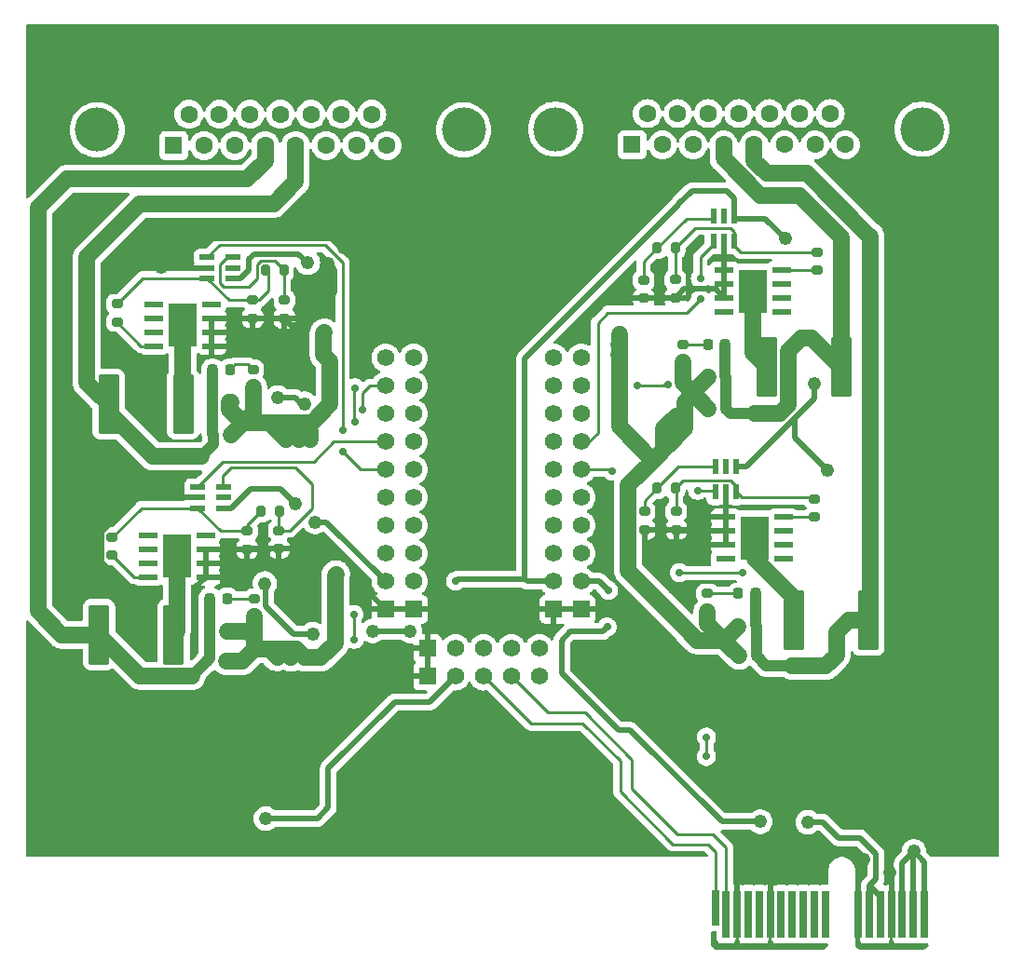
<source format=gbr>
%TF.GenerationSoftware,KiCad,Pcbnew,7.0.1-0*%
%TF.CreationDate,2023-10-23T10:38:47-07:00*%
%TF.ProjectId,MOSFET-board,4d4f5346-4554-42d6-926f-6172642e6b69,rev?*%
%TF.SameCoordinates,Original*%
%TF.FileFunction,Copper,L2,Bot*%
%TF.FilePolarity,Positive*%
%FSLAX46Y46*%
G04 Gerber Fmt 4.6, Leading zero omitted, Abs format (unit mm)*
G04 Created by KiCad (PCBNEW 7.0.1-0) date 2023-10-23 10:38:47*
%MOMM*%
%LPD*%
G01*
G04 APERTURE LIST*
G04 Aperture macros list*
%AMRoundRect*
0 Rectangle with rounded corners*
0 $1 Rounding radius*
0 $2 $3 $4 $5 $6 $7 $8 $9 X,Y pos of 4 corners*
0 Add a 4 corners polygon primitive as box body*
4,1,4,$2,$3,$4,$5,$6,$7,$8,$9,$2,$3,0*
0 Add four circle primitives for the rounded corners*
1,1,$1+$1,$2,$3*
1,1,$1+$1,$4,$5*
1,1,$1+$1,$6,$7*
1,1,$1+$1,$8,$9*
0 Add four rect primitives between the rounded corners*
20,1,$1+$1,$2,$3,$4,$5,0*
20,1,$1+$1,$4,$5,$6,$7,0*
20,1,$1+$1,$6,$7,$8,$9,0*
20,1,$1+$1,$8,$9,$2,$3,0*%
G04 Aperture macros list end*
%TA.AperFunction,ComponentPad*%
%ADD10C,1.560000*%
%TD*%
%TA.AperFunction,ComponentPad*%
%ADD11C,4.000000*%
%TD*%
%TA.AperFunction,ComponentPad*%
%ADD12R,1.600000X1.600000*%
%TD*%
%TA.AperFunction,ComponentPad*%
%ADD13C,1.600000*%
%TD*%
%TA.AperFunction,ComponentPad*%
%ADD14R,1.560000X1.560000*%
%TD*%
%TA.AperFunction,ConnectorPad*%
%ADD15R,0.700000X3.200000*%
%TD*%
%TA.AperFunction,ConnectorPad*%
%ADD16R,0.700000X4.300000*%
%TD*%
%TA.AperFunction,SMDPad,CuDef*%
%ADD17RoundRect,0.250000X-0.712500X-2.475000X0.712500X-2.475000X0.712500X2.475000X-0.712500X2.475000X0*%
%TD*%
%TA.AperFunction,SMDPad,CuDef*%
%ADD18RoundRect,0.200000X-0.275000X0.200000X-0.275000X-0.200000X0.275000X-0.200000X0.275000X0.200000X0*%
%TD*%
%TA.AperFunction,SMDPad,CuDef*%
%ADD19RoundRect,0.200000X-0.200000X-0.275000X0.200000X-0.275000X0.200000X0.275000X-0.200000X0.275000X0*%
%TD*%
%TA.AperFunction,SMDPad,CuDef*%
%ADD20RoundRect,0.218750X-0.218750X-0.256250X0.218750X-0.256250X0.218750X0.256250X-0.218750X0.256250X0*%
%TD*%
%TA.AperFunction,SMDPad,CuDef*%
%ADD21RoundRect,0.200000X0.275000X-0.200000X0.275000X0.200000X-0.275000X0.200000X-0.275000X-0.200000X0*%
%TD*%
%TA.AperFunction,SMDPad,CuDef*%
%ADD22RoundRect,0.218750X0.218750X0.256250X-0.218750X0.256250X-0.218750X-0.256250X0.218750X-0.256250X0*%
%TD*%
%TA.AperFunction,SMDPad,CuDef*%
%ADD23RoundRect,0.088500X0.206500X-0.606500X0.206500X0.606500X-0.206500X0.606500X-0.206500X-0.606500X0*%
%TD*%
%TA.AperFunction,SMDPad,CuDef*%
%ADD24RoundRect,0.039900X-0.800100X-0.245100X0.800100X-0.245100X0.800100X0.245100X-0.800100X0.245100X0*%
%TD*%
%TA.AperFunction,SMDPad,CuDef*%
%ADD25R,2.650000X4.000000*%
%TD*%
%TA.AperFunction,SMDPad,CuDef*%
%ADD26RoundRect,0.250000X0.712500X2.475000X-0.712500X2.475000X-0.712500X-2.475000X0.712500X-2.475000X0*%
%TD*%
%TA.AperFunction,SMDPad,CuDef*%
%ADD27RoundRect,0.200000X0.200000X0.275000X-0.200000X0.275000X-0.200000X-0.275000X0.200000X-0.275000X0*%
%TD*%
%TA.AperFunction,SMDPad,CuDef*%
%ADD28RoundRect,0.088500X-0.606500X-0.206500X0.606500X-0.206500X0.606500X0.206500X-0.606500X0.206500X0*%
%TD*%
%TA.AperFunction,SMDPad,CuDef*%
%ADD29RoundRect,0.039900X0.800100X0.245100X-0.800100X0.245100X-0.800100X-0.245100X0.800100X-0.245100X0*%
%TD*%
%TA.AperFunction,ViaPad*%
%ADD30C,0.711200*%
%TD*%
%TA.AperFunction,ViaPad*%
%ADD31C,1.219200*%
%TD*%
%TA.AperFunction,Conductor*%
%ADD32C,0.254000*%
%TD*%
%TA.AperFunction,Conductor*%
%ADD33C,1.524000*%
%TD*%
%TA.AperFunction,Conductor*%
%ADD34C,1.016000*%
%TD*%
%TA.AperFunction,Conductor*%
%ADD35C,0.508000*%
%TD*%
G04 APERTURE END LIST*
D10*
%TO.P,,21,P03*%
%TO.N,PYRO10EN*%
X168860000Y-104210000D03*
%TD*%
D11*
%TO.P,J3,0*%
%TO.N,N/C*%
X160688000Y-73320331D03*
X127388000Y-73320331D03*
D12*
%TO.P,J3,1,1*%
%TO.N,PYRO1*%
X134343000Y-74740331D03*
D13*
%TO.P,J3,2,2*%
%TO.N,PYRO3*%
X137113000Y-74740331D03*
%TO.P,J3,3,3*%
%TO.N,PYRO5*%
X139883000Y-74740331D03*
%TO.P,J3,4,4*%
%TO.N,PYRO7*%
X142653000Y-74740331D03*
%TO.P,J3,5,5*%
%TO.N,PYRO9*%
X145423000Y-74740331D03*
%TO.P,J3,6,6*%
%TO.N,unconnected-(J3-Pad6)*%
X148193000Y-74740331D03*
%TO.P,J3,7,7*%
%TO.N,unconnected-(J3-Pad7)*%
X150963000Y-74740331D03*
%TO.P,J3,8,8*%
%TO.N,unconnected-(J3-Pad8)*%
X153733000Y-74740331D03*
%TO.P,J3,9,P9*%
%TO.N,+12V*%
X135728000Y-71900331D03*
%TO.P,J3,10,P10*%
X138498000Y-71900331D03*
%TO.P,J3,11,P111*%
X141268000Y-71900331D03*
%TO.P,J3,12,P12*%
X144038000Y-71900331D03*
%TO.P,J3,13,P13*%
X146808000Y-71900331D03*
%TO.P,J3,14,P14*%
%TO.N,unconnected-(J3-P14-Pad14)*%
X149578000Y-71900331D03*
%TO.P,J3,15,P15*%
%TO.N,unconnected-(J3-P15-Pad15)*%
X152348000Y-71900331D03*
%TD*%
D14*
%TO.P,,10,GND*%
%TO.N,GND*%
X156160000Y-116910000D03*
%TD*%
D10*
%TO.P,,8,P17*%
%TO.N,unconnected-(U11-P17-Pad8)*%
X156160000Y-111830000D03*
%TD*%
%TO.P,,15,INT*%
%TO.N,unconnected-(U11-INT-Pad15)*%
X167570000Y-120460000D03*
%TD*%
%TO.P,U11,1,P10*%
%TO.N,PYRO1EN*%
X153598900Y-94045500D03*
%TO.P,U11,2,P11*%
%TO.N,PYRO3EN*%
X153598900Y-96585500D03*
%TO.P,U11,3,P12*%
%TO.N,PYRO5EN*%
X153598900Y-99125500D03*
%TO.P,U11,4,P13*%
%TO.N,PYRO7EN*%
X153598900Y-101665500D03*
%TO.P,U11,5,P14*%
%TO.N,PYRO9EN*%
X153598900Y-104205500D03*
%TO.P,U11,6,P15*%
%TO.N,unconnected-(U11-P15-Pad6)*%
X153598900Y-106745500D03*
%TO.P,U11,7,P16*%
%TO.N,unconnected-(U11-P16-Pad7)*%
X153598900Y-109285500D03*
%TO.P,U11,8,P17*%
%TO.N,unconnected-(U11-P17-Pad8)*%
X153598900Y-111825500D03*
%TO.P,U11,9,VDD*%
%TO.N,+5V*%
X153598900Y-114365500D03*
D14*
%TO.P,U11,10,GND*%
%TO.N,GND*%
X153598900Y-116905500D03*
%TO.P,U11,11,GND*%
X157408900Y-123001500D03*
D10*
%TO.P,U11,12,VCC*%
%TO.N,+5V*%
X159948900Y-123001500D03*
%TO.P,U11,13,SDA*%
%TO.N,I2C_SDA*%
X162488900Y-123001500D03*
%TO.P,U11,14,SCL*%
%TO.N,I2C_SCL*%
X165028900Y-123001500D03*
%TO.P,U11,15,INT*%
%TO.N,unconnected-(U11-INT-Pad15)*%
X167568900Y-123001500D03*
D14*
%TO.P,U11,16,GND*%
%TO.N,GND*%
X171378340Y-116905500D03*
D10*
%TO.P,U11,17,VDD*%
%TO.N,+5V*%
X171378340Y-114365500D03*
%TO.P,U11,18,P00*%
%TO.N,unconnected-(U11-P00-Pad18)*%
X171378340Y-111825500D03*
%TO.P,U11,19,P01*%
%TO.N,unconnected-(U11-P01-Pad19)*%
X171378340Y-109285500D03*
%TO.P,U11,20,P02*%
%TO.N,unconnected-(U11-P02-Pad20)*%
X171378340Y-106745500D03*
%TO.P,U11,21,P03*%
%TO.N,PYRO10EN*%
X171378340Y-104205500D03*
%TO.P,U11,22,P04*%
%TO.N,PYRO8EN*%
X171378340Y-101665500D03*
%TO.P,U11,23,P05*%
%TO.N,PYRO6EN*%
X171378340Y-99125500D03*
%TO.P,U11,24,P06*%
%TO.N,PYRO4EN*%
X171378340Y-96585500D03*
%TO.P,U11,25,P07*%
%TO.N,PYRO2EN*%
X171378340Y-94045500D03*
%TD*%
%TO.P,,3,P12*%
%TO.N,PYRO5EN*%
X156160000Y-99130000D03*
%TD*%
%TO.P,,25,P07*%
%TO.N,PYRO2EN*%
X168860000Y-94050000D03*
%TD*%
%TO.P,,7,P16*%
%TO.N,unconnected-(U11-P16-Pad7)*%
X156160000Y-109290000D03*
%TD*%
%TO.P,,20,P02*%
%TO.N,unconnected-(U11-P02-Pad20)*%
X168860000Y-106750000D03*
%TD*%
%TO.P,,19,P01*%
%TO.N,unconnected-(U11-P01-Pad19)*%
X168860000Y-109290000D03*
%TD*%
%TO.P,,24,P06*%
%TO.N,PYRO4EN*%
X168860000Y-96590000D03*
%TD*%
%TO.P,,1,P10*%
%TO.N,PYRO1EN*%
X156160000Y-94050000D03*
%TD*%
D14*
%TO.P,,16,GND*%
%TO.N,GND*%
X168860000Y-116910000D03*
%TD*%
D10*
%TO.P,,9,VDD*%
%TO.N,+5V*%
X156160000Y-114370000D03*
%TD*%
D15*
%TO.P,J1,A1,A1*%
%TO.N,I2C_SDA*%
X183550160Y-144091000D03*
D16*
%TO.P,J1,A2,A2*%
%TO.N,I2C_SCL*%
X184550160Y-144641000D03*
%TO.P,J1,A3,A3*%
%TO.N,GND*%
X185550160Y-144641000D03*
%TO.P,J1,A4,A4*%
%TO.N,unconnected-(J1-PadA4)*%
X186550160Y-144641000D03*
%TO.P,J1,A5,A5*%
%TO.N,unconnected-(J1-PadA5)*%
X187550160Y-144641000D03*
%TO.P,J1,A6,A6*%
%TO.N,GND*%
X188550160Y-144641000D03*
%TO.P,J1,A7,A7*%
%TO.N,unconnected-(J1-PadA7)*%
X189550160Y-144641000D03*
%TO.P,J1,A8,A8*%
%TO.N,unconnected-(J1-PadA8)*%
X190550160Y-144641000D03*
%TO.P,J1,A9,A9*%
%TO.N,unconnected-(J1-PadA9)*%
X191550160Y-144641000D03*
%TO.P,J1,A10,A10*%
%TO.N,unconnected-(J1-PadA10)*%
X192550160Y-144641000D03*
%TO.P,J1,A11,A11*%
%TO.N,unconnected-(J1-PadA11)*%
X193550160Y-144641000D03*
%TO.P,J1,A12,A12*%
%TO.N,GND*%
X196550160Y-144641000D03*
%TO.P,J1,A13,A13*%
%TO.N,+5V*%
X197550160Y-144641000D03*
%TO.P,J1,A14,A14*%
X198550160Y-144641000D03*
%TO.P,J1,A15,A15*%
%TO.N,GND*%
X199550160Y-144641000D03*
%TO.P,J1,A16,A16*%
%TO.N,Net-(F1-Pad1)*%
X200550160Y-144641000D03*
%TO.P,J1,A17,A17*%
X201550160Y-144641000D03*
%TO.P,J1,A18,A18*%
X202550160Y-144641000D03*
%TD*%
D10*
%TO.P,,5,P14*%
%TO.N,PYRO9EN*%
X156160000Y-104210000D03*
%TD*%
%TO.P,,22,P04*%
%TO.N,PYRO8EN*%
X168860000Y-101670000D03*
%TD*%
D11*
%TO.P,J2,0*%
%TO.N,N/C*%
X202344000Y-73256000D03*
X169044000Y-73256000D03*
D12*
%TO.P,J2,1,1*%
%TO.N,PYRO2*%
X175999000Y-74676000D03*
D13*
%TO.P,J2,2,2*%
%TO.N,PYRO4*%
X178769000Y-74676000D03*
%TO.P,J2,3,3*%
%TO.N,PYRO6*%
X181539000Y-74676000D03*
%TO.P,J2,4,4*%
%TO.N,PYRO8*%
X184309000Y-74676000D03*
%TO.P,J2,5,5*%
%TO.N,PYRO10*%
X187079000Y-74676000D03*
%TO.P,J2,6,6*%
%TO.N,unconnected-(J2-Pad6)*%
X189849000Y-74676000D03*
%TO.P,J2,7,7*%
%TO.N,unconnected-(J2-Pad7)*%
X192619000Y-74676000D03*
%TO.P,J2,8,8*%
%TO.N,unconnected-(J2-Pad8)*%
X195389000Y-74676000D03*
%TO.P,J2,9,P9*%
%TO.N,+12V*%
X177384000Y-71836000D03*
%TO.P,J2,10,P10*%
X180154000Y-71836000D03*
%TO.P,J2,11,P111*%
X182924000Y-71836000D03*
%TO.P,J2,12,P12*%
X185694000Y-71836000D03*
%TO.P,J2,13,P13*%
X188464000Y-71836000D03*
%TO.P,J2,14,P14*%
%TO.N,unconnected-(J2-P14-Pad14)*%
X191234000Y-71836000D03*
%TO.P,J2,15,P15*%
%TO.N,unconnected-(J2-P15-Pad15)*%
X194004000Y-71836000D03*
%TD*%
D10*
%TO.P,,12,VCC*%
%TO.N,+5V*%
X159950000Y-120460000D03*
%TD*%
%TO.P,,23,P05*%
%TO.N,PYRO6EN*%
X168860000Y-99130000D03*
%TD*%
D14*
%TO.P,,11,GND*%
%TO.N,GND*%
X157410000Y-120460000D03*
%TD*%
D10*
%TO.P,,18,P00*%
%TO.N,unconnected-(U11-P00-Pad18)*%
X168860000Y-111830000D03*
%TD*%
%TO.P,,6,P15*%
%TO.N,unconnected-(U11-P15-Pad6)*%
X156160000Y-106750000D03*
%TD*%
%TO.P,,13,SDA*%
%TO.N,I2C_SDA*%
X162490000Y-120460000D03*
%TD*%
%TO.P,,4,P13*%
%TO.N,PYRO7EN*%
X156160000Y-101670000D03*
%TD*%
%TO.P,,17,VDD*%
%TO.N,+5V*%
X168860000Y-114370000D03*
%TD*%
%TO.P,,2,P11*%
%TO.N,PYRO3EN*%
X156160000Y-96590000D03*
%TD*%
%TO.P,,14,SCL*%
%TO.N,I2C_SCL*%
X165030000Y-120460000D03*
%TD*%
D17*
%TO.P,F8,1*%
%TO.N,Net-(U8-OUT)*%
X188242500Y-94870000D03*
%TO.P,F8,2*%
%TO.N,PYRO8*%
X195017500Y-94870000D03*
%TD*%
D18*
%TO.P,R97,1*%
%TO.N,Net-(R107-Pad2)*%
X179930000Y-86945000D03*
%TO.P,R97,2*%
%TO.N,GND*%
X179930000Y-88595000D03*
%TD*%
D19*
%TO.P,R26,1*%
%TO.N,+12V*%
X182905000Y-95795000D03*
%TO.P,R26,2*%
%TO.N,PYRO8*%
X184555000Y-95795000D03*
%TD*%
D20*
%TO.P,D48,1,K*%
%TO.N,+12V*%
X185700000Y-121125000D03*
%TO.P,D48,2,A*%
%TO.N,PYRO10*%
X187275000Y-121125000D03*
%TD*%
D21*
%TO.P,R107,1*%
%TO.N,Net-(U8-IN)*%
X192855000Y-86070000D03*
%TO.P,R107,2*%
%TO.N,Net-(R107-Pad2)*%
X192855000Y-84420000D03*
%TD*%
D17*
%TO.P,F9,1*%
%TO.N,Net-(U10-OUT)*%
X190687500Y-117925000D03*
%TO.P,F9,2*%
%TO.N,PYRO10*%
X197462500Y-117925000D03*
%TD*%
D18*
%TO.P,R78,1*%
%TO.N,Net-(R78-Pad1)*%
X177125000Y-108025000D03*
%TO.P,R78,2*%
%TO.N,GND*%
X177125000Y-109675000D03*
%TD*%
D21*
%TO.P,R1,1*%
%TO.N,+12V*%
X141675000Y-117600000D03*
%TO.P,R1,2*%
%TO.N,Net-(D1-A)*%
X141675000Y-115950000D03*
%TD*%
D18*
%TO.P,R71,1*%
%TO.N,Net-(R71-Pad1)*%
X143900000Y-109750000D03*
%TO.P,R71,2*%
%TO.N,GND*%
X143900000Y-111400000D03*
%TD*%
D22*
%TO.P,D25,1,K*%
%TO.N,PYRO8*%
X184467500Y-92820000D03*
%TO.P,D25,2,A*%
%TO.N,Net-(D25-A)*%
X182892500Y-92820000D03*
%TD*%
D23*
%TO.P,U29,1*%
%TO.N,Net-(R108-Pad2)*%
X185450000Y-106252500D03*
%TO.P,U29,2*%
%TO.N,GND*%
X184500000Y-106252500D03*
%TO.P,U29,3*%
%TO.N,PYRO10EN*%
X183550000Y-106252500D03*
%TO.P,U29,4*%
%TO.N,Net-(R78-Pad1)*%
X183550000Y-103922500D03*
%TO.P,U29,5*%
%TO.N,unconnected-(U29-Pad5)*%
X184500000Y-103922500D03*
%TO.P,U29,6*%
%TO.N,+5V*%
X185450000Y-103922500D03*
%TD*%
D24*
%TO.P,U7,1,IN*%
%TO.N,Net-(U7-IN)*%
X132000000Y-113985000D03*
%TO.P,U7,2,NC*%
%TO.N,unconnected-(U7-NC-Pad2)*%
X132000000Y-112715000D03*
%TO.P,U7,3,STATUS*%
%TO.N,unconnected-(U7-STATUS-Pad3)*%
X132000000Y-111445000D03*
%TO.P,U7,4,NC*%
%TO.N,unconnected-(U7-NC-Pad4)*%
X132000000Y-110175000D03*
%TO.P,U7,5,NC*%
%TO.N,unconnected-(U7-NC-Pad5)*%
X137230000Y-110175000D03*
%TO.P,U7,6,GND*%
%TO.N,GND*%
X137230000Y-111445000D03*
%TO.P,U7,7,GND*%
X137230000Y-112715000D03*
%TO.P,U7,8,GND*%
X137230000Y-113985000D03*
D25*
%TO.P,U7,9,OUT*%
%TO.N,Net-(U7-OUT)*%
X134615000Y-112080000D03*
%TD*%
D26*
%TO.P,F2,1*%
%TO.N,Net-(U7-OUT)*%
X134328571Y-119213999D03*
%TO.P,F2,2*%
%TO.N,PYRO7*%
X127553571Y-119213999D03*
%TD*%
D20*
%TO.P,D47,1,K*%
%TO.N,+12V*%
X182917500Y-98645000D03*
%TO.P,D47,2,A*%
%TO.N,PYRO8*%
X184492500Y-98645000D03*
%TD*%
D18*
%TO.P,R77,1*%
%TO.N,Net-(R77-Pad1)*%
X177055000Y-86995000D03*
%TO.P,R77,2*%
%TO.N,GND*%
X177055000Y-88645000D03*
%TD*%
D21*
%TO.P,R5,1*%
%TO.N,+12V*%
X141554750Y-96736000D03*
%TO.P,R5,2*%
%TO.N,Net-(D5-A)*%
X141554750Y-95086000D03*
%TD*%
D27*
%TO.P,R88,1*%
%TO.N,Net-(R108-Pad2)*%
X179925000Y-105875000D03*
%TO.P,R88,2*%
%TO.N,Net-(R78-Pad1)*%
X178275000Y-105875000D03*
%TD*%
D20*
%TO.P,D5,1,K*%
%TO.N,PYRO9*%
X137862500Y-95125000D03*
%TO.P,D5,2,A*%
%TO.N,Net-(D5-A)*%
X139437500Y-95125000D03*
%TD*%
D21*
%TO.P,R102,1*%
%TO.N,Net-(U9-IN)*%
X129204750Y-90786000D03*
%TO.P,R102,2*%
%TO.N,Net-(R102-Pad2)*%
X129204750Y-89136000D03*
%TD*%
D27*
%TO.P,R2,1*%
%TO.N,+12V*%
X139228571Y-118875000D03*
%TO.P,R2,2*%
%TO.N,PYRO7*%
X137578571Y-118875000D03*
%TD*%
D19*
%TO.P,R30,1*%
%TO.N,+12V*%
X185650000Y-118450000D03*
%TO.P,R30,2*%
%TO.N,PYRO10*%
X187300000Y-118450000D03*
%TD*%
D18*
%TO.P,R91,1*%
%TO.N,Net-(R101-Pad2)*%
X141025000Y-109775000D03*
%TO.P,R91,2*%
%TO.N,GND*%
X141025000Y-111425000D03*
%TD*%
D27*
%TO.P,R87,1*%
%TO.N,Net-(R107-Pad2)*%
X179930000Y-84070000D03*
%TO.P,R87,2*%
%TO.N,Net-(R77-Pad1)*%
X178280000Y-84070000D03*
%TD*%
D19*
%TO.P,R82,1*%
%TO.N,Net-(R102-Pad2)*%
X142704750Y-86086000D03*
%TO.P,R82,2*%
%TO.N,Net-(R72-Pad1)*%
X144354750Y-86086000D03*
%TD*%
D21*
%TO.P,R29,1*%
%TO.N,+12V*%
X182825000Y-117125000D03*
%TO.P,R29,2*%
%TO.N,Net-(D29-A)*%
X182825000Y-115475000D03*
%TD*%
D26*
%TO.P,F3,1*%
%TO.N,Net-(U9-OUT)*%
X135217250Y-98261000D03*
%TO.P,F3,2*%
%TO.N,PYRO9*%
X128442250Y-98261000D03*
%TD*%
D23*
%TO.P,U28,1*%
%TO.N,Net-(R107-Pad2)*%
X185305000Y-83452500D03*
%TO.P,U28,2*%
%TO.N,GND*%
X184355000Y-83452500D03*
%TO.P,U28,3*%
%TO.N,PYRO8EN*%
X183405000Y-83452500D03*
%TO.P,U28,4*%
%TO.N,Net-(R77-Pad1)*%
X183405000Y-81122500D03*
%TO.P,U28,5*%
%TO.N,unconnected-(U28-Pad5)*%
X184355000Y-81122500D03*
%TO.P,U28,6*%
%TO.N,+5V*%
X185305000Y-81122500D03*
%TD*%
D28*
%TO.P,U22,1*%
%TO.N,Net-(R101-Pad2)*%
X136510000Y-107700000D03*
%TO.P,U22,2*%
%TO.N,GND*%
X136510000Y-106750000D03*
%TO.P,U22,3*%
%TO.N,PYRO7EN*%
X136510000Y-105800000D03*
%TO.P,U22,4*%
%TO.N,Net-(R71-Pad1)*%
X138840000Y-105800000D03*
%TO.P,U22,5*%
%TO.N,unconnected-(U22-Pad5)*%
X138840000Y-106750000D03*
%TO.P,U22,6*%
%TO.N,+5V*%
X138840000Y-107700000D03*
%TD*%
D20*
%TO.P,D1,1,K*%
%TO.N,PYRO7*%
X137637500Y-115950000D03*
%TO.P,D1,2,A*%
%TO.N,Net-(D1-A)*%
X139212500Y-115950000D03*
%TD*%
D22*
%TO.P,D41,1,K*%
%TO.N,+12V*%
X138928571Y-121613999D03*
%TO.P,D41,2,A*%
%TO.N,PYRO7*%
X137353571Y-121613999D03*
%TD*%
D21*
%TO.P,R101,1*%
%TO.N,Net-(U7-IN)*%
X128750000Y-112000000D03*
%TO.P,R101,2*%
%TO.N,Net-(R101-Pad2)*%
X128750000Y-110350000D03*
%TD*%
D29*
%TO.P,U8,1,IN*%
%TO.N,Net-(U8-IN)*%
X189605000Y-86070000D03*
%TO.P,U8,2,NC*%
%TO.N,unconnected-(U8-NC-Pad2)*%
X189605000Y-87340000D03*
%TO.P,U8,3,STATUS*%
%TO.N,unconnected-(U8-STATUS-Pad3)*%
X189605000Y-88610000D03*
%TO.P,U8,4,NC*%
%TO.N,unconnected-(U8-NC-Pad4)*%
X189605000Y-89880000D03*
%TO.P,U8,5,NC*%
%TO.N,unconnected-(U8-NC-Pad5)*%
X184375000Y-89880000D03*
%TO.P,U8,6,GND*%
%TO.N,GND*%
X184375000Y-88610000D03*
%TO.P,U8,7,GND*%
X184375000Y-87340000D03*
%TO.P,U8,8,GND*%
X184375000Y-86070000D03*
D25*
%TO.P,U8,9,OUT*%
%TO.N,Net-(U8-OUT)*%
X186990000Y-87975000D03*
%TD*%
D18*
%TO.P,R98,1*%
%TO.N,Net-(R108-Pad2)*%
X180000000Y-108000000D03*
%TO.P,R98,2*%
%TO.N,GND*%
X180000000Y-109650000D03*
%TD*%
D22*
%TO.P,D42,1,K*%
%TO.N,+12V*%
X139542250Y-101036000D03*
%TO.P,D42,2,A*%
%TO.N,PYRO9*%
X137967250Y-101036000D03*
%TD*%
D18*
%TO.P,R92,1*%
%TO.N,Net-(R102-Pad2)*%
X141529750Y-88786000D03*
%TO.P,R92,2*%
%TO.N,GND*%
X141529750Y-90436000D03*
%TD*%
D22*
%TO.P,D29,1,K*%
%TO.N,PYRO10*%
X187212500Y-115475000D03*
%TO.P,D29,2,A*%
%TO.N,Net-(D29-A)*%
X185637500Y-115475000D03*
%TD*%
D21*
%TO.P,R25,1*%
%TO.N,+12V*%
X180605000Y-94470000D03*
%TO.P,R25,2*%
%TO.N,Net-(D25-A)*%
X180605000Y-92820000D03*
%TD*%
D29*
%TO.P,U10,1,IN*%
%TO.N,Net-(U10-IN)*%
X189730000Y-108540000D03*
%TO.P,U10,2,NC*%
%TO.N,unconnected-(U10-NC-Pad2)*%
X189730000Y-109810000D03*
%TO.P,U10,3,STATUS*%
%TO.N,unconnected-(U10-STATUS-Pad3)*%
X189730000Y-111080000D03*
%TO.P,U10,4,NC*%
%TO.N,unconnected-(U10-NC-Pad4)*%
X189730000Y-112350000D03*
%TO.P,U10,5,NC*%
%TO.N,unconnected-(U10-NC-Pad5)*%
X184500000Y-112350000D03*
%TO.P,U10,6,GND*%
%TO.N,GND*%
X184500000Y-111080000D03*
%TO.P,U10,7,GND*%
X184500000Y-109810000D03*
%TO.P,U10,8,GND*%
X184500000Y-108540000D03*
D25*
%TO.P,U10,9,OUT*%
%TO.N,Net-(U10-OUT)*%
X187115000Y-110445000D03*
%TD*%
D18*
%TO.P,R72,1*%
%TO.N,Net-(R72-Pad1)*%
X144404750Y-88811000D03*
%TO.P,R72,2*%
%TO.N,GND*%
X144404750Y-90461000D03*
%TD*%
D19*
%TO.P,R81,1*%
%TO.N,Net-(R101-Pad2)*%
X142278571Y-108025000D03*
%TO.P,R81,2*%
%TO.N,Net-(R71-Pad1)*%
X143928571Y-108025000D03*
%TD*%
D28*
%TO.P,U23,1*%
%TO.N,Net-(R102-Pad2)*%
X137387500Y-86820000D03*
%TO.P,U23,2*%
%TO.N,GND*%
X137387500Y-85870000D03*
%TO.P,U23,3*%
%TO.N,PYRO9EN*%
X137387500Y-84920000D03*
%TO.P,U23,4*%
%TO.N,Net-(R72-Pad1)*%
X139717500Y-84920000D03*
%TO.P,U23,5*%
%TO.N,unconnected-(U23-Pad5)*%
X139717500Y-85870000D03*
%TO.P,U23,6*%
%TO.N,+5V*%
X139717500Y-86820000D03*
%TD*%
D24*
%TO.P,U9,1,IN*%
%TO.N,Net-(U9-IN)*%
X132549750Y-92966000D03*
%TO.P,U9,2,NC*%
%TO.N,unconnected-(U9-NC-Pad2)*%
X132549750Y-91696000D03*
%TO.P,U9,3,STATUS*%
%TO.N,unconnected-(U9-STATUS-Pad3)*%
X132549750Y-90426000D03*
%TO.P,U9,4,NC*%
%TO.N,unconnected-(U9-NC-Pad4)*%
X132549750Y-89156000D03*
%TO.P,U9,5,NC*%
%TO.N,unconnected-(U9-NC-Pad5)*%
X137779750Y-89156000D03*
%TO.P,U9,6,GND*%
%TO.N,GND*%
X137779750Y-90426000D03*
%TO.P,U9,7,GND*%
X137779750Y-91696000D03*
%TO.P,U9,8,GND*%
X137779750Y-92966000D03*
D25*
%TO.P,U9,9,OUT*%
%TO.N,Net-(U9-OUT)*%
X135164750Y-91061000D03*
%TD*%
D21*
%TO.P,R108,1*%
%TO.N,Net-(U10-IN)*%
X192550000Y-108525000D03*
%TO.P,R108,2*%
%TO.N,Net-(R108-Pad2)*%
X192550000Y-106875000D03*
%TD*%
D27*
%TO.P,R6,1*%
%TO.N,+12V*%
X139554750Y-98111000D03*
%TO.P,R6,2*%
%TO.N,PYRO9*%
X137904750Y-98111000D03*
%TD*%
D30*
%TO.N,+12V*%
X145700000Y-101450000D03*
X180375000Y-118150000D03*
X148025000Y-91750000D03*
X146250000Y-121300000D03*
X178875000Y-100475000D03*
X146775000Y-101475000D03*
X149075000Y-114700000D03*
X174800000Y-93750000D03*
X181750000Y-119525000D03*
X149100000Y-113725000D03*
X147975000Y-93775000D03*
X174800000Y-92800000D03*
X144550000Y-101450000D03*
X148000000Y-92750000D03*
X181025000Y-118850000D03*
X149050000Y-115625000D03*
X145000000Y-121300000D03*
X180775000Y-100500000D03*
X143750000Y-121275000D03*
X179825000Y-100475000D03*
X174825000Y-91875000D03*
D31*
%TO.N,GND*%
X171560000Y-90970000D03*
X179750000Y-114975000D03*
X140616784Y-132528481D03*
X178500000Y-88645000D03*
X161690000Y-116020000D03*
X151190100Y-126247002D03*
X137175000Y-135125000D03*
X132100000Y-116100000D03*
X145625000Y-91550000D03*
X175375000Y-116900000D03*
X197057900Y-139664909D03*
X190650000Y-138625000D03*
X148387393Y-85487607D03*
X133225000Y-85820900D03*
X149800000Y-84050000D03*
X178700000Y-109675000D03*
D30*
X136280000Y-115820000D03*
D31*
X142550000Y-111925000D03*
X148875000Y-126275000D03*
X199433060Y-140825160D03*
D30*
%TO.N,PYRO1EN*%
X150788900Y-99825000D03*
X150750000Y-119650000D03*
X150850000Y-96788900D03*
X150725000Y-117375000D03*
%TO.N,PYRO2EN*%
X179245841Y-96513065D03*
X176438900Y-96550000D03*
%TO.N,PYRO3EN*%
X151500000Y-98750000D03*
%TO.N,PYRO4EN*%
X180275000Y-113575000D03*
X186025000Y-113600000D03*
%TO.N,PYRO6EN*%
X182750000Y-128526900D03*
X182750000Y-130300000D03*
%TO.N,PYRO8EN*%
X182200000Y-86850000D03*
X182200000Y-88725000D03*
%TO.N,PYRO9EN*%
X149750000Y-102600000D03*
X149700000Y-100600000D03*
%TO.N,PYRO10EN*%
X181950000Y-106100000D03*
X174211100Y-104350000D03*
D31*
%TO.N,Net-(F1-Pad1)*%
X201600000Y-138925000D03*
%TO.N,+5V*%
X146250000Y-98225000D03*
X146975000Y-119175000D03*
X152425000Y-118875000D03*
X147200000Y-108975000D03*
X189900000Y-83200000D03*
X187640000Y-136220000D03*
X146525000Y-85400000D03*
X143799893Y-97659900D03*
D30*
X173730000Y-118520000D03*
X173860000Y-115200000D03*
D31*
X145400000Y-107300000D03*
X142725000Y-135950000D03*
X142625000Y-114565100D03*
X155822400Y-118875000D03*
D30*
X159950000Y-114340000D03*
D31*
X193775000Y-104300000D03*
X191975000Y-136275000D03*
X192575000Y-96375000D03*
%TD*%
D32*
%TO.N,Net-(D1-A)*%
X139212500Y-115950000D02*
X141675000Y-115950000D01*
%TO.N,Net-(D5-A)*%
X139937500Y-94625000D02*
X141093750Y-94625000D01*
X139437500Y-95125000D02*
X139937500Y-94625000D01*
X141093750Y-94625000D02*
X141554750Y-95086000D01*
D33*
%TO.N,PYRO7*%
X124163999Y-119213999D02*
X122025000Y-117075000D01*
X122025000Y-117075000D02*
X122025000Y-80375000D01*
X127553571Y-119213999D02*
X124163999Y-119213999D01*
D34*
X137578571Y-121388999D02*
X137353571Y-121613999D01*
D33*
X122025000Y-80375000D02*
X124625000Y-77775000D01*
D34*
X137578571Y-118875000D02*
X137578571Y-121388999D01*
D33*
X142653000Y-76122000D02*
X142653000Y-74740331D01*
X136012571Y-122954999D02*
X131294571Y-122954999D01*
D34*
X137637500Y-115950000D02*
X137637500Y-118816071D01*
D33*
X124625000Y-77775000D02*
X141000000Y-77775000D01*
X141000000Y-77775000D02*
X142653000Y-76122000D01*
X131294571Y-122954999D02*
X127553571Y-119213999D01*
D34*
X137637500Y-118816071D02*
X137578571Y-118875000D01*
X137353571Y-121613999D02*
X136012571Y-122954999D01*
D32*
%TO.N,Net-(D25-A)*%
X182892500Y-92820000D02*
X180605000Y-92820000D01*
D34*
%TO.N,PYRO8*%
X184555000Y-98582500D02*
X184492500Y-98645000D01*
D33*
X189450000Y-99075000D02*
X187100000Y-99075000D01*
D34*
X184467500Y-95707500D02*
X184555000Y-95795000D01*
D33*
X184309000Y-75898472D02*
X184309000Y-74676000D01*
X192275000Y-92250000D02*
X191375000Y-92250000D01*
X195017500Y-94870000D02*
X195017500Y-83067500D01*
X190221000Y-98304000D02*
X189450000Y-99075000D01*
X191200000Y-79250000D02*
X187660528Y-79250000D01*
D34*
X184922500Y-99075000D02*
X187100000Y-99075000D01*
D33*
X187660528Y-79250000D02*
X184309000Y-75898472D01*
X190221000Y-93404000D02*
X190221000Y-98304000D01*
X191375000Y-92250000D02*
X190221000Y-93404000D01*
X194895000Y-94870000D02*
X192275000Y-92250000D01*
X195017500Y-94870000D02*
X194895000Y-94870000D01*
X195017500Y-83067500D02*
X191200000Y-79250000D01*
D34*
X184555000Y-95795000D02*
X184555000Y-98582500D01*
X184492500Y-98645000D02*
X184922500Y-99075000D01*
X184467500Y-92820000D02*
X184467500Y-95707500D01*
D32*
%TO.N,Net-(D29-A)*%
X182825000Y-115475000D02*
X185637500Y-115475000D01*
D33*
%TO.N,PYRO9*%
X145423000Y-78052000D02*
X145423000Y-74740331D01*
D34*
X137904750Y-100973500D02*
X137967250Y-101036000D01*
X137862500Y-95125000D02*
X137862500Y-98068750D01*
X137967250Y-101925200D02*
X136867450Y-103025000D01*
D33*
X126450000Y-84875000D02*
X131275000Y-80050000D01*
X128442250Y-98992250D02*
X132475000Y-103025000D01*
X132475000Y-103025000D02*
X136867450Y-103025000D01*
X127713750Y-97532500D02*
X127632500Y-97532500D01*
X127632500Y-97532500D02*
X126450000Y-96350000D01*
X126450000Y-96350000D02*
X126450000Y-84875000D01*
X131275000Y-80050000D02*
X143425000Y-80050000D01*
D34*
X137904750Y-98111000D02*
X137904750Y-100973500D01*
D33*
X128442250Y-98261000D02*
X128442250Y-98992250D01*
X128442250Y-98261000D02*
X127713750Y-97532500D01*
D34*
X137862500Y-98068750D02*
X137904750Y-98111000D01*
D33*
X143425000Y-80050000D02*
X145423000Y-78052000D01*
D34*
X137967250Y-101036000D02*
X137967250Y-101925200D01*
D33*
%TO.N,PYRO10*%
X197575000Y-82975000D02*
X197625000Y-82975000D01*
D34*
X187212500Y-118362500D02*
X187300000Y-118450000D01*
D33*
X195675000Y-117925000D02*
X194575000Y-119025000D01*
D34*
X188175000Y-122025000D02*
X190550000Y-122025000D01*
D33*
X197462500Y-117925000D02*
X195675000Y-117925000D01*
X194575000Y-121075000D02*
X193600000Y-122050000D01*
D34*
X187300000Y-121100000D02*
X187275000Y-121125000D01*
D33*
X191875000Y-77275000D02*
X197575000Y-82975000D01*
X197625000Y-82975000D02*
X197625000Y-117762500D01*
X193600000Y-122050000D02*
X190575000Y-122050000D01*
X187079000Y-74676000D02*
X187079000Y-76154000D01*
D34*
X187300000Y-118450000D02*
X187300000Y-121100000D01*
D33*
X197625000Y-117762500D02*
X197462500Y-117925000D01*
D34*
X187212500Y-115475000D02*
X187212500Y-118362500D01*
D33*
X188200000Y-77275000D02*
X191875000Y-77275000D01*
X194575000Y-119025000D02*
X194575000Y-121075000D01*
X190575000Y-122050000D02*
X190550000Y-122025000D01*
X187079000Y-76154000D02*
X188200000Y-77275000D01*
D34*
X187275000Y-121125000D02*
X188175000Y-122025000D01*
D33*
%TO.N,+12V*%
X175634000Y-113409000D02*
X175634000Y-105641000D01*
X144775000Y-99925000D02*
X145700000Y-100850000D01*
X184300000Y-119725000D02*
X181950000Y-119725000D01*
X174825000Y-96025000D02*
X174825000Y-93775000D01*
X141554750Y-96736000D02*
X141554750Y-99023500D01*
X180775000Y-98050000D02*
X180775000Y-99350000D01*
X174825000Y-93775000D02*
X174800000Y-93750000D01*
X139554750Y-98111000D02*
X139439000Y-98111000D01*
X139428750Y-98121250D02*
X139428750Y-98728750D01*
X179000000Y-102275000D02*
X178875000Y-102150000D01*
X185650000Y-118450000D02*
X184375000Y-119725000D01*
X180775000Y-99350000D02*
X180000000Y-99350000D01*
X181548750Y-97151250D02*
X181548750Y-97276250D01*
X141675000Y-119475000D02*
X141675000Y-120550000D01*
X149025000Y-116700000D02*
X149025000Y-120000000D01*
X181548750Y-97276250D02*
X182917500Y-98645000D01*
X182905000Y-95795000D02*
X181548750Y-97151250D01*
X180775000Y-99350000D02*
X180775000Y-99525000D01*
X141675000Y-120550000D02*
X140611001Y-121613999D01*
X180000000Y-99350000D02*
X178875000Y-100475000D01*
X145500000Y-120550000D02*
X146250000Y-121300000D01*
X141075000Y-118875000D02*
X141675000Y-119475000D01*
X175634000Y-105641000D02*
X177887500Y-103387500D01*
X149025000Y-114750000D02*
X149075000Y-114700000D01*
X149025000Y-113800000D02*
X149100000Y-113725000D01*
X174825000Y-96025000D02*
X174825000Y-91875000D01*
X181950000Y-119725000D02*
X180375000Y-118150000D01*
X180605000Y-94470000D02*
X180605000Y-96332500D01*
X143025000Y-120550000D02*
X143750000Y-121275000D01*
X182825000Y-118250000D02*
X184300000Y-119725000D01*
X181548750Y-97276250D02*
X180775000Y-98050000D01*
X177887500Y-103387500D02*
X174825000Y-100325000D01*
X146775000Y-100750000D02*
X146775000Y-101475000D01*
X145950000Y-99925000D02*
X146775000Y-100750000D01*
X144250000Y-120550000D02*
X145000000Y-121300000D01*
X174800000Y-93750000D02*
X174825000Y-93725000D01*
X179000000Y-102275000D02*
X180775000Y-100500000D01*
X174825000Y-96025000D02*
X174825000Y-92825000D01*
X184300000Y-119725000D02*
X181900000Y-119725000D01*
X145700000Y-100850000D02*
X145700000Y-101450000D01*
X180605000Y-96332500D02*
X181548750Y-97276250D01*
X184375000Y-119725000D02*
X184300000Y-119725000D01*
X148557000Y-98268000D02*
X146900000Y-99925000D01*
X139428750Y-98728750D02*
X140639125Y-99939125D01*
X177887500Y-103387500D02*
X179000000Y-102275000D01*
X178875000Y-102150000D02*
X178875000Y-100475000D01*
X144775000Y-99925000D02*
X145950000Y-99925000D01*
X144250000Y-120550000D02*
X145500000Y-120550000D01*
X147975000Y-91800000D02*
X148025000Y-91750000D01*
X140611001Y-121613999D02*
X139102571Y-121613999D01*
X180775000Y-99350000D02*
X180775000Y-100500000D01*
X149025000Y-116700000D02*
X149025000Y-113800000D01*
X174825000Y-98525000D02*
X174825000Y-96025000D01*
X179825000Y-101450000D02*
X179825000Y-100475000D01*
X174825000Y-92825000D02*
X174800000Y-92800000D01*
X141554750Y-99023500D02*
X140639125Y-99939125D01*
X140639125Y-99939125D02*
X139542250Y-101036000D01*
X139228571Y-118875000D02*
X141075000Y-118875000D01*
X143039125Y-99939125D02*
X144550000Y-101450000D01*
X182825000Y-117125000D02*
X182825000Y-118250000D01*
X141675000Y-117600000D02*
X141675000Y-119475000D01*
X148557000Y-94357000D02*
X148557000Y-98268000D01*
X140639125Y-99939125D02*
X143039125Y-99939125D01*
X147975000Y-93775000D02*
X147975000Y-91800000D01*
X143053250Y-99925000D02*
X144775000Y-99925000D01*
X141675000Y-120550000D02*
X143025000Y-120550000D01*
X180375000Y-118150000D02*
X175634000Y-113409000D01*
X181900000Y-119725000D02*
X181025000Y-118850000D01*
X149025000Y-115650000D02*
X149050000Y-115625000D01*
X147975000Y-93775000D02*
X148557000Y-94357000D01*
X143025000Y-120550000D02*
X144250000Y-120550000D01*
X139439000Y-98111000D02*
X139428750Y-98121250D01*
X149025000Y-120000000D02*
X147725000Y-121300000D01*
X180775000Y-99525000D02*
X179825000Y-100475000D01*
X174825000Y-100325000D02*
X174825000Y-98525000D01*
X149025000Y-116700000D02*
X149025000Y-115650000D01*
X147725000Y-121300000D02*
X146250000Y-121300000D01*
X146900000Y-99925000D02*
X145950000Y-99925000D01*
X179000000Y-102275000D02*
X179825000Y-101450000D01*
X149025000Y-116700000D02*
X149025000Y-114750000D01*
X143039125Y-99939125D02*
X143053250Y-99925000D01*
X184300000Y-119725000D02*
X185700000Y-121125000D01*
D32*
%TO.N,I2C_SDA*%
X174925000Y-133500000D02*
X179725000Y-138300000D01*
X182875000Y-138300000D02*
X183550160Y-138975160D01*
X162488900Y-123001500D02*
X166787400Y-127300000D01*
X179725000Y-138300000D02*
X182875000Y-138300000D01*
X171500000Y-127300000D02*
X174925000Y-130725000D01*
X174925000Y-130725000D02*
X174925000Y-133500000D01*
X183550160Y-138975160D02*
X183550160Y-144091000D01*
X166787400Y-127300000D02*
X171500000Y-127300000D01*
%TO.N,I2C_SCL*%
X180100000Y-137350000D02*
X176000000Y-133250000D01*
X176000000Y-133250000D02*
X176000000Y-130600000D01*
X176000000Y-130600000D02*
X171700000Y-126300000D01*
X171700000Y-126300000D02*
X168327400Y-126300000D01*
X184550160Y-138575160D02*
X183325000Y-137350000D01*
X184550160Y-144641000D02*
X184550160Y-138575160D01*
X168327400Y-126300000D02*
X165028900Y-123001500D01*
X183325000Y-137350000D02*
X180100000Y-137350000D01*
D35*
%TO.N,GND*%
X199550160Y-144641000D02*
X199550160Y-140942260D01*
X130873737Y-106750000D02*
X136510000Y-106750000D01*
X175375000Y-116900000D02*
X171383840Y-116900000D01*
X153618400Y-116925000D02*
X153598900Y-116905500D01*
X136280000Y-115820000D02*
X136280000Y-114935000D01*
X127767000Y-112667000D02*
X127767000Y-109856737D01*
X189125000Y-138625000D02*
X188550160Y-139199840D01*
X137789750Y-90436000D02*
X137779750Y-90426000D01*
X137779750Y-91696000D02*
X137779750Y-90426000D01*
X151268400Y-114575000D02*
X153598900Y-116905500D01*
X141529750Y-90436000D02*
X137789750Y-90436000D01*
X133225000Y-85820900D02*
X134565903Y-85820900D01*
X135650000Y-84325000D02*
X135650000Y-84736803D01*
X148550000Y-111400000D02*
X149075000Y-111400000D01*
X137250000Y-111425000D02*
X137230000Y-111445000D01*
X141025000Y-111425000D02*
X137250000Y-111425000D01*
X196550160Y-140410149D02*
X196550160Y-140172649D01*
X187950160Y-139199840D02*
X188550160Y-139199840D01*
X184355000Y-83657500D02*
X184355000Y-86050000D01*
X179880000Y-88645000D02*
X179930000Y-88595000D01*
X184500000Y-108540000D02*
X184500000Y-109810000D01*
X146021875Y-91053125D02*
X144996875Y-91053125D01*
X171383840Y-116900000D02*
X171378340Y-116905500D01*
X137779750Y-92966000D02*
X137779750Y-91696000D01*
X135298402Y-85088402D02*
X136080000Y-85870000D01*
X127767000Y-109856737D02*
X130873737Y-106750000D01*
X143900000Y-111400000D02*
X143075000Y-111400000D01*
X131200000Y-116100000D02*
X127767000Y-112667000D01*
X145625000Y-91550000D02*
X145493750Y-91550000D01*
X199550160Y-140942260D02*
X199433060Y-140825160D01*
X136825000Y-83150000D02*
X135650000Y-84325000D01*
X151162102Y-126275000D02*
X151190100Y-126247002D01*
X180160000Y-109810000D02*
X180000000Y-109650000D01*
X143179850Y-93995150D02*
X145625000Y-91550000D01*
X196550160Y-140172649D02*
X197057900Y-139664909D01*
X183565000Y-87800000D02*
X184375000Y-88610000D01*
X149075000Y-111400000D02*
X151225000Y-113550000D01*
X196550160Y-140410149D02*
X196550160Y-144641000D01*
X136080000Y-85870000D02*
X137387500Y-85870000D01*
X178700000Y-113925000D02*
X179750000Y-114975000D01*
X143075000Y-111400000D02*
X142550000Y-111925000D01*
X185550160Y-144641000D02*
X185550160Y-141599840D01*
X151225000Y-114575000D02*
X151268400Y-114575000D01*
X178500000Y-88645000D02*
X179880000Y-88645000D01*
X173885000Y-88645000D02*
X171560000Y-90970000D01*
X177055000Y-88645000D02*
X178500000Y-88645000D01*
X190650000Y-138625000D02*
X189125000Y-138625000D01*
X184375000Y-87340000D02*
X184375000Y-88610000D01*
X137230000Y-113985000D02*
X137230000Y-112715000D01*
X188550160Y-144641000D02*
X188550160Y-139199840D01*
X151225000Y-113550000D02*
X151225000Y-114575000D01*
X148387393Y-85487607D02*
X148975000Y-86075214D01*
X148975000Y-88100000D02*
X146021875Y-91053125D01*
X144996875Y-91053125D02*
X144404750Y-90461000D01*
X143900000Y-111400000D02*
X149075000Y-111400000D01*
X184500000Y-108540000D02*
X184500000Y-106252500D01*
X132100000Y-116100000D02*
X131200000Y-116100000D01*
X134565903Y-85820900D02*
X135298402Y-85088402D01*
X177125000Y-109675000D02*
X178700000Y-109675000D01*
X184500000Y-111080000D02*
X184500000Y-109810000D01*
X138020265Y-135125000D02*
X140616784Y-132528481D01*
X178700000Y-109675000D02*
X178700000Y-113925000D01*
X136280000Y-114935000D02*
X137230000Y-113985000D01*
X180725000Y-87800000D02*
X183565000Y-87800000D01*
X148975000Y-86075214D02*
X148975000Y-88100000D01*
X141529750Y-90436000D02*
X144379750Y-90436000D01*
X177055000Y-88645000D02*
X174181974Y-88645000D01*
X184375000Y-86070000D02*
X184375000Y-87340000D01*
X179930000Y-88595000D02*
X180725000Y-87800000D01*
X141050000Y-111400000D02*
X141025000Y-111425000D01*
X178700000Y-109675000D02*
X179975000Y-109675000D01*
X185550160Y-141599840D02*
X187950160Y-139199840D01*
X174181974Y-88645000D02*
X173885000Y-88645000D01*
X149800000Y-84050000D02*
X148900000Y-83150000D01*
X137230000Y-111445000D02*
X137230000Y-112715000D01*
X137175000Y-135125000D02*
X138020265Y-135125000D01*
X184355000Y-86050000D02*
X184375000Y-86070000D01*
X148875000Y-126275000D02*
X151162102Y-126275000D01*
X161690000Y-116020000D02*
X160800000Y-116910000D01*
X135298402Y-85088402D02*
X135650000Y-84736803D01*
X143900000Y-111400000D02*
X141050000Y-111400000D01*
X179975000Y-109675000D02*
X180000000Y-109650000D01*
X145493750Y-91550000D02*
X144996875Y-91053125D01*
X184500000Y-109810000D02*
X180160000Y-109810000D01*
X160800000Y-116910000D02*
X156160000Y-116910000D01*
X148900000Y-83150000D02*
X136825000Y-83150000D01*
X144379750Y-90436000D02*
X144404750Y-90461000D01*
D32*
%TO.N,PYRO1EN*%
X150750000Y-119650000D02*
X150750000Y-117400000D01*
X150763400Y-99799500D02*
X150763400Y-96875500D01*
X150750000Y-117400000D02*
X150725000Y-117375000D01*
X150788900Y-99825000D02*
X150763400Y-99799500D01*
X150763400Y-96875500D02*
X150850000Y-96788900D01*
%TO.N,PYRO2EN*%
X178911935Y-96513065D02*
X178875000Y-96550000D01*
X176438900Y-96550000D02*
X178875000Y-96550000D01*
X179245841Y-96513065D02*
X178911935Y-96513065D01*
%TO.N,PYRO3EN*%
X151500000Y-98750000D02*
X151500000Y-97275000D01*
X151500000Y-97275000D02*
X152189500Y-96585500D01*
X152189500Y-96585500D02*
X153598900Y-96585500D01*
%TO.N,PYRO4EN*%
X180300000Y-113600000D02*
X180275000Y-113575000D01*
X186025000Y-113600000D02*
X180300000Y-113600000D01*
%TO.N,PYRO6EN*%
X182750000Y-130300000D02*
X182750000Y-128526900D01*
%TO.N,PYRO7EN*%
X138810000Y-103500000D02*
X136510000Y-105800000D01*
X148909500Y-101665500D02*
X147075000Y-103500000D01*
X147075000Y-103500000D02*
X138810000Y-103500000D01*
X153598900Y-101665500D02*
X148909500Y-101665500D01*
%TO.N,PYRO8EN*%
X182200000Y-88725000D02*
X181000000Y-89925000D01*
X172109500Y-101665500D02*
X171378340Y-101665500D01*
X181000000Y-89925000D02*
X173800000Y-89925000D01*
X172875000Y-90850000D02*
X172875000Y-100900000D01*
X172875000Y-100900000D02*
X172109500Y-101665500D01*
X183405000Y-83657500D02*
X182200000Y-84862500D01*
X182200000Y-84862500D02*
X182200000Y-86850000D01*
X173800000Y-89925000D02*
X172875000Y-90850000D01*
%TO.N,PYRO9EN*%
X138507500Y-83800000D02*
X137387500Y-84920000D01*
X151355500Y-104205500D02*
X153598900Y-104205500D01*
X149700000Y-85400000D02*
X148100000Y-83800000D01*
X149700000Y-100600000D02*
X149700000Y-85400000D01*
X148100000Y-83800000D02*
X138507500Y-83800000D01*
X149750000Y-102600000D02*
X151355500Y-104205500D01*
%TO.N,PYRO10EN*%
X183397500Y-106100000D02*
X183550000Y-106252500D01*
X174211100Y-104350000D02*
X174066600Y-104205500D01*
X174066600Y-104205500D02*
X171378340Y-104205500D01*
X181950000Y-106100000D02*
X183397500Y-106100000D01*
D35*
%TO.N,Net-(F1-Pad1)*%
X202550160Y-144641000D02*
X202550160Y-139875160D01*
X200550160Y-139974840D02*
X201600000Y-138925000D01*
X201550160Y-138974840D02*
X201600000Y-138925000D01*
X201550160Y-144641000D02*
X201550160Y-138974840D01*
X202550160Y-139875160D02*
X201600000Y-138925000D01*
X200550160Y-144641000D02*
X200550160Y-139974840D01*
D33*
%TO.N,Net-(U7-OUT)*%
X134615000Y-112080000D02*
X134615000Y-118927570D01*
X134615000Y-118927570D02*
X134328571Y-119213999D01*
%TO.N,Net-(U9-OUT)*%
X135164750Y-98208500D02*
X135217250Y-98261000D01*
X135164750Y-91061000D02*
X135164750Y-98208500D01*
%TO.N,Net-(U8-OUT)*%
X186990000Y-87975000D02*
X186990000Y-93617500D01*
X186990000Y-93617500D02*
X188242500Y-94870000D01*
%TO.N,Net-(U10-OUT)*%
X187115000Y-110445000D02*
X187115000Y-112273468D01*
X190687500Y-115845968D02*
X190687500Y-117925000D01*
X187115000Y-112273468D02*
X190687500Y-115845968D01*
D35*
%TO.N,+5V*%
X145695000Y-84595000D02*
X146500000Y-85400000D01*
X186371052Y-103950000D02*
X185477500Y-103950000D01*
X175825000Y-127900000D02*
X174750000Y-127900000D01*
X173025500Y-114365500D02*
X173860000Y-115200000D01*
X139717500Y-86820000D02*
X140433948Y-86820000D01*
X160130000Y-114160000D02*
X159950000Y-114340000D01*
X180225000Y-80085000D02*
X181450000Y-78860000D01*
X145925000Y-98225000D02*
X146250000Y-98225000D01*
X148208400Y-108975000D02*
X153598900Y-114365500D01*
X173330000Y-118920000D02*
X173730000Y-118520000D01*
X187640000Y-136220000D02*
X184145000Y-136220000D01*
X168860000Y-114370000D02*
X166460000Y-114370000D01*
X193350000Y-136275000D02*
X191975000Y-136275000D01*
X166250000Y-114160000D02*
X160130000Y-114160000D01*
X147200000Y-108975000D02*
X148208400Y-108975000D01*
X197550160Y-142050000D02*
X198175000Y-141425160D01*
X146500000Y-85400000D02*
X146525000Y-85400000D01*
X145359900Y-97659900D02*
X145925000Y-98225000D01*
X184610000Y-78860000D02*
X185305000Y-79555000D01*
X190760526Y-99560526D02*
X192575000Y-97746052D01*
X189900000Y-83200000D02*
X188082500Y-81382500D01*
X188082500Y-81382500D02*
X185305000Y-81382500D01*
X198550160Y-143050000D02*
X197550160Y-142050000D01*
X142658000Y-114598100D02*
X142658000Y-116588526D01*
X141200000Y-85050000D02*
X141655000Y-84595000D01*
X181450000Y-78860000D02*
X184610000Y-78860000D01*
X197550160Y-144641000D02*
X197550160Y-142050000D01*
X144025000Y-105925000D02*
X145400000Y-107300000D01*
X174750000Y-127900000D02*
X169575000Y-122725000D01*
X198175000Y-141425160D02*
X198175000Y-139150000D01*
X141200000Y-86053948D02*
X141200000Y-85050000D01*
X142725000Y-135950000D02*
X147400000Y-135950000D01*
X196700000Y-137675000D02*
X194750000Y-137675000D01*
X185477500Y-103950000D02*
X185450000Y-103922500D01*
X140433948Y-86820000D02*
X141200000Y-86053948D01*
X194750000Y-137675000D02*
X193350000Y-136275000D01*
X170380000Y-118920000D02*
X173330000Y-118920000D01*
X190760526Y-101285526D02*
X190760526Y-99560526D01*
X145244474Y-119175000D02*
X146975000Y-119175000D01*
X166250000Y-94075000D02*
X180225000Y-80100000D01*
X184145000Y-136220000D02*
X175825000Y-127900000D01*
X171378340Y-114365500D02*
X173025500Y-114365500D01*
X185305000Y-81382500D02*
X185305000Y-81180000D01*
X166460000Y-114370000D02*
X166250000Y-114160000D01*
X142625000Y-114565100D02*
X142658000Y-114598100D01*
X192575000Y-97746052D02*
X192575000Y-96375000D01*
X169575000Y-119725000D02*
X170380000Y-118920000D01*
X154425000Y-125325000D02*
X157625400Y-125325000D01*
X198550160Y-144641000D02*
X198550160Y-143050000D01*
X139546578Y-107700000D02*
X141321578Y-105925000D01*
X148400000Y-134950000D02*
X148400000Y-131350000D01*
X166250000Y-114160000D02*
X166250000Y-94075000D01*
X185305000Y-79555000D02*
X185305000Y-81122500D01*
X141360000Y-105925000D02*
X144025000Y-105925000D01*
X138840000Y-107700000D02*
X139546578Y-107700000D01*
X152425000Y-118875000D02*
X155822400Y-118875000D01*
X198175000Y-139150000D02*
X196700000Y-137675000D01*
X142658000Y-116588526D02*
X145244474Y-119175000D01*
X141321578Y-105925000D02*
X141360000Y-105925000D01*
X141655000Y-84595000D02*
X145695000Y-84595000D01*
X148400000Y-131350000D02*
X154425000Y-125325000D01*
X180225000Y-80100000D02*
X180225000Y-80085000D01*
X169575000Y-122725000D02*
X169575000Y-119725000D01*
X193775000Y-104300000D02*
X190760526Y-101285526D01*
X147400000Y-135950000D02*
X148400000Y-134950000D01*
X143799893Y-97659900D02*
X145359900Y-97659900D01*
X186371052Y-103950000D02*
X190760526Y-99560526D01*
X157625400Y-125325000D02*
X159948900Y-123001500D01*
D32*
%TO.N,Net-(R101-Pad2)*%
X136537500Y-107700000D02*
X138612500Y-109775000D01*
X141025000Y-109775000D02*
X141025000Y-109278571D01*
X131400000Y-107700000D02*
X136510000Y-107700000D01*
X131400000Y-107700000D02*
X128750000Y-110350000D01*
X141025000Y-109278571D02*
X142278571Y-108025000D01*
X136510000Y-107700000D02*
X136537500Y-107700000D01*
X138612500Y-109775000D02*
X141025000Y-109775000D01*
%TO.N,Net-(R102-Pad2)*%
X141529750Y-88786000D02*
X142139000Y-88786000D01*
X142975000Y-86356250D02*
X142704750Y-86086000D01*
X131529750Y-86811000D02*
X137378500Y-86811000D01*
X142975000Y-87950000D02*
X142975000Y-86356250D01*
X139353500Y-88786000D02*
X141529750Y-88786000D01*
X142139000Y-88786000D02*
X142975000Y-87950000D01*
X137378500Y-86811000D02*
X137387500Y-86820000D01*
X137387500Y-86820000D02*
X139353500Y-88786000D01*
X129204750Y-89136000D02*
X131529750Y-86811000D01*
%TO.N,Net-(R107-Pad2)*%
X181760000Y-82240000D02*
X184970000Y-82240000D01*
X179930000Y-84070000D02*
X181760000Y-82240000D01*
X185305000Y-82575000D02*
X185305000Y-83452500D01*
X185305000Y-83845000D02*
X185880000Y-84420000D01*
X184970000Y-82240000D02*
X185305000Y-82575000D01*
X185880000Y-84420000D02*
X192855000Y-84420000D01*
X179930000Y-84070000D02*
X179930000Y-86945000D01*
X185305000Y-83452500D02*
X185305000Y-83845000D01*
%TO.N,Net-(R108-Pad2)*%
X179925000Y-105875000D02*
X180623500Y-105176500D01*
X192400000Y-106725000D02*
X185922500Y-106725000D01*
X184900973Y-105176500D02*
X185450000Y-105725527D01*
X180623500Y-105176500D02*
X184900973Y-105176500D01*
X180000000Y-108000000D02*
X180000000Y-105950000D01*
X180000000Y-105950000D02*
X179925000Y-105875000D01*
X185922500Y-106725000D02*
X185450000Y-106252500D01*
X192550000Y-106875000D02*
X192400000Y-106725000D01*
X185450000Y-105725527D02*
X185450000Y-106252500D01*
%TO.N,Net-(U7-IN)*%
X130735000Y-113985000D02*
X132000000Y-113985000D01*
X128750000Y-112000000D02*
X130735000Y-113985000D01*
%TO.N,Net-(U9-IN)*%
X129204750Y-90786000D02*
X131384750Y-92966000D01*
X131384750Y-92966000D02*
X132549750Y-92966000D01*
%TO.N,Net-(U8-IN)*%
X192855000Y-86070000D02*
X189605000Y-86070000D01*
%TO.N,Net-(U10-IN)*%
X189745000Y-108525000D02*
X189730000Y-108540000D01*
X192550000Y-108525000D02*
X189745000Y-108525000D01*
%TO.N,Net-(R71-Pad1)*%
X138812500Y-105772500D02*
X138840000Y-105800000D01*
X138812500Y-104762500D02*
X138812500Y-105772500D01*
X138812500Y-104762500D02*
X139567000Y-104008000D01*
X143900000Y-108053571D02*
X143928571Y-108025000D01*
X146925000Y-105575000D02*
X146925000Y-107725000D01*
X145358000Y-104008000D02*
X146925000Y-105575000D01*
X143900000Y-109750000D02*
X143900000Y-108053571D01*
X146925000Y-107725000D02*
X144900000Y-109750000D01*
X139567000Y-104008000D02*
X145358000Y-104008000D01*
X144900000Y-109750000D02*
X143900000Y-109750000D01*
%TO.N,Net-(R72-Pad1)*%
X141923750Y-86826250D02*
X141130000Y-87620000D01*
X144354750Y-86086000D02*
X143498750Y-85230000D01*
X144354750Y-86086000D02*
X144354750Y-88761000D01*
X141923750Y-85570342D02*
X141923750Y-86826250D01*
X138550000Y-87264080D02*
X138550000Y-85560527D01*
X138550000Y-85560527D02*
X139190527Y-84920000D01*
X139692250Y-84911000D02*
X139264000Y-84911000D01*
X142264092Y-85230000D02*
X141923750Y-85570342D01*
X138905920Y-87620000D02*
X138550000Y-87264080D01*
X141130000Y-87620000D02*
X138905920Y-87620000D01*
X144354750Y-88761000D02*
X144404750Y-88811000D01*
X143498750Y-85230000D02*
X142264092Y-85230000D01*
X139190527Y-84920000D02*
X139717500Y-84920000D01*
%TO.N,Net-(R77-Pad1)*%
X180967500Y-81382500D02*
X178280000Y-84070000D01*
X178280000Y-84070000D02*
X177055000Y-85295000D01*
X177055000Y-85295000D02*
X177055000Y-86995000D01*
X183405000Y-81382500D02*
X180967500Y-81382500D01*
%TO.N,Net-(R78-Pad1)*%
X178275000Y-105875000D02*
X177125000Y-107025000D01*
X177125000Y-107025000D02*
X177125000Y-108025000D01*
X180200000Y-103950000D02*
X183522500Y-103950000D01*
X178275000Y-105875000D02*
X180200000Y-103950000D01*
X183522500Y-103950000D02*
X183550000Y-103922500D01*
%TD*%
%TA.AperFunction,Conductor*%
%TO.N,GND*%
G36*
X184583500Y-106015381D02*
G01*
X184629619Y-106061500D01*
X184646500Y-106124500D01*
X184646500Y-106898125D01*
X184661866Y-107014846D01*
X184722021Y-107160075D01*
X184727962Y-107167817D01*
X184747313Y-107204020D01*
X184754000Y-107244522D01*
X184754000Y-107454391D01*
X184862216Y-107440146D01*
X184926129Y-107413673D01*
X184974347Y-107404082D01*
X185022563Y-107413672D01*
X185087652Y-107440633D01*
X185204375Y-107456000D01*
X185695624Y-107455999D01*
X185695625Y-107455999D01*
X185734532Y-107450876D01*
X185812348Y-107440633D01*
X185957576Y-107380478D01*
X185957579Y-107380475D01*
X185972860Y-107374146D01*
X185985883Y-107367186D01*
X186026383Y-107360500D01*
X191548628Y-107360500D01*
X191610526Y-107376752D01*
X191656455Y-107421314D01*
X191668134Y-107440633D01*
X191713185Y-107515157D01*
X191808933Y-107610905D01*
X191841545Y-107667389D01*
X191841545Y-107732611D01*
X191808933Y-107789095D01*
X191745433Y-107852595D01*
X191704556Y-107879909D01*
X191656338Y-107889500D01*
X190945464Y-107889500D01*
X190905303Y-107882928D01*
X190869331Y-107863898D01*
X190850403Y-107849545D01*
X190801403Y-107812387D01*
X190731787Y-107784934D01*
X190661161Y-107757082D01*
X190573036Y-107746500D01*
X188886963Y-107746500D01*
X188798838Y-107757082D01*
X188658596Y-107812386D01*
X188528692Y-107910897D01*
X188492720Y-107929928D01*
X188452558Y-107936500D01*
X185776614Y-107936500D01*
X185736452Y-107929928D01*
X185700480Y-107910897D01*
X185571156Y-107812826D01*
X185431043Y-107757573D01*
X185342995Y-107747000D01*
X184754000Y-107747000D01*
X184754000Y-111208000D01*
X184737119Y-111271000D01*
X184691000Y-111317119D01*
X184628000Y-111334000D01*
X183152001Y-111334000D01*
X183152001Y-111367995D01*
X183162573Y-111456042D01*
X183217826Y-111596155D01*
X183249901Y-111638453D01*
X183272568Y-111687548D01*
X183272568Y-111741623D01*
X183249902Y-111790718D01*
X183217387Y-111833596D01*
X183162082Y-111973838D01*
X183151500Y-112061963D01*
X183151500Y-112638036D01*
X183162082Y-112726161D01*
X183188155Y-112792277D01*
X183196165Y-112852455D01*
X183175104Y-112909394D01*
X183129861Y-112949875D01*
X183070940Y-112964500D01*
X180944164Y-112964500D01*
X180892913Y-112953606D01*
X180868163Y-112935623D01*
X180867095Y-112937095D01*
X180754893Y-112855576D01*
X180709430Y-112822545D01*
X180543493Y-112748665D01*
X180365821Y-112710900D01*
X180184179Y-112710900D01*
X180065730Y-112736076D01*
X180006506Y-112748665D01*
X179873333Y-112807957D01*
X179849858Y-112818410D01*
X179840568Y-112822546D01*
X179693619Y-112929310D01*
X179572075Y-113064298D01*
X179481256Y-113221602D01*
X179425127Y-113394352D01*
X179406140Y-113575000D01*
X179425127Y-113755647D01*
X179481256Y-113928397D01*
X179572075Y-114085701D01*
X179649934Y-114172172D01*
X179693619Y-114220689D01*
X179840570Y-114327455D01*
X180006507Y-114401335D01*
X180184179Y-114439100D01*
X180365819Y-114439100D01*
X180365821Y-114439100D01*
X180543493Y-114401335D01*
X180709430Y-114327455D01*
X180802873Y-114259564D01*
X180837999Y-114241667D01*
X180876935Y-114235500D01*
X185388655Y-114235500D01*
X185427584Y-114241664D01*
X185462701Y-114259553D01*
X185468212Y-114263557D01*
X185508164Y-114311839D01*
X185519914Y-114373400D01*
X185500552Y-114433007D01*
X185454869Y-114475911D01*
X185394166Y-114491500D01*
X185370295Y-114491500D01*
X185287893Y-114499918D01*
X185270686Y-114501676D01*
X185109308Y-114555151D01*
X185068099Y-114580569D01*
X184964609Y-114644402D01*
X184844401Y-114764610D01*
X184835126Y-114779648D01*
X184789292Y-114823524D01*
X184727886Y-114839500D01*
X183718662Y-114839500D01*
X183670444Y-114829909D01*
X183629567Y-114802595D01*
X183540157Y-114713185D01*
X183488420Y-114681909D01*
X183392913Y-114624173D01*
X183337985Y-114607057D01*
X183228648Y-114572986D01*
X183163751Y-114567089D01*
X183157264Y-114566500D01*
X182492735Y-114566500D01*
X182421352Y-114572986D01*
X182257087Y-114624173D01*
X182109842Y-114713185D01*
X181988185Y-114834842D01*
X181899173Y-114982087D01*
X181847986Y-115146351D01*
X181841500Y-115217735D01*
X181841500Y-115732264D01*
X181847986Y-115803648D01*
X181899173Y-115967913D01*
X181953653Y-116058034D01*
X181970870Y-116107742D01*
X181966290Y-116160149D01*
X181940712Y-116206118D01*
X181888966Y-116265347D01*
X181792990Y-116375201D01*
X181792988Y-116375203D01*
X181792988Y-116375204D01*
X181675693Y-116571520D01*
X181595334Y-116785636D01*
X181554500Y-117010652D01*
X181554500Y-117228552D01*
X181540767Y-117285755D01*
X181502561Y-117330488D01*
X181448211Y-117353001D01*
X181389564Y-117348385D01*
X181339405Y-117317647D01*
X176941405Y-112919647D01*
X176914091Y-112878770D01*
X176904500Y-112830552D01*
X176904500Y-110826000D01*
X183152000Y-110826000D01*
X184246000Y-110826000D01*
X184246000Y-110064000D01*
X183152001Y-110064000D01*
X183152001Y-110097995D01*
X183162573Y-110186042D01*
X183217825Y-110326152D01*
X183250215Y-110368865D01*
X183272882Y-110417960D01*
X183272882Y-110472036D01*
X183250216Y-110521131D01*
X183217826Y-110563844D01*
X183162573Y-110703956D01*
X183152000Y-110792005D01*
X183152000Y-110826000D01*
X176904500Y-110826000D01*
X176904500Y-109929000D01*
X177379000Y-109929000D01*
X177379000Y-110582999D01*
X177457225Y-110582999D01*
X177528556Y-110576518D01*
X177692706Y-110525366D01*
X177839846Y-110436417D01*
X177961417Y-110314846D01*
X178050366Y-110167706D01*
X178101518Y-110003555D01*
X178108000Y-109932226D01*
X178108000Y-109929000D01*
X177379000Y-109929000D01*
X176904500Y-109929000D01*
X176904500Y-109904000D01*
X179017001Y-109904000D01*
X179017001Y-109907225D01*
X179023481Y-109978556D01*
X179074633Y-110142706D01*
X179163582Y-110289846D01*
X179285153Y-110411417D01*
X179432293Y-110500366D01*
X179596444Y-110551518D01*
X179667774Y-110558000D01*
X179746000Y-110558000D01*
X179746000Y-109904000D01*
X180254000Y-109904000D01*
X180254000Y-110557999D01*
X180332225Y-110557999D01*
X180403556Y-110551518D01*
X180567706Y-110500366D01*
X180714846Y-110411417D01*
X180836417Y-110289846D01*
X180925366Y-110142706D01*
X180976518Y-109978555D01*
X180983000Y-109907226D01*
X180983000Y-109904000D01*
X180254000Y-109904000D01*
X179746000Y-109904000D01*
X179017001Y-109904000D01*
X176904500Y-109904000D01*
X176904500Y-109556000D01*
X183152000Y-109556000D01*
X184246000Y-109556000D01*
X184246000Y-108794000D01*
X183152001Y-108794000D01*
X183152001Y-108827995D01*
X183162573Y-108916042D01*
X183217826Y-109056155D01*
X183250215Y-109098867D01*
X183272882Y-109147962D01*
X183272882Y-109202038D01*
X183250215Y-109251133D01*
X183217826Y-109293844D01*
X183162573Y-109433956D01*
X183152000Y-109522005D01*
X183152000Y-109556000D01*
X176904500Y-109556000D01*
X176904500Y-109547000D01*
X176921381Y-109484000D01*
X176967500Y-109437881D01*
X177030500Y-109421000D01*
X178107999Y-109421000D01*
X178107999Y-109417775D01*
X178101518Y-109346443D01*
X178050366Y-109182293D01*
X177961419Y-109035156D01*
X177865712Y-108939450D01*
X177833100Y-108882965D01*
X177833100Y-108817743D01*
X177865710Y-108761260D01*
X177961816Y-108665155D01*
X178050827Y-108517913D01*
X178102013Y-108353649D01*
X178108500Y-108282265D01*
X178108499Y-107767736D01*
X178105644Y-107736319D01*
X178102013Y-107696351D01*
X178075387Y-107610905D01*
X178050827Y-107532087D01*
X177961816Y-107384845D01*
X177961815Y-107384844D01*
X177961814Y-107384842D01*
X177901946Y-107324974D01*
X177869334Y-107268490D01*
X177869334Y-107203268D01*
X177901943Y-107146787D01*
X178153330Y-106895400D01*
X178194204Y-106868090D01*
X178242422Y-106858499D01*
X178532265Y-106858499D01*
X178556058Y-106856337D01*
X178603649Y-106852013D01*
X178767913Y-106800827D01*
X178915155Y-106711816D01*
X178960472Y-106666499D01*
X179010905Y-106616067D01*
X179067389Y-106583455D01*
X179132611Y-106583455D01*
X179189095Y-106616067D01*
X179284842Y-106711814D01*
X179303686Y-106723206D01*
X179348248Y-106769136D01*
X179364500Y-106831034D01*
X179364500Y-107118966D01*
X179348248Y-107180864D01*
X179303686Y-107226794D01*
X179284842Y-107238185D01*
X179163185Y-107359842D01*
X179074173Y-107507087D01*
X179022986Y-107671351D01*
X179016500Y-107742735D01*
X179016500Y-108257264D01*
X179022986Y-108328648D01*
X179050861Y-108418100D01*
X179074173Y-108492913D01*
X179111971Y-108555438D01*
X179163185Y-108640157D01*
X179259287Y-108736259D01*
X179291899Y-108792743D01*
X179291899Y-108857965D01*
X179259287Y-108914449D01*
X179163582Y-109010153D01*
X179074633Y-109157293D01*
X179023481Y-109321444D01*
X179017000Y-109392774D01*
X179017000Y-109396000D01*
X180982999Y-109396000D01*
X180982999Y-109392775D01*
X180976518Y-109321443D01*
X180925366Y-109157293D01*
X180836419Y-109010156D01*
X180740712Y-108914450D01*
X180708100Y-108857965D01*
X180708100Y-108792743D01*
X180740710Y-108736260D01*
X180836816Y-108640155D01*
X180925827Y-108492913D01*
X180977013Y-108328649D01*
X180980889Y-108286000D01*
X183152000Y-108286000D01*
X184246000Y-108286000D01*
X184246000Y-107747001D01*
X183657005Y-107747001D01*
X183568957Y-107757573D01*
X183428843Y-107812826D01*
X183308833Y-107903833D01*
X183217826Y-108023843D01*
X183162573Y-108163956D01*
X183152000Y-108252005D01*
X183152000Y-108286000D01*
X180980889Y-108286000D01*
X180983500Y-108257265D01*
X180983499Y-107742736D01*
X180979284Y-107696351D01*
X180977013Y-107671351D01*
X180975778Y-107667389D01*
X180925827Y-107507087D01*
X180836816Y-107359845D01*
X180836815Y-107359844D01*
X180836814Y-107359842D01*
X180715157Y-107238185D01*
X180696314Y-107226794D01*
X180651752Y-107180864D01*
X180635500Y-107118966D01*
X180635500Y-106693662D01*
X180645091Y-106645444D01*
X180672405Y-106604567D01*
X180686814Y-106590157D01*
X180686816Y-106590155D01*
X180775827Y-106442913D01*
X180827013Y-106278649D01*
X180833500Y-106207265D01*
X180833499Y-106148080D01*
X180849296Y-106086998D01*
X180892728Y-106041229D01*
X180952903Y-106022255D01*
X181014733Y-106034833D01*
X181062711Y-106075810D01*
X181084809Y-106134910D01*
X181100127Y-106280648D01*
X181156256Y-106453397D01*
X181247075Y-106610701D01*
X181278358Y-106645444D01*
X181368619Y-106745689D01*
X181515570Y-106852455D01*
X181681507Y-106926335D01*
X181859179Y-106964100D01*
X182040819Y-106964100D01*
X182040821Y-106964100D01*
X182218493Y-106926335D01*
X182384430Y-106852455D01*
X182499109Y-106769136D01*
X182512284Y-106759564D01*
X182547409Y-106741667D01*
X182586345Y-106735500D01*
X182620501Y-106735500D01*
X182683501Y-106752381D01*
X182729620Y-106798500D01*
X182746501Y-106861500D01*
X182746501Y-106898126D01*
X182761866Y-107014846D01*
X182822021Y-107160075D01*
X182822022Y-107160076D01*
X182917715Y-107284785D01*
X183042424Y-107380478D01*
X183187652Y-107440633D01*
X183304375Y-107456000D01*
X183795624Y-107455999D01*
X183795625Y-107455999D01*
X183834532Y-107450876D01*
X183912348Y-107440633D01*
X183977437Y-107413672D01*
X184025652Y-107404082D01*
X184073870Y-107413673D01*
X184137783Y-107440146D01*
X184245999Y-107454393D01*
X184246000Y-107454393D01*
X184246000Y-107244522D01*
X184252687Y-107204020D01*
X184272038Y-107167817D01*
X184274382Y-107164762D01*
X184277978Y-107160076D01*
X184338133Y-107014848D01*
X184353500Y-106898125D01*
X184353499Y-106124498D01*
X184370380Y-106061500D01*
X184416499Y-106015381D01*
X184479499Y-105998500D01*
X184520500Y-105998500D01*
X184583500Y-106015381D01*
G37*
%TD.AperFunction*%
%TA.AperFunction,Conductor*%
G36*
X182538500Y-82892381D02*
G01*
X182584619Y-82938500D01*
X182601500Y-83001500D01*
X182601500Y-83510076D01*
X182591909Y-83558294D01*
X182564597Y-83599168D01*
X182160094Y-84003672D01*
X181810078Y-84353688D01*
X181793710Y-84366802D01*
X181744928Y-84418749D01*
X181742178Y-84421587D01*
X181722356Y-84441409D01*
X181719852Y-84444638D01*
X181712157Y-84453647D01*
X181681780Y-84485996D01*
X181671974Y-84503833D01*
X181661125Y-84520349D01*
X181648649Y-84536433D01*
X181631022Y-84577164D01*
X181625804Y-84587816D01*
X181604430Y-84626697D01*
X181599370Y-84646406D01*
X181592967Y-84665108D01*
X181584883Y-84683789D01*
X181577941Y-84727619D01*
X181575534Y-84739240D01*
X181564500Y-84782218D01*
X181564500Y-84802566D01*
X181562949Y-84822275D01*
X181559765Y-84842378D01*
X181559765Y-84842379D01*
X181563941Y-84886556D01*
X181564500Y-84898414D01*
X181564500Y-86216049D01*
X181556131Y-86261203D01*
X181532136Y-86300360D01*
X181497075Y-86339298D01*
X181406256Y-86496602D01*
X181350127Y-86669352D01*
X181331140Y-86850000D01*
X181350127Y-87030647D01*
X181406256Y-87203397D01*
X181497075Y-87360701D01*
X181497077Y-87360703D01*
X181618619Y-87495689D01*
X181765570Y-87602455D01*
X181922655Y-87672394D01*
X181968489Y-87707183D01*
X181994076Y-87758726D01*
X181994076Y-87816271D01*
X181968490Y-87867814D01*
X181922655Y-87902605D01*
X181765570Y-87972544D01*
X181618619Y-88079310D01*
X181497075Y-88214298D01*
X181406256Y-88371602D01*
X181350127Y-88544352D01*
X181339312Y-88647244D01*
X181327727Y-88688317D01*
X181303098Y-88723167D01*
X181128096Y-88898170D01*
X181077936Y-88928908D01*
X181019289Y-88933524D01*
X180964939Y-88911011D01*
X180926733Y-88866278D01*
X180925612Y-88861611D01*
X180913001Y-88849000D01*
X178947001Y-88849000D01*
X178947001Y-88852225D01*
X178953481Y-88923556D01*
X179004634Y-89087709D01*
X179011047Y-89098317D01*
X179029204Y-89161598D01*
X179012966Y-89225399D01*
X178966766Y-89272301D01*
X178903218Y-89289500D01*
X178104305Y-89289500D01*
X178047442Y-89275939D01*
X178002818Y-89238175D01*
X177980040Y-89184337D01*
X177984010Y-89126014D01*
X178031518Y-88973555D01*
X178038000Y-88902226D01*
X178038000Y-88899000D01*
X176072001Y-88899000D01*
X176072001Y-88902225D01*
X176078481Y-88973556D01*
X176125990Y-89126014D01*
X176129960Y-89184337D01*
X176107182Y-89238175D01*
X176062558Y-89275939D01*
X176005695Y-89289500D01*
X173884074Y-89289500D01*
X173863228Y-89287198D01*
X173791970Y-89289438D01*
X173788012Y-89289500D01*
X173760017Y-89289500D01*
X173757294Y-89289843D01*
X173755978Y-89290010D01*
X173744156Y-89290940D01*
X173699795Y-89292334D01*
X173680246Y-89298014D01*
X173660890Y-89302022D01*
X173640700Y-89304572D01*
X173599447Y-89320906D01*
X173588218Y-89324751D01*
X173545604Y-89337131D01*
X173528081Y-89347494D01*
X173510337Y-89356187D01*
X173491412Y-89363680D01*
X173455512Y-89389763D01*
X173445594Y-89396277D01*
X173407402Y-89418864D01*
X173393003Y-89433262D01*
X173377978Y-89446094D01*
X173361513Y-89458057D01*
X173333220Y-89492256D01*
X173325233Y-89501032D01*
X172485078Y-90341187D01*
X172468711Y-90354301D01*
X172419928Y-90406249D01*
X172417178Y-90409087D01*
X172397356Y-90428909D01*
X172394852Y-90432138D01*
X172387157Y-90441147D01*
X172356780Y-90473496D01*
X172346974Y-90491333D01*
X172336125Y-90507849D01*
X172323649Y-90523933D01*
X172306022Y-90564664D01*
X172300804Y-90575316D01*
X172279430Y-90614197D01*
X172274370Y-90633906D01*
X172267967Y-90652608D01*
X172259883Y-90671289D01*
X172252941Y-90715119D01*
X172250534Y-90726740D01*
X172239500Y-90769718D01*
X172239500Y-90790066D01*
X172237949Y-90809777D01*
X172234765Y-90829879D01*
X172238941Y-90874056D01*
X172239500Y-90885914D01*
X172239500Y-92833479D01*
X172221219Y-92898844D01*
X172171681Y-92945242D01*
X172105261Y-92959209D01*
X172041231Y-92936693D01*
X172025053Y-92925365D01*
X171820715Y-92830080D01*
X171602940Y-92771728D01*
X171378340Y-92752078D01*
X171153739Y-92771728D01*
X170935964Y-92830080D01*
X170731625Y-92925365D01*
X170546943Y-93054681D01*
X170387521Y-93214103D01*
X170258205Y-93398786D01*
X170232314Y-93454309D01*
X170185818Y-93507325D01*
X170118119Y-93527057D01*
X170050419Y-93507324D01*
X170003926Y-93454307D01*
X169980136Y-93403289D01*
X169980133Y-93403285D01*
X169850818Y-93218603D01*
X169691396Y-93059181D01*
X169506714Y-92929865D01*
X169302375Y-92834580D01*
X169084600Y-92776228D01*
X169084599Y-92776227D01*
X168933089Y-92762972D01*
X168867369Y-92737415D01*
X168825672Y-92680547D01*
X168821060Y-92610181D01*
X168854976Y-92548359D01*
X176200702Y-85202633D01*
X176262310Y-85168764D01*
X176332477Y-85173179D01*
X176389356Y-85214504D01*
X176415237Y-85279872D01*
X176418941Y-85319056D01*
X176419500Y-85330914D01*
X176419500Y-86113966D01*
X176403248Y-86175864D01*
X176358686Y-86221794D01*
X176339842Y-86233185D01*
X176218185Y-86354842D01*
X176129173Y-86502087D01*
X176077986Y-86666351D01*
X176071500Y-86737735D01*
X176071500Y-87252264D01*
X176077986Y-87323648D01*
X176089533Y-87360703D01*
X176129173Y-87487913D01*
X176187957Y-87585154D01*
X176218185Y-87635157D01*
X176314287Y-87731259D01*
X176346899Y-87787743D01*
X176346899Y-87852965D01*
X176314287Y-87909449D01*
X176218582Y-88005153D01*
X176129633Y-88152293D01*
X176078481Y-88316444D01*
X176072000Y-88387774D01*
X176072000Y-88391000D01*
X178037999Y-88391000D01*
X178037999Y-88387775D01*
X178031518Y-88316443D01*
X177980366Y-88152293D01*
X177891419Y-88005156D01*
X177795712Y-87909450D01*
X177763100Y-87852965D01*
X177763100Y-87787743D01*
X177795710Y-87731260D01*
X177891816Y-87635155D01*
X177980827Y-87487913D01*
X178032013Y-87323649D01*
X178038500Y-87252265D01*
X178038499Y-86737736D01*
X178036441Y-86715091D01*
X178032013Y-86666351D01*
X178028137Y-86653912D01*
X177980827Y-86502087D01*
X177891816Y-86354845D01*
X177891815Y-86354844D01*
X177891814Y-86354842D01*
X177770157Y-86233185D01*
X177751314Y-86221794D01*
X177706752Y-86175864D01*
X177690500Y-86113966D01*
X177690500Y-85610423D01*
X177700091Y-85562205D01*
X177727404Y-85521328D01*
X178158327Y-85090404D01*
X178199205Y-85063090D01*
X178247423Y-85053499D01*
X178537265Y-85053499D01*
X178561059Y-85051336D01*
X178608649Y-85047013D01*
X178772913Y-84995827D01*
X178920155Y-84906816D01*
X178953065Y-84873906D01*
X179015905Y-84811067D01*
X179072389Y-84778455D01*
X179137611Y-84778455D01*
X179194095Y-84811067D01*
X179257595Y-84874567D01*
X179284909Y-84915444D01*
X179294500Y-84963662D01*
X179294500Y-86063966D01*
X179278248Y-86125864D01*
X179233686Y-86171794D01*
X179214842Y-86183185D01*
X179093185Y-86304842D01*
X179004173Y-86452087D01*
X178952986Y-86616351D01*
X178946500Y-86687735D01*
X178946500Y-87202264D01*
X178952986Y-87273648D01*
X178967369Y-87319803D01*
X179004173Y-87437913D01*
X179056412Y-87524326D01*
X179093185Y-87585157D01*
X179189287Y-87681259D01*
X179221899Y-87737743D01*
X179221899Y-87802965D01*
X179189287Y-87859449D01*
X179093582Y-87955153D01*
X179004633Y-88102293D01*
X178953481Y-88266444D01*
X178947000Y-88337774D01*
X178947000Y-88341000D01*
X180912999Y-88341000D01*
X180912999Y-88337775D01*
X180906518Y-88266443D01*
X180855366Y-88102293D01*
X180766419Y-87955156D01*
X180670712Y-87859450D01*
X180638100Y-87802965D01*
X180638100Y-87737743D01*
X180670710Y-87681260D01*
X180766816Y-87585155D01*
X180855827Y-87437913D01*
X180907013Y-87273649D01*
X180913500Y-87202265D01*
X180913499Y-86687736D01*
X180907013Y-86616351D01*
X180855827Y-86452087D01*
X180766816Y-86304845D01*
X180766815Y-86304844D01*
X180766814Y-86304842D01*
X180645157Y-86183185D01*
X180626314Y-86171794D01*
X180581752Y-86125864D01*
X180565500Y-86063966D01*
X180565500Y-84963662D01*
X180575091Y-84915444D01*
X180602405Y-84874567D01*
X180691814Y-84785157D01*
X180691814Y-84785156D01*
X180691816Y-84785155D01*
X180780827Y-84637913D01*
X180832013Y-84473649D01*
X180838500Y-84402265D01*
X180838499Y-84112421D01*
X180848090Y-84064204D01*
X180875401Y-84023329D01*
X181986328Y-82912404D01*
X182027206Y-82885091D01*
X182075424Y-82875500D01*
X182475500Y-82875500D01*
X182538500Y-82892381D01*
G37*
%TD.AperFunction*%
%TA.AperFunction,Conductor*%
G36*
X184438500Y-83215381D02*
G01*
X184484619Y-83261500D01*
X184501500Y-83324500D01*
X184501500Y-84098125D01*
X184516866Y-84214846D01*
X184577021Y-84360075D01*
X184582962Y-84367817D01*
X184602313Y-84404020D01*
X184609000Y-84444522D01*
X184609000Y-84654391D01*
X184717216Y-84640146D01*
X184781129Y-84613673D01*
X184829347Y-84604082D01*
X184877563Y-84613672D01*
X184942652Y-84640633D01*
X185059375Y-84656000D01*
X185165076Y-84655999D01*
X185213294Y-84665590D01*
X185254171Y-84692903D01*
X185321918Y-84760651D01*
X185371186Y-84809919D01*
X185384299Y-84826286D01*
X185436265Y-84875085D01*
X185439106Y-84877839D01*
X185458906Y-84897639D01*
X185462131Y-84900141D01*
X185471150Y-84907844D01*
X185503494Y-84938217D01*
X185521325Y-84948020D01*
X185537849Y-84958874D01*
X185553933Y-84971350D01*
X185594674Y-84988980D01*
X185605313Y-84994193D01*
X185644192Y-85015567D01*
X185644194Y-85015567D01*
X185644197Y-85015569D01*
X185663912Y-85020630D01*
X185682614Y-85027034D01*
X185701291Y-85035116D01*
X185701292Y-85035117D01*
X185745114Y-85042057D01*
X185756741Y-85044465D01*
X185799717Y-85055500D01*
X185799718Y-85055500D01*
X185820066Y-85055500D01*
X185839775Y-85057050D01*
X185859879Y-85060235D01*
X185904055Y-85056059D01*
X185915914Y-85055500D01*
X188598118Y-85055500D01*
X188664319Y-85074293D01*
X188710773Y-85125065D01*
X188723622Y-85192672D01*
X188699033Y-85256947D01*
X188644341Y-85298715D01*
X188533596Y-85342386D01*
X188403692Y-85440897D01*
X188367720Y-85459928D01*
X188327558Y-85466500D01*
X185651614Y-85466500D01*
X185611452Y-85459928D01*
X185575480Y-85440897D01*
X185446156Y-85342826D01*
X185306043Y-85287573D01*
X185217995Y-85277000D01*
X184629000Y-85277000D01*
X184629000Y-88738000D01*
X184612119Y-88801000D01*
X184566000Y-88847119D01*
X184503000Y-88864000D01*
X184247000Y-88864000D01*
X184184000Y-88847119D01*
X184137881Y-88801000D01*
X184121000Y-88738000D01*
X184121000Y-85277001D01*
X183532005Y-85277001D01*
X183443957Y-85287573D01*
X183303843Y-85342826D01*
X183183833Y-85433833D01*
X183092826Y-85553843D01*
X183078715Y-85589628D01*
X183036947Y-85644320D01*
X182972672Y-85668909D01*
X182905065Y-85656060D01*
X182854293Y-85609606D01*
X182835500Y-85543405D01*
X182835500Y-85177923D01*
X182845091Y-85129705D01*
X182872404Y-85088828D01*
X183268327Y-84692904D01*
X183309205Y-84665590D01*
X183357423Y-84655999D01*
X183650626Y-84655999D01*
X183708986Y-84648315D01*
X183767348Y-84640633D01*
X183832437Y-84613672D01*
X183880652Y-84604082D01*
X183928870Y-84613673D01*
X183992783Y-84640146D01*
X184100999Y-84654393D01*
X184101000Y-84654393D01*
X184101000Y-84444522D01*
X184107687Y-84404020D01*
X184127038Y-84367817D01*
X184127817Y-84366802D01*
X184132978Y-84360076D01*
X184193133Y-84214848D01*
X184208500Y-84098125D01*
X184208499Y-83324498D01*
X184225380Y-83261500D01*
X184271499Y-83215381D01*
X184334499Y-83198500D01*
X184375500Y-83198500D01*
X184438500Y-83215381D01*
G37*
%TD.AperFunction*%
%TA.AperFunction,Conductor*%
G36*
X182972908Y-87447675D02*
G01*
X183012661Y-87492764D01*
X183027000Y-87551140D01*
X183027000Y-87627993D01*
X183037573Y-87716042D01*
X183092826Y-87856155D01*
X183125215Y-87898867D01*
X183147882Y-87947962D01*
X183147882Y-88002038D01*
X183125215Y-88051133D01*
X183092825Y-88093845D01*
X183076617Y-88134946D01*
X183039308Y-88186144D01*
X182981799Y-88212715D01*
X182918629Y-88207941D01*
X182865768Y-88173032D01*
X182781381Y-88079311D01*
X182781380Y-88079310D01*
X182781379Y-88079309D01*
X182634431Y-87972546D01*
X182634430Y-87972545D01*
X182514024Y-87918936D01*
X182477345Y-87902606D01*
X182431509Y-87867814D01*
X182405923Y-87816271D01*
X182405923Y-87758726D01*
X182431510Y-87707183D01*
X182477341Y-87672395D01*
X182634430Y-87602455D01*
X182781381Y-87495689D01*
X182807364Y-87466831D01*
X182857077Y-87433044D01*
X182916790Y-87426134D01*
X182972908Y-87447675D01*
G37*
%TD.AperFunction*%
%TA.AperFunction,Conductor*%
G36*
X209232500Y-63771381D02*
G01*
X209278619Y-63817500D01*
X209295500Y-63880500D01*
X209295500Y-139318960D01*
X209278589Y-139382012D01*
X209232397Y-139428139D01*
X209169321Y-139444960D01*
X203242087Y-139436558D01*
X203182390Y-139421422D01*
X203149481Y-139391247D01*
X203148957Y-139391804D01*
X203082800Y-139329387D01*
X203080172Y-139326834D01*
X202759609Y-139006271D01*
X202734646Y-138970719D01*
X202723241Y-138928801D01*
X202722889Y-138925006D01*
X202722890Y-138925000D01*
X202703771Y-138718670D01*
X202647064Y-138519365D01*
X202554700Y-138333875D01*
X202429826Y-138168514D01*
X202276692Y-138028914D01*
X202276689Y-138028912D01*
X202276688Y-138028911D01*
X202100518Y-137919831D01*
X201907293Y-137844976D01*
X201703607Y-137806900D01*
X201496393Y-137806900D01*
X201360602Y-137832284D01*
X201292706Y-137844976D01*
X201099481Y-137919831D01*
X200923311Y-138028911D01*
X200923307Y-138028914D01*
X200923308Y-138028914D01*
X200770304Y-138168396D01*
X200770173Y-138168515D01*
X200645300Y-138333874D01*
X200552935Y-138519365D01*
X200496228Y-138718672D01*
X200476757Y-138928801D01*
X200465353Y-138970718D01*
X200440390Y-139006271D01*
X200056758Y-139389902D01*
X200042910Y-139401870D01*
X200023340Y-139416440D01*
X200023338Y-139416441D01*
X200023338Y-139416442D01*
X199999408Y-139444960D01*
X199990981Y-139455003D01*
X199983566Y-139463095D01*
X199979586Y-139467075D01*
X199960045Y-139491787D01*
X199957736Y-139494621D01*
X199907943Y-139553964D01*
X199897302Y-139570665D01*
X199864554Y-139640893D01*
X199862958Y-139644190D01*
X199828192Y-139713414D01*
X199821695Y-139732105D01*
X199806026Y-139807988D01*
X199805233Y-139811562D01*
X199787364Y-139886961D01*
X199785353Y-139906643D01*
X199787607Y-139984094D01*
X199787660Y-139987758D01*
X199787660Y-142151577D01*
X199781212Y-142191367D01*
X199762529Y-142227085D01*
X199749271Y-142244795D01*
X199698171Y-142381800D01*
X199691660Y-142442362D01*
X199691660Y-146839638D01*
X199698171Y-146900200D01*
X199749270Y-147037203D01*
X199779028Y-147076954D01*
X199797712Y-147112673D01*
X199804160Y-147152464D01*
X199804160Y-147299000D01*
X199948750Y-147299000D01*
X200019404Y-147291403D01*
X200049441Y-147285983D01*
X200084307Y-147292273D01*
X200090956Y-147292987D01*
X200090959Y-147292989D01*
X200144033Y-147298694D01*
X200151521Y-147299500D01*
X200151522Y-147299500D01*
X200948798Y-147299500D01*
X200948799Y-147299500D01*
X200956918Y-147298626D01*
X201009361Y-147292989D01*
X201009363Y-147292988D01*
X201017911Y-147292069D01*
X201050158Y-147286250D01*
X201082407Y-147292069D01*
X201090957Y-147292988D01*
X201090959Y-147292989D01*
X201140907Y-147298358D01*
X201151521Y-147299500D01*
X201151522Y-147299500D01*
X201948798Y-147299500D01*
X201948799Y-147299500D01*
X201956918Y-147298626D01*
X202009361Y-147292989D01*
X202009363Y-147292988D01*
X202017911Y-147292069D01*
X202050158Y-147286250D01*
X202082407Y-147292069D01*
X202090957Y-147292988D01*
X202090959Y-147292989D01*
X202140907Y-147298358D01*
X202151521Y-147299500D01*
X202151522Y-147299500D01*
X202819660Y-147299500D01*
X202882660Y-147316381D01*
X202928779Y-147362500D01*
X202945660Y-147425500D01*
X202945660Y-147433392D01*
X202936069Y-147481610D01*
X202908755Y-147522488D01*
X202631646Y-147799596D01*
X202590769Y-147826909D01*
X202542551Y-147836500D01*
X196657768Y-147836500D01*
X196609550Y-147826909D01*
X196568672Y-147799595D01*
X196291564Y-147522486D01*
X196264251Y-147481609D01*
X196254660Y-147433391D01*
X196254660Y-147392691D01*
X196264251Y-147344473D01*
X196291565Y-147303596D01*
X196296160Y-147299001D01*
X196296160Y-141982999D01*
X196291565Y-141978404D01*
X196264251Y-141937527D01*
X196254660Y-141889309D01*
X196254660Y-140535620D01*
X196218062Y-140328060D01*
X196174131Y-140207363D01*
X196145978Y-140130012D01*
X196040598Y-139947488D01*
X195972861Y-139866762D01*
X195905124Y-139786035D01*
X195772740Y-139674953D01*
X195743672Y-139650562D01*
X195561148Y-139545182D01*
X195363099Y-139473097D01*
X195155540Y-139436500D01*
X194944780Y-139436500D01*
X194737220Y-139473097D01*
X194539171Y-139545182D01*
X194356649Y-139650561D01*
X194195195Y-139786035D01*
X194059721Y-139947489D01*
X193954342Y-140130011D01*
X193882257Y-140328060D01*
X193845660Y-140535620D01*
X193845660Y-141856500D01*
X193828779Y-141919500D01*
X193782660Y-141965619D01*
X193719660Y-141982500D01*
X193151522Y-141982500D01*
X193090959Y-141989011D01*
X193090958Y-141989011D01*
X193082422Y-141989929D01*
X193050160Y-141995749D01*
X193017897Y-141989929D01*
X193009362Y-141989011D01*
X193009361Y-141989011D01*
X192948798Y-141982500D01*
X192151522Y-141982500D01*
X192090959Y-141989011D01*
X192090958Y-141989011D01*
X192082422Y-141989929D01*
X192050160Y-141995749D01*
X192017897Y-141989929D01*
X192009362Y-141989011D01*
X192009361Y-141989011D01*
X191948798Y-141982500D01*
X191151522Y-141982500D01*
X191090959Y-141989011D01*
X191090958Y-141989011D01*
X191082422Y-141989929D01*
X191050160Y-141995749D01*
X191017897Y-141989929D01*
X191009362Y-141989011D01*
X191009361Y-141989011D01*
X190948798Y-141982500D01*
X190151522Y-141982500D01*
X190090959Y-141989011D01*
X190090958Y-141989011D01*
X190082422Y-141989929D01*
X190050160Y-141995749D01*
X190017897Y-141989929D01*
X190009362Y-141989011D01*
X190009361Y-141989011D01*
X189948798Y-141982500D01*
X189151522Y-141982500D01*
X189084313Y-141989725D01*
X189049443Y-141996016D01*
X189019396Y-141990595D01*
X188948749Y-141983000D01*
X188804160Y-141983000D01*
X188804160Y-142129536D01*
X188797712Y-142169327D01*
X188779028Y-142205046D01*
X188749270Y-142244796D01*
X188698171Y-142381799D01*
X188691660Y-142442362D01*
X188691660Y-146839638D01*
X188698171Y-146900200D01*
X188749270Y-147037203D01*
X188779028Y-147076954D01*
X188797712Y-147112673D01*
X188804160Y-147152464D01*
X188804160Y-147299000D01*
X188948750Y-147299000D01*
X189019404Y-147291403D01*
X189049441Y-147285983D01*
X189084307Y-147292273D01*
X189090956Y-147292987D01*
X189090959Y-147292989D01*
X189144033Y-147298694D01*
X189151521Y-147299500D01*
X189151522Y-147299500D01*
X189948798Y-147299500D01*
X189948799Y-147299500D01*
X189956918Y-147298626D01*
X190009361Y-147292989D01*
X190009363Y-147292988D01*
X190017911Y-147292069D01*
X190050158Y-147286250D01*
X190082407Y-147292069D01*
X190090957Y-147292988D01*
X190090959Y-147292989D01*
X190140907Y-147298358D01*
X190151521Y-147299500D01*
X190151522Y-147299500D01*
X190948798Y-147299500D01*
X190948799Y-147299500D01*
X190956918Y-147298626D01*
X191009361Y-147292989D01*
X191009363Y-147292988D01*
X191017911Y-147292069D01*
X191050158Y-147286250D01*
X191082407Y-147292069D01*
X191090957Y-147292988D01*
X191090959Y-147292989D01*
X191140907Y-147298358D01*
X191151521Y-147299500D01*
X191151522Y-147299500D01*
X191948798Y-147299500D01*
X191948799Y-147299500D01*
X191956918Y-147298626D01*
X192009361Y-147292989D01*
X192009363Y-147292988D01*
X192017911Y-147292069D01*
X192050158Y-147286250D01*
X192082407Y-147292069D01*
X192090957Y-147292988D01*
X192090959Y-147292989D01*
X192140907Y-147298358D01*
X192151521Y-147299500D01*
X192151522Y-147299500D01*
X192948798Y-147299500D01*
X192948799Y-147299500D01*
X192956918Y-147298626D01*
X193009361Y-147292989D01*
X193009363Y-147292988D01*
X193017911Y-147292069D01*
X193050158Y-147286250D01*
X193082407Y-147292069D01*
X193090957Y-147292988D01*
X193090959Y-147292989D01*
X193140907Y-147298358D01*
X193151521Y-147299500D01*
X193151522Y-147299500D01*
X193719660Y-147299500D01*
X193782660Y-147316381D01*
X193828779Y-147362500D01*
X193845660Y-147425500D01*
X193845660Y-147433392D01*
X193836069Y-147481610D01*
X193808755Y-147522488D01*
X193531646Y-147799596D01*
X193490769Y-147826909D01*
X193442551Y-147836500D01*
X183557768Y-147836500D01*
X183509550Y-147826909D01*
X183468672Y-147799595D01*
X183191564Y-147522486D01*
X183164251Y-147481609D01*
X183154660Y-147433391D01*
X183154660Y-146325500D01*
X183171541Y-146262500D01*
X183217660Y-146216381D01*
X183280660Y-146199500D01*
X183565660Y-146199500D01*
X183628660Y-146216381D01*
X183674779Y-146262500D01*
X183691660Y-146325500D01*
X183691660Y-146839638D01*
X183698171Y-146900200D01*
X183749271Y-147037205D01*
X183836898Y-147154261D01*
X183953954Y-147241888D01*
X183953955Y-147241888D01*
X183953956Y-147241889D01*
X184090959Y-147292989D01*
X184151522Y-147299500D01*
X184948798Y-147299500D01*
X184948799Y-147299500D01*
X184955536Y-147298775D01*
X185009361Y-147292989D01*
X185009364Y-147292987D01*
X185016012Y-147292273D01*
X185050873Y-147285983D01*
X185080914Y-147291403D01*
X185151570Y-147299000D01*
X185296160Y-147299000D01*
X185296160Y-147152464D01*
X185302608Y-147112673D01*
X185321292Y-147076954D01*
X185351048Y-147037205D01*
X185351049Y-147037204D01*
X185402149Y-146900201D01*
X185408660Y-146839638D01*
X185691660Y-146839638D01*
X185698171Y-146900200D01*
X185749270Y-147037203D01*
X185779028Y-147076954D01*
X185797712Y-147112673D01*
X185804160Y-147152464D01*
X185804160Y-147299000D01*
X185948750Y-147299000D01*
X186019404Y-147291403D01*
X186049441Y-147285983D01*
X186084307Y-147292273D01*
X186090956Y-147292987D01*
X186090959Y-147292989D01*
X186144033Y-147298694D01*
X186151521Y-147299500D01*
X186151522Y-147299500D01*
X186948798Y-147299500D01*
X186948799Y-147299500D01*
X186956918Y-147298626D01*
X187009361Y-147292989D01*
X187009363Y-147292988D01*
X187017911Y-147292069D01*
X187050158Y-147286250D01*
X187082407Y-147292069D01*
X187090957Y-147292988D01*
X187090959Y-147292989D01*
X187140907Y-147298358D01*
X187151521Y-147299500D01*
X187151522Y-147299500D01*
X187948798Y-147299500D01*
X187948799Y-147299500D01*
X187955536Y-147298775D01*
X188009361Y-147292989D01*
X188009364Y-147292987D01*
X188016012Y-147292273D01*
X188050873Y-147285983D01*
X188080914Y-147291403D01*
X188151570Y-147299000D01*
X188296160Y-147299000D01*
X188296160Y-147152464D01*
X188302608Y-147112673D01*
X188321292Y-147076954D01*
X188351048Y-147037205D01*
X188351049Y-147037204D01*
X188402149Y-146900201D01*
X188408660Y-146839638D01*
X188408660Y-142442362D01*
X188402149Y-142381799D01*
X188351049Y-142244796D01*
X188321290Y-142205044D01*
X188302608Y-142169327D01*
X188296160Y-142129536D01*
X188296160Y-141983000D01*
X188151571Y-141983000D01*
X188080922Y-141990595D01*
X188050872Y-141996016D01*
X188016007Y-141989725D01*
X187948798Y-141982500D01*
X187151522Y-141982500D01*
X187090959Y-141989011D01*
X187090958Y-141989011D01*
X187082422Y-141989929D01*
X187050160Y-141995749D01*
X187017897Y-141989929D01*
X187009362Y-141989011D01*
X187009361Y-141989011D01*
X186948798Y-141982500D01*
X186151522Y-141982500D01*
X186084313Y-141989725D01*
X186049443Y-141996016D01*
X186019396Y-141990595D01*
X185948749Y-141983000D01*
X185804160Y-141983000D01*
X185804160Y-142129536D01*
X185797712Y-142169327D01*
X185779028Y-142205046D01*
X185749270Y-142244796D01*
X185698171Y-142381799D01*
X185691660Y-142442362D01*
X185691660Y-146839638D01*
X185408660Y-146839638D01*
X185408660Y-142442362D01*
X185402149Y-142381799D01*
X185351049Y-142244796D01*
X185321290Y-142205044D01*
X185302608Y-142169327D01*
X185296160Y-142129536D01*
X185296160Y-141982999D01*
X185290487Y-141977326D01*
X185248660Y-141966119D01*
X185202541Y-141920000D01*
X185185660Y-141857000D01*
X185185660Y-138659234D01*
X185187961Y-138638388D01*
X185187868Y-138635443D01*
X185187869Y-138635441D01*
X185185721Y-138567129D01*
X185185660Y-138563172D01*
X185185660Y-138535184D01*
X185185660Y-138535177D01*
X185185149Y-138531135D01*
X185184218Y-138519308D01*
X185182825Y-138474955D01*
X185177147Y-138455411D01*
X185173137Y-138436049D01*
X185170587Y-138415861D01*
X185154252Y-138374603D01*
X185150408Y-138363376D01*
X185150065Y-138362195D01*
X185138029Y-138320767D01*
X185127664Y-138303242D01*
X185118975Y-138285506D01*
X185111479Y-138266572D01*
X185085395Y-138230670D01*
X185078879Y-138220750D01*
X185056295Y-138182563D01*
X185055981Y-138182249D01*
X185041903Y-138168171D01*
X185029067Y-138153142D01*
X185017101Y-138136672D01*
X184982903Y-138108381D01*
X184974134Y-138100402D01*
X184071325Y-137197592D01*
X184040590Y-137147436D01*
X184035974Y-137088789D01*
X184058487Y-137034439D01*
X184103220Y-136996233D01*
X184160423Y-136982500D01*
X186767958Y-136982500D01*
X186813474Y-136991008D01*
X186852843Y-137015385D01*
X186963307Y-137116086D01*
X187139481Y-137225168D01*
X187139483Y-137225168D01*
X187139485Y-137225170D01*
X187332707Y-137300024D01*
X187536393Y-137338100D01*
X187743605Y-137338100D01*
X187743607Y-137338100D01*
X187947293Y-137300024D01*
X188140515Y-137225170D01*
X188316692Y-137116086D01*
X188469826Y-136976486D01*
X188594700Y-136811125D01*
X188687064Y-136625635D01*
X188743771Y-136426330D01*
X188757794Y-136275000D01*
X190852109Y-136275000D01*
X190871228Y-136481327D01*
X190927935Y-136680634D01*
X190960934Y-136746904D01*
X191020300Y-136866125D01*
X191145174Y-137031486D01*
X191298308Y-137171086D01*
X191298310Y-137171087D01*
X191298311Y-137171088D01*
X191474481Y-137280168D01*
X191474483Y-137280168D01*
X191474485Y-137280170D01*
X191667707Y-137355024D01*
X191871393Y-137393100D01*
X192078605Y-137393100D01*
X192078607Y-137393100D01*
X192282293Y-137355024D01*
X192475515Y-137280170D01*
X192651692Y-137171086D01*
X192677635Y-137147436D01*
X192762157Y-137070385D01*
X192801526Y-137046008D01*
X192847042Y-137037500D01*
X192981973Y-137037500D01*
X193030191Y-137047091D01*
X193071068Y-137074405D01*
X194165058Y-138168396D01*
X194177026Y-138182243D01*
X194191602Y-138201822D01*
X194220254Y-138225864D01*
X194230162Y-138234177D01*
X194238259Y-138241597D01*
X194242235Y-138245573D01*
X194266952Y-138265117D01*
X194269767Y-138267409D01*
X194312481Y-138303251D01*
X194329139Y-138317228D01*
X194345816Y-138327851D01*
X194346976Y-138328392D01*
X194346980Y-138328395D01*
X194416039Y-138360597D01*
X194419338Y-138362195D01*
X194488582Y-138396971D01*
X194507260Y-138403463D01*
X194508525Y-138403724D01*
X194508527Y-138403725D01*
X194583157Y-138419134D01*
X194586697Y-138419919D01*
X194662121Y-138437795D01*
X194681803Y-138439806D01*
X194683089Y-138439768D01*
X194683091Y-138439769D01*
X194759254Y-138437552D01*
X194762918Y-138437500D01*
X196331973Y-138437500D01*
X196380191Y-138447091D01*
X196421065Y-138474402D01*
X197375597Y-139428935D01*
X197402909Y-139469810D01*
X197412500Y-139518028D01*
X197412500Y-141057131D01*
X197402909Y-141105349D01*
X197375595Y-141146227D01*
X197056758Y-141465062D01*
X197042909Y-141477031D01*
X197023336Y-141491603D01*
X197007655Y-141510291D01*
X196994903Y-141523420D01*
X196976675Y-141539642D01*
X196947795Y-141580885D01*
X196941107Y-141589601D01*
X196907941Y-141629127D01*
X196897302Y-141645826D01*
X196891948Y-141657307D01*
X196880975Y-141676313D01*
X196874439Y-141685648D01*
X196855853Y-141732430D01*
X196851354Y-141742455D01*
X196828190Y-141788577D01*
X196821695Y-141807266D01*
X196819131Y-141819685D01*
X196812834Y-141840719D01*
X196808627Y-141851308D01*
X196801332Y-141901104D01*
X196799268Y-141911893D01*
X196787363Y-141962127D01*
X196785353Y-141981811D01*
X196785721Y-141994483D01*
X196784445Y-142016393D01*
X196782793Y-142027669D01*
X196787181Y-142077817D01*
X196787660Y-142088798D01*
X196787660Y-142151577D01*
X196781212Y-142191367D01*
X196762529Y-142227085D01*
X196749271Y-142244795D01*
X196698171Y-142381800D01*
X196691660Y-142442362D01*
X196691660Y-146839638D01*
X196698171Y-146900200D01*
X196749270Y-147037203D01*
X196779028Y-147076954D01*
X196797712Y-147112673D01*
X196804160Y-147152464D01*
X196804160Y-147299000D01*
X196948750Y-147299000D01*
X197019404Y-147291403D01*
X197049441Y-147285983D01*
X197084307Y-147292273D01*
X197090956Y-147292987D01*
X197090959Y-147292989D01*
X197144033Y-147298694D01*
X197151521Y-147299500D01*
X197151522Y-147299500D01*
X197948798Y-147299500D01*
X197948799Y-147299500D01*
X197956918Y-147298626D01*
X198009361Y-147292989D01*
X198009363Y-147292988D01*
X198017911Y-147292069D01*
X198050158Y-147286250D01*
X198082407Y-147292069D01*
X198090957Y-147292988D01*
X198090959Y-147292989D01*
X198140907Y-147298358D01*
X198151521Y-147299500D01*
X198151522Y-147299500D01*
X198948798Y-147299500D01*
X198948799Y-147299500D01*
X198955536Y-147298775D01*
X199009361Y-147292989D01*
X199009364Y-147292987D01*
X199016012Y-147292273D01*
X199050873Y-147285983D01*
X199080914Y-147291403D01*
X199151570Y-147299000D01*
X199296160Y-147299000D01*
X199296160Y-147152464D01*
X199302608Y-147112673D01*
X199321292Y-147076954D01*
X199351048Y-147037205D01*
X199351049Y-147037204D01*
X199402149Y-146900201D01*
X199408660Y-146839638D01*
X199408660Y-142442362D01*
X199402149Y-142381799D01*
X199351049Y-142244796D01*
X199321290Y-142205044D01*
X199302608Y-142169327D01*
X199296160Y-142129536D01*
X199296160Y-141983000D01*
X199151571Y-141983000D01*
X199080922Y-141990595D01*
X199050872Y-141996016D01*
X199016007Y-141989725D01*
X198942083Y-141981778D01*
X198942332Y-141979454D01*
X198893610Y-141966968D01*
X198847947Y-141924201D01*
X198828484Y-141864742D01*
X198840017Y-141803254D01*
X198860630Y-141759049D01*
X198862166Y-141755875D01*
X198896394Y-141687726D01*
X198896395Y-141687720D01*
X198896971Y-141686574D01*
X198903463Y-141667899D01*
X198903723Y-141666637D01*
X198903725Y-141666634D01*
X198919135Y-141591997D01*
X198919920Y-141588457D01*
X198921715Y-141580885D01*
X198937500Y-141514283D01*
X198937500Y-141514282D01*
X198937795Y-141513037D01*
X198939806Y-141493356D01*
X198937553Y-141415906D01*
X198937500Y-141412242D01*
X198937500Y-139214729D01*
X198938830Y-139196469D01*
X198939586Y-139191301D01*
X198942366Y-139172328D01*
X198937979Y-139122184D01*
X198937500Y-139111203D01*
X198937500Y-139105591D01*
X198937500Y-139105588D01*
X198933840Y-139074282D01*
X198933472Y-139070675D01*
X198926718Y-138993473D01*
X198922437Y-138974165D01*
X198921998Y-138972958D01*
X198895912Y-138901287D01*
X198894753Y-138897953D01*
X198870765Y-138825560D01*
X198870763Y-138825557D01*
X198870360Y-138824340D01*
X198861739Y-138806534D01*
X198861034Y-138805463D01*
X198861034Y-138805461D01*
X198819126Y-138741744D01*
X198817223Y-138738756D01*
X198777188Y-138673851D01*
X198776509Y-138672750D01*
X198764016Y-138657415D01*
X198707623Y-138604211D01*
X198704995Y-138601658D01*
X197284943Y-137181605D01*
X197272971Y-137167752D01*
X197258399Y-137148179D01*
X197219833Y-137115818D01*
X197211730Y-137108392D01*
X197207768Y-137104430D01*
X197207767Y-137104429D01*
X197207765Y-137104427D01*
X197187988Y-137088789D01*
X197183061Y-137084893D01*
X197180224Y-137082582D01*
X197137926Y-137047091D01*
X197121853Y-137033604D01*
X197121850Y-137033602D01*
X197120863Y-137032774D01*
X197104183Y-137022147D01*
X197033959Y-136989401D01*
X197030661Y-136987804D01*
X196961421Y-136953031D01*
X196942732Y-136946534D01*
X196866865Y-136930869D01*
X196863290Y-136930076D01*
X196787878Y-136912204D01*
X196768196Y-136910193D01*
X196690746Y-136912447D01*
X196687082Y-136912500D01*
X195118027Y-136912500D01*
X195069809Y-136902909D01*
X195028932Y-136875595D01*
X193934943Y-135781605D01*
X193922971Y-135767752D01*
X193908399Y-135748179D01*
X193903025Y-135743670D01*
X193869833Y-135715818D01*
X193861730Y-135708392D01*
X193857768Y-135704430D01*
X193857765Y-135704427D01*
X193842776Y-135692575D01*
X193833061Y-135684893D01*
X193830224Y-135682582D01*
X193802175Y-135659047D01*
X193771853Y-135633604D01*
X193771850Y-135633602D01*
X193770863Y-135632774D01*
X193754183Y-135622147D01*
X193683959Y-135589401D01*
X193680661Y-135587804D01*
X193611421Y-135553031D01*
X193592732Y-135546534D01*
X193516865Y-135530869D01*
X193513290Y-135530076D01*
X193437878Y-135512204D01*
X193418196Y-135510193D01*
X193340746Y-135512447D01*
X193337082Y-135512500D01*
X192847042Y-135512500D01*
X192801526Y-135503992D01*
X192762157Y-135479615D01*
X192651692Y-135378913D01*
X192475518Y-135269831D01*
X192282293Y-135194976D01*
X192242300Y-135187500D01*
X192078607Y-135156900D01*
X191871393Y-135156900D01*
X191753213Y-135178992D01*
X191667706Y-135194976D01*
X191474481Y-135269831D01*
X191298311Y-135378911D01*
X191145173Y-135518515D01*
X191020300Y-135683874D01*
X190927935Y-135869365D01*
X190871228Y-136068672D01*
X190852109Y-136275000D01*
X188757794Y-136275000D01*
X188762890Y-136220000D01*
X188743771Y-136013670D01*
X188687064Y-135814365D01*
X188594700Y-135628875D01*
X188469826Y-135463514D01*
X188316692Y-135323914D01*
X188316689Y-135323912D01*
X188316688Y-135323911D01*
X188140518Y-135214831D01*
X187947293Y-135139976D01*
X187947292Y-135139975D01*
X187743607Y-135101900D01*
X187536393Y-135101900D01*
X187400602Y-135127283D01*
X187332706Y-135139976D01*
X187139481Y-135214831D01*
X186963307Y-135323913D01*
X186852843Y-135424615D01*
X186813474Y-135448992D01*
X186767958Y-135457500D01*
X184513028Y-135457500D01*
X184464810Y-135447909D01*
X184423933Y-135420595D01*
X179303338Y-130300000D01*
X181881140Y-130300000D01*
X181885934Y-130345607D01*
X181900127Y-130480647D01*
X181956256Y-130653397D01*
X182047075Y-130810701D01*
X182097719Y-130866947D01*
X182168619Y-130945689D01*
X182315570Y-131052455D01*
X182481507Y-131126335D01*
X182659179Y-131164100D01*
X182840819Y-131164100D01*
X182840821Y-131164100D01*
X183018493Y-131126335D01*
X183184430Y-131052455D01*
X183331381Y-130945689D01*
X183452923Y-130810703D01*
X183543743Y-130653397D01*
X183599873Y-130480646D01*
X183618860Y-130300000D01*
X183599873Y-130119354D01*
X183543743Y-129946603D01*
X183543743Y-129946602D01*
X183452924Y-129789298D01*
X183417864Y-129750360D01*
X183393869Y-129711203D01*
X183385500Y-129666049D01*
X183385500Y-129160851D01*
X183393869Y-129115697D01*
X183417864Y-129076540D01*
X183452923Y-129037603D01*
X183543743Y-128880297D01*
X183599873Y-128707546D01*
X183618860Y-128526900D01*
X183599873Y-128346254D01*
X183543743Y-128173503D01*
X183543743Y-128173502D01*
X183452924Y-128016198D01*
X183331380Y-127881210D01*
X183184431Y-127774446D01*
X183184430Y-127774445D01*
X183018493Y-127700565D01*
X182840821Y-127662800D01*
X182659179Y-127662800D01*
X182540730Y-127687976D01*
X182481506Y-127700565D01*
X182315568Y-127774446D01*
X182168619Y-127881210D01*
X182047075Y-128016198D01*
X181956256Y-128173502D01*
X181900127Y-128346252D01*
X181881140Y-128526899D01*
X181900127Y-128707547D01*
X181956256Y-128880297D01*
X182047075Y-129037601D01*
X182082136Y-129076540D01*
X182106131Y-129115697D01*
X182114500Y-129160851D01*
X182114500Y-129666049D01*
X182106131Y-129711203D01*
X182082136Y-129750360D01*
X182047075Y-129789298D01*
X181956256Y-129946602D01*
X181900127Y-130119352D01*
X181882043Y-130291412D01*
X181881140Y-130300000D01*
X179303338Y-130300000D01*
X176409943Y-127406605D01*
X176397971Y-127392752D01*
X176383399Y-127373179D01*
X176344833Y-127340818D01*
X176336730Y-127333392D01*
X176332768Y-127329430D01*
X176332765Y-127329427D01*
X176317776Y-127317575D01*
X176308061Y-127309893D01*
X176305224Y-127307582D01*
X176277175Y-127284047D01*
X176246853Y-127258604D01*
X176246850Y-127258602D01*
X176245863Y-127257774D01*
X176229183Y-127247147D01*
X176158959Y-127214401D01*
X176155661Y-127212804D01*
X176086421Y-127178031D01*
X176067732Y-127171534D01*
X175991865Y-127155869D01*
X175988290Y-127155076D01*
X175912878Y-127137204D01*
X175893196Y-127135193D01*
X175815746Y-127137447D01*
X175812082Y-127137500D01*
X175118028Y-127137500D01*
X175069810Y-127127909D01*
X175028933Y-127100595D01*
X170374405Y-122446067D01*
X170347091Y-122405190D01*
X170337500Y-122356972D01*
X170337500Y-120093028D01*
X170347091Y-120044810D01*
X170374405Y-120003932D01*
X170658934Y-119719404D01*
X170699811Y-119692091D01*
X170748029Y-119682500D01*
X173265271Y-119682500D01*
X173283531Y-119683830D01*
X173289503Y-119684704D01*
X173307672Y-119687366D01*
X173357815Y-119682979D01*
X173368797Y-119682500D01*
X173374411Y-119682500D01*
X173374412Y-119682500D01*
X173405688Y-119678843D01*
X173409318Y-119678472D01*
X173485240Y-119671831D01*
X173485245Y-119671829D01*
X173486528Y-119671717D01*
X173505827Y-119667439D01*
X173507037Y-119666998D01*
X173507042Y-119666998D01*
X173578703Y-119640915D01*
X173582052Y-119639751D01*
X173654440Y-119615765D01*
X173654446Y-119615761D01*
X173655663Y-119615358D01*
X173673463Y-119606741D01*
X173674536Y-119606034D01*
X173674539Y-119606034D01*
X173738245Y-119564132D01*
X173741264Y-119562209D01*
X173806149Y-119522188D01*
X173806149Y-119522187D01*
X173807248Y-119521510D01*
X173822578Y-119509022D01*
X173875767Y-119452644D01*
X173878287Y-119450048D01*
X173952255Y-119376081D01*
X173990099Y-119350072D01*
X173998491Y-119346335D01*
X173998493Y-119346335D01*
X174164430Y-119272455D01*
X174311381Y-119165689D01*
X174432923Y-119030703D01*
X174523743Y-118873397D01*
X174579873Y-118700646D01*
X174598860Y-118520000D01*
X174579873Y-118339354D01*
X174547798Y-118240638D01*
X174523743Y-118166602D01*
X174432924Y-118009298D01*
X174347378Y-117914290D01*
X174311381Y-117874311D01*
X174305213Y-117869830D01*
X174207852Y-117799093D01*
X174164430Y-117767545D01*
X173998493Y-117693665D01*
X173820821Y-117655900D01*
X173639179Y-117655900D01*
X173524587Y-117680257D01*
X173461506Y-117693665D01*
X173381532Y-117729272D01*
X173311066Y-117760646D01*
X173295568Y-117767546D01*
X173148619Y-117874310D01*
X173027074Y-118009299D01*
X172977885Y-118094499D01*
X172931766Y-118140619D01*
X172868766Y-118157500D01*
X172691292Y-118157500D01*
X172625074Y-118138697D01*
X172578620Y-118087900D01*
X172565793Y-118020269D01*
X172590424Y-117955991D01*
X172608785Y-117931462D01*
X172659834Y-117794593D01*
X172666340Y-117734089D01*
X172666340Y-117159500D01*
X170153932Y-117159500D01*
X170131309Y-117164000D01*
X169114000Y-117164000D01*
X169114000Y-118198000D01*
X169688586Y-118198000D01*
X169708905Y-118195815D01*
X169769761Y-118204342D01*
X169819346Y-118240638D01*
X169845867Y-118296069D01*
X169843017Y-118357453D01*
X169811472Y-118410189D01*
X169081598Y-119140062D01*
X169067750Y-119152030D01*
X169048180Y-119166600D01*
X169048178Y-119166601D01*
X169048178Y-119166602D01*
X169038190Y-119178505D01*
X169015821Y-119205163D01*
X169008406Y-119213255D01*
X169004426Y-119217235D01*
X168984885Y-119241947D01*
X168982576Y-119244781D01*
X168932783Y-119304124D01*
X168922142Y-119320825D01*
X168889394Y-119391053D01*
X168887798Y-119394350D01*
X168853032Y-119463574D01*
X168846535Y-119482265D01*
X168830866Y-119558148D01*
X168830073Y-119561723D01*
X168814898Y-119625754D01*
X168789286Y-119677126D01*
X168743543Y-119711805D01*
X168687164Y-119722594D01*
X168631849Y-119707253D01*
X168589083Y-119668970D01*
X168560819Y-119628604D01*
X168401396Y-119469181D01*
X168377779Y-119452644D01*
X168216714Y-119339865D01*
X168012375Y-119244580D01*
X167794600Y-119186228D01*
X167570000Y-119166578D01*
X167345399Y-119186228D01*
X167127624Y-119244580D01*
X166923285Y-119339865D01*
X166738603Y-119469181D01*
X166579181Y-119628603D01*
X166449865Y-119813285D01*
X166414195Y-119889782D01*
X166367700Y-119942799D01*
X166300000Y-119962532D01*
X166232300Y-119942799D01*
X166185805Y-119889782D01*
X166181322Y-119880169D01*
X166150136Y-119813289D01*
X166150135Y-119813288D01*
X166150134Y-119813285D01*
X166027048Y-119637500D01*
X166020819Y-119628604D01*
X165861396Y-119469181D01*
X165837779Y-119452644D01*
X165676714Y-119339865D01*
X165472375Y-119244580D01*
X165254600Y-119186228D01*
X165030000Y-119166578D01*
X164805399Y-119186228D01*
X164587624Y-119244580D01*
X164383285Y-119339865D01*
X164198603Y-119469181D01*
X164039181Y-119628603D01*
X163909865Y-119813285D01*
X163874195Y-119889782D01*
X163827700Y-119942799D01*
X163760000Y-119962532D01*
X163692300Y-119942799D01*
X163645805Y-119889782D01*
X163641322Y-119880169D01*
X163610136Y-119813289D01*
X163610135Y-119813288D01*
X163610134Y-119813285D01*
X163487048Y-119637500D01*
X163480819Y-119628604D01*
X163321396Y-119469181D01*
X163297779Y-119452644D01*
X163136714Y-119339865D01*
X162932375Y-119244580D01*
X162714600Y-119186228D01*
X162490000Y-119166578D01*
X162265399Y-119186228D01*
X162047624Y-119244580D01*
X161843285Y-119339865D01*
X161658603Y-119469181D01*
X161499181Y-119628603D01*
X161369865Y-119813285D01*
X161334195Y-119889782D01*
X161287700Y-119942799D01*
X161220000Y-119962532D01*
X161152300Y-119942799D01*
X161105805Y-119889782D01*
X161101322Y-119880169D01*
X161070136Y-119813289D01*
X161070135Y-119813288D01*
X161070134Y-119813285D01*
X160947048Y-119637500D01*
X160940819Y-119628604D01*
X160781396Y-119469181D01*
X160757779Y-119452644D01*
X160596714Y-119339865D01*
X160392375Y-119244580D01*
X160174600Y-119186228D01*
X159950000Y-119166578D01*
X159725399Y-119186228D01*
X159507624Y-119244580D01*
X159303285Y-119339865D01*
X159118603Y-119469181D01*
X158959183Y-119628601D01*
X158925100Y-119677277D01*
X158879534Y-119717045D01*
X158820687Y-119731000D01*
X158762116Y-119715927D01*
X158717317Y-119675298D01*
X158696609Y-119618475D01*
X158691494Y-119570906D01*
X158640445Y-119434037D01*
X158552904Y-119317095D01*
X158435962Y-119229554D01*
X158299093Y-119178505D01*
X158238589Y-119172000D01*
X157664000Y-119172000D01*
X157664000Y-121734709D01*
X157662900Y-121740239D01*
X157662900Y-123129500D01*
X157646019Y-123192500D01*
X157599900Y-123238619D01*
X157536900Y-123255500D01*
X156120900Y-123255500D01*
X156120900Y-123830089D01*
X156127405Y-123890593D01*
X156178454Y-124027462D01*
X156265995Y-124144404D01*
X156382937Y-124231945D01*
X156519806Y-124282994D01*
X156580311Y-124289500D01*
X157278372Y-124289500D01*
X157335575Y-124303233D01*
X157380308Y-124341439D01*
X157402821Y-124395789D01*
X157398205Y-124454436D01*
X157367467Y-124504595D01*
X157346467Y-124525595D01*
X157305590Y-124552909D01*
X157257372Y-124562500D01*
X154489735Y-124562500D01*
X154471474Y-124561170D01*
X154467781Y-124560629D01*
X154447328Y-124557633D01*
X154447326Y-124557633D01*
X154412473Y-124560682D01*
X154397186Y-124562020D01*
X154386205Y-124562500D01*
X154380585Y-124562500D01*
X154349287Y-124566156D01*
X154345653Y-124566527D01*
X154268492Y-124573279D01*
X154249153Y-124577566D01*
X154176341Y-124604067D01*
X154172883Y-124605269D01*
X154099347Y-124629637D01*
X154081528Y-124638263D01*
X154016792Y-124680841D01*
X154013702Y-124682809D01*
X153947766Y-124723479D01*
X153932412Y-124735987D01*
X153879228Y-124792357D01*
X153876676Y-124794984D01*
X147906602Y-130765058D01*
X147892754Y-130777027D01*
X147873180Y-130791600D01*
X147840821Y-130830163D01*
X147833406Y-130838255D01*
X147829426Y-130842235D01*
X147809885Y-130866947D01*
X147807576Y-130869781D01*
X147757783Y-130929124D01*
X147747142Y-130945825D01*
X147714394Y-131016053D01*
X147712798Y-131019350D01*
X147678032Y-131088574D01*
X147671535Y-131107265D01*
X147655866Y-131183148D01*
X147655073Y-131186722D01*
X147637204Y-131262121D01*
X147635193Y-131281803D01*
X147637447Y-131359254D01*
X147637500Y-131362918D01*
X147637500Y-134581972D01*
X147627909Y-134630190D01*
X147600595Y-134671067D01*
X147121067Y-135150595D01*
X147080190Y-135177909D01*
X147031972Y-135187500D01*
X143597042Y-135187500D01*
X143551526Y-135178992D01*
X143512157Y-135154615D01*
X143401692Y-135053913D01*
X143225518Y-134944831D01*
X143032293Y-134869976D01*
X142828607Y-134831900D01*
X142621393Y-134831900D01*
X142485602Y-134857283D01*
X142417706Y-134869976D01*
X142224481Y-134944831D01*
X142048311Y-135053911D01*
X141895173Y-135193515D01*
X141770300Y-135358874D01*
X141677935Y-135544365D01*
X141621228Y-135743672D01*
X141602109Y-135949999D01*
X141621228Y-136156327D01*
X141677935Y-136355634D01*
X141749526Y-136499405D01*
X141770300Y-136541125D01*
X141895174Y-136706486D01*
X142048308Y-136846086D01*
X142048310Y-136846087D01*
X142048311Y-136846088D01*
X142224481Y-136955168D01*
X142224483Y-136955168D01*
X142224485Y-136955170D01*
X142417707Y-137030024D01*
X142621393Y-137068100D01*
X142828605Y-137068100D01*
X142828607Y-137068100D01*
X143032293Y-137030024D01*
X143225515Y-136955170D01*
X143401692Y-136846086D01*
X143401691Y-136846086D01*
X143512157Y-136745385D01*
X143551526Y-136721008D01*
X143597042Y-136712500D01*
X147335271Y-136712500D01*
X147353531Y-136713830D01*
X147359503Y-136714704D01*
X147377672Y-136717366D01*
X147427815Y-136712979D01*
X147438797Y-136712500D01*
X147444411Y-136712500D01*
X147444412Y-136712500D01*
X147475688Y-136708843D01*
X147479318Y-136708472D01*
X147555240Y-136701831D01*
X147555245Y-136701829D01*
X147556528Y-136701717D01*
X147575827Y-136697439D01*
X147577037Y-136696998D01*
X147577042Y-136696998D01*
X147648703Y-136670915D01*
X147652052Y-136669751D01*
X147724440Y-136645765D01*
X147724446Y-136645761D01*
X147725663Y-136645358D01*
X147743463Y-136636741D01*
X147744536Y-136636034D01*
X147744539Y-136636034D01*
X147808245Y-136594132D01*
X147811264Y-136592209D01*
X147876149Y-136552188D01*
X147876149Y-136552187D01*
X147877248Y-136551510D01*
X147892578Y-136539022D01*
X147945769Y-136482642D01*
X147948290Y-136480045D01*
X148893405Y-135534931D01*
X148907243Y-135522972D01*
X148926822Y-135508398D01*
X148959178Y-135469835D01*
X148966608Y-135461729D01*
X148970573Y-135457765D01*
X148990122Y-135433041D01*
X148992404Y-135430238D01*
X149041396Y-135371853D01*
X149041395Y-135371853D01*
X149042226Y-135370864D01*
X149052850Y-135354187D01*
X149066967Y-135323914D01*
X149085597Y-135283959D01*
X149087192Y-135280666D01*
X149120256Y-135214831D01*
X149121394Y-135212566D01*
X149121394Y-135212563D01*
X149121973Y-135211412D01*
X149128463Y-135192743D01*
X149144130Y-135116863D01*
X149144915Y-135113315D01*
X149162500Y-135039123D01*
X149162500Y-135039117D01*
X149162796Y-135037868D01*
X149164807Y-135018191D01*
X149162553Y-134940711D01*
X149162500Y-134937047D01*
X149162500Y-131718027D01*
X149172091Y-131669809D01*
X149199405Y-131628932D01*
X154703933Y-126124405D01*
X154744810Y-126097091D01*
X154793028Y-126087500D01*
X157560671Y-126087500D01*
X157578931Y-126088830D01*
X157584903Y-126089704D01*
X157603072Y-126092366D01*
X157653215Y-126087979D01*
X157664197Y-126087500D01*
X157669811Y-126087500D01*
X157669812Y-126087500D01*
X157701088Y-126083843D01*
X157704718Y-126083472D01*
X157780640Y-126076831D01*
X157780645Y-126076829D01*
X157781928Y-126076717D01*
X157801227Y-126072439D01*
X157802437Y-126071998D01*
X157802442Y-126071998D01*
X157874103Y-126045915D01*
X157877452Y-126044751D01*
X157949840Y-126020765D01*
X157949846Y-126020761D01*
X157951063Y-126020358D01*
X157968863Y-126011741D01*
X157969936Y-126011034D01*
X157969939Y-126011034D01*
X158033645Y-125969132D01*
X158036664Y-125967209D01*
X158101549Y-125927188D01*
X158101549Y-125927187D01*
X158102648Y-125926510D01*
X158117978Y-125914022D01*
X158171186Y-125857624D01*
X158173706Y-125855029D01*
X159709574Y-124319162D01*
X159755573Y-124289858D01*
X159809645Y-124282738D01*
X159948900Y-124294922D01*
X160173500Y-124275272D01*
X160391276Y-124216919D01*
X160595611Y-124121636D01*
X160780296Y-123992319D01*
X160939719Y-123832896D01*
X161069036Y-123648211D01*
X161104706Y-123571715D01*
X161151200Y-123518700D01*
X161218900Y-123498967D01*
X161286600Y-123518700D01*
X161333093Y-123571715D01*
X161368764Y-123648211D01*
X161498081Y-123832896D01*
X161657504Y-123992319D01*
X161707694Y-124027462D01*
X161842185Y-124121634D01*
X161842188Y-124121635D01*
X161842189Y-124121636D01*
X162046524Y-124216919D01*
X162264300Y-124275272D01*
X162488900Y-124294922D01*
X162713500Y-124275272D01*
X162761881Y-124262307D01*
X162827102Y-124262307D01*
X162883587Y-124294919D01*
X166278584Y-127689917D01*
X166291698Y-127706285D01*
X166343665Y-127755085D01*
X166346507Y-127757840D01*
X166366306Y-127777639D01*
X166369531Y-127780141D01*
X166378550Y-127787844D01*
X166410894Y-127818217D01*
X166428725Y-127828020D01*
X166445249Y-127838874D01*
X166461333Y-127851350D01*
X166502074Y-127868980D01*
X166512713Y-127874193D01*
X166551592Y-127895567D01*
X166551594Y-127895567D01*
X166551597Y-127895569D01*
X166571312Y-127900630D01*
X166590014Y-127907034D01*
X166608692Y-127915117D01*
X166652514Y-127922057D01*
X166664141Y-127924465D01*
X166707117Y-127935500D01*
X166707118Y-127935500D01*
X166727466Y-127935500D01*
X166747175Y-127937050D01*
X166767279Y-127940235D01*
X166811455Y-127936059D01*
X166823314Y-127935500D01*
X171184578Y-127935500D01*
X171232796Y-127945091D01*
X171273673Y-127972405D01*
X174252595Y-130951327D01*
X174279909Y-130992204D01*
X174289500Y-131040422D01*
X174289500Y-133415931D01*
X174287199Y-133436769D01*
X174289438Y-133508011D01*
X174289500Y-133511969D01*
X174289500Y-133539983D01*
X174290011Y-133544032D01*
X174290940Y-133555848D01*
X174292334Y-133600205D01*
X174298014Y-133619755D01*
X174302022Y-133639110D01*
X174304572Y-133659296D01*
X174320906Y-133700552D01*
X174324749Y-133711779D01*
X174337130Y-133754392D01*
X174347492Y-133771914D01*
X174356189Y-133789667D01*
X174363680Y-133808587D01*
X174389764Y-133844489D01*
X174396275Y-133854401D01*
X174418866Y-133892598D01*
X174433254Y-133906986D01*
X174446092Y-133922017D01*
X174458058Y-133938487D01*
X174492255Y-133966777D01*
X174501035Y-133974767D01*
X179216184Y-138689917D01*
X179229298Y-138706285D01*
X179281265Y-138755085D01*
X179284107Y-138757840D01*
X179303906Y-138777639D01*
X179307131Y-138780141D01*
X179316150Y-138787844D01*
X179348494Y-138818217D01*
X179366327Y-138828021D01*
X179382848Y-138838872D01*
X179398933Y-138851349D01*
X179439657Y-138868972D01*
X179450309Y-138874191D01*
X179475619Y-138888104D01*
X179489197Y-138895569D01*
X179508918Y-138900632D01*
X179527609Y-138907032D01*
X179546292Y-138915117D01*
X179590114Y-138922057D01*
X179601741Y-138924465D01*
X179644717Y-138935500D01*
X179644718Y-138935500D01*
X179665066Y-138935500D01*
X179684775Y-138937050D01*
X179704879Y-138940235D01*
X179749055Y-138936059D01*
X179760914Y-138935500D01*
X182559578Y-138935500D01*
X182607796Y-138945091D01*
X182648673Y-138972405D01*
X182877755Y-139201487D01*
X182905069Y-139242364D01*
X182914660Y-139290582D01*
X182914660Y-139310515D01*
X182897782Y-139373510D01*
X182851671Y-139419628D01*
X182788678Y-139436515D01*
X140214494Y-139442671D01*
X121030517Y-139445445D01*
X120967511Y-139428571D01*
X120921384Y-139382451D01*
X120904500Y-139319446D01*
X120904500Y-118056244D01*
X120917977Y-117999546D01*
X120955527Y-117954977D01*
X121009115Y-117932072D01*
X121067278Y-117935731D01*
X121117573Y-117965171D01*
X121135672Y-117982475D01*
X121137694Y-117984453D01*
X123210159Y-120056917D01*
X123219574Y-120067451D01*
X123241977Y-120095543D01*
X123292695Y-120139854D01*
X123298874Y-120145632D01*
X123305956Y-120152715D01*
X123305962Y-120152720D01*
X123305963Y-120152721D01*
X123337799Y-120179300D01*
X123339870Y-120181069D01*
X123414200Y-120246009D01*
X123418006Y-120248282D01*
X123434131Y-120259724D01*
X123437542Y-120262572D01*
X123523409Y-120311295D01*
X123525853Y-120312718D01*
X123595227Y-120354168D01*
X123610522Y-120363306D01*
X123614671Y-120364863D01*
X123632579Y-120373240D01*
X123636449Y-120375436D01*
X123729644Y-120408045D01*
X123732186Y-120408967D01*
X123824633Y-120443664D01*
X123829006Y-120444457D01*
X123848123Y-120449502D01*
X123852310Y-120450968D01*
X123852313Y-120450968D01*
X123852315Y-120450969D01*
X123886849Y-120456438D01*
X123949764Y-120466402D01*
X123952460Y-120466860D01*
X124049652Y-120484499D01*
X124054095Y-120484499D01*
X124073806Y-120486050D01*
X124078188Y-120486744D01*
X124078189Y-120486743D01*
X124078190Y-120486744D01*
X124142161Y-120485308D01*
X124176800Y-120484530D01*
X124179626Y-120484499D01*
X125956572Y-120484499D01*
X126019572Y-120501380D01*
X126065691Y-120547499D01*
X126082572Y-120610499D01*
X126082572Y-121739543D01*
X126093184Y-121843425D01*
X126148956Y-122011737D01*
X126242041Y-122162651D01*
X126242043Y-122162654D01*
X126367415Y-122288026D01*
X126367417Y-122288027D01*
X126367419Y-122288029D01*
X126518333Y-122381114D01*
X126686645Y-122436886D01*
X126790526Y-122447499D01*
X128316615Y-122447498D01*
X128420497Y-122436886D01*
X128588809Y-122381114D01*
X128711289Y-122305567D01*
X128764018Y-122287525D01*
X128819376Y-122293995D01*
X128866527Y-122323714D01*
X130340731Y-123797917D01*
X130350146Y-123808451D01*
X130372549Y-123836543D01*
X130423267Y-123880854D01*
X130429446Y-123886632D01*
X130436528Y-123893715D01*
X130436534Y-123893720D01*
X130436535Y-123893721D01*
X130468371Y-123920300D01*
X130470442Y-123922069D01*
X130544772Y-123987009D01*
X130548578Y-123989282D01*
X130564703Y-124000724D01*
X130568114Y-124003572D01*
X130653981Y-124052295D01*
X130656425Y-124053718D01*
X130741094Y-124104306D01*
X130745244Y-124105864D01*
X130763155Y-124114242D01*
X130767021Y-124116436D01*
X130860253Y-124149059D01*
X130862810Y-124149987D01*
X130955205Y-124184664D01*
X130959574Y-124185456D01*
X130978692Y-124190503D01*
X130981118Y-124191352D01*
X130982882Y-124191969D01*
X131073317Y-124206292D01*
X131080360Y-124207408D01*
X131083147Y-124207882D01*
X131180223Y-124225499D01*
X131180224Y-124225499D01*
X131184663Y-124225499D01*
X131204370Y-124227049D01*
X131208761Y-124227745D01*
X131208764Y-124227744D01*
X131208765Y-124227745D01*
X131307397Y-124225531D01*
X131310225Y-124225499D01*
X136069622Y-124225499D01*
X136069625Y-124225499D01*
X136240344Y-124210134D01*
X136460797Y-124149293D01*
X136666843Y-124050066D01*
X136851861Y-123915643D01*
X137009903Y-123750344D01*
X137135889Y-123559482D01*
X137225772Y-123349192D01*
X137267925Y-123164503D01*
X137301668Y-123103448D01*
X137844952Y-122560164D01*
X137870841Y-122544199D01*
X137869226Y-122541581D01*
X137901393Y-122521740D01*
X138007476Y-122456306D01*
X138064901Y-122437850D01*
X138124326Y-122448201D01*
X138172130Y-122484986D01*
X138179342Y-122494030D01*
X138180550Y-122495544D01*
X138240300Y-122547746D01*
X138352772Y-122646009D01*
X138383381Y-122664297D01*
X138549091Y-122763305D01*
X138579852Y-122774849D01*
X138763205Y-122843664D01*
X138903556Y-122869134D01*
X138988223Y-122884499D01*
X138988224Y-122884499D01*
X140532576Y-122884499D01*
X140546682Y-122885291D01*
X140551695Y-122885855D01*
X140582379Y-122889313D01*
X140646467Y-122884991D01*
X140649549Y-122884784D01*
X140658024Y-122884499D01*
X140668052Y-122884499D01*
X140668055Y-122884499D01*
X140709300Y-122880786D01*
X140712104Y-122880565D01*
X140810554Y-122873928D01*
X140810558Y-122873927D01*
X140814850Y-122872846D01*
X140834354Y-122869532D01*
X140836719Y-122869318D01*
X140838774Y-122869134D01*
X140934029Y-122842844D01*
X140936630Y-122842158D01*
X141032316Y-122818049D01*
X141036347Y-122816217D01*
X141054942Y-122809475D01*
X141059227Y-122808293D01*
X141059232Y-122808290D01*
X141059234Y-122808290D01*
X141148146Y-122765471D01*
X141150672Y-122764288D01*
X141187633Y-122747500D01*
X156120900Y-122747500D01*
X157154900Y-122747500D01*
X157154900Y-121726791D01*
X157156000Y-121721261D01*
X157156000Y-120714000D01*
X156122000Y-120714000D01*
X156122000Y-121288589D01*
X156128505Y-121349093D01*
X156179554Y-121485962D01*
X156267095Y-121602904D01*
X156302583Y-121629470D01*
X156339746Y-121673938D01*
X156353074Y-121730338D01*
X156339747Y-121786737D01*
X156302584Y-121831206D01*
X156265994Y-121858596D01*
X156178454Y-121975537D01*
X156127405Y-122112406D01*
X156120900Y-122172911D01*
X156120900Y-122747500D01*
X141187633Y-122747500D01*
X141240537Y-122723471D01*
X141244183Y-122720944D01*
X141261269Y-122710993D01*
X141265273Y-122709066D01*
X141345102Y-122651066D01*
X141347361Y-122649462D01*
X141428525Y-122593234D01*
X141431659Y-122590100D01*
X141446711Y-122577244D01*
X141450291Y-122574643D01*
X141467712Y-122556422D01*
X141518499Y-122503301D01*
X141520388Y-122501369D01*
X142164354Y-121857404D01*
X142205232Y-121830091D01*
X142253450Y-121820500D01*
X142446551Y-121820500D01*
X142494769Y-121830091D01*
X142535643Y-121857402D01*
X142723090Y-122044849D01*
X142891967Y-122213726D01*
X143023544Y-122323574D01*
X143222449Y-122436437D01*
X143438307Y-122511969D01*
X143438309Y-122511969D01*
X143438311Y-122511970D01*
X143664190Y-122547746D01*
X143664192Y-122547745D01*
X143664193Y-122547746D01*
X143801371Y-122544666D01*
X143892826Y-122542614D01*
X144116872Y-122496740D01*
X144305322Y-122421147D01*
X144360703Y-122412375D01*
X144414407Y-122428502D01*
X144472450Y-122461437D01*
X144472452Y-122461438D01*
X144688307Y-122536968D01*
X144688309Y-122536968D01*
X144688311Y-122536969D01*
X144914190Y-122572745D01*
X144914192Y-122572744D01*
X144914193Y-122572745D01*
X145051371Y-122569666D01*
X145142826Y-122567614D01*
X145366872Y-122521740D01*
X145578700Y-122436769D01*
X145635493Y-122428101D01*
X145690230Y-122445547D01*
X145693497Y-122447499D01*
X145696525Y-122449308D01*
X145700676Y-122450866D01*
X145718578Y-122459240D01*
X145722450Y-122461437D01*
X145815645Y-122494046D01*
X145818187Y-122494968D01*
X145910634Y-122529665D01*
X145915005Y-122530458D01*
X145934125Y-122535504D01*
X145938311Y-122536969D01*
X146035808Y-122552411D01*
X146038426Y-122552855D01*
X146135653Y-122570500D01*
X146140097Y-122570500D01*
X146159808Y-122572051D01*
X146164190Y-122572745D01*
X146164191Y-122572744D01*
X146164192Y-122572745D01*
X146251527Y-122570785D01*
X146262802Y-122570531D01*
X146265628Y-122570500D01*
X147646575Y-122570500D01*
X147660681Y-122571292D01*
X147665694Y-122571856D01*
X147696378Y-122575314D01*
X147760466Y-122570992D01*
X147763548Y-122570785D01*
X147772023Y-122570500D01*
X147782051Y-122570500D01*
X147782054Y-122570500D01*
X147823299Y-122566787D01*
X147826103Y-122566566D01*
X147924553Y-122559929D01*
X147924557Y-122559928D01*
X147928849Y-122558847D01*
X147948353Y-122555533D01*
X147950718Y-122555319D01*
X147952773Y-122555135D01*
X148048028Y-122528845D01*
X148050629Y-122528159D01*
X148146315Y-122504050D01*
X148150346Y-122502218D01*
X148168941Y-122495476D01*
X148173226Y-122494294D01*
X148173231Y-122494291D01*
X148173233Y-122494291D01*
X148262145Y-122451472D01*
X148264671Y-122450289D01*
X148354536Y-122409472D01*
X148358182Y-122406945D01*
X148375268Y-122396994D01*
X148379272Y-122395067D01*
X148459101Y-122337067D01*
X148461360Y-122335463D01*
X148542524Y-122279235D01*
X148545658Y-122276101D01*
X148560710Y-122263245D01*
X148564290Y-122260644D01*
X148567468Y-122257320D01*
X148632519Y-122189280D01*
X148634409Y-122187348D01*
X149867933Y-120953824D01*
X149878451Y-120944424D01*
X149906544Y-120922022D01*
X149906546Y-120922019D01*
X149906548Y-120922018D01*
X149948800Y-120873655D01*
X149950827Y-120871333D01*
X149956625Y-120865133D01*
X149963718Y-120858041D01*
X149963718Y-120858040D01*
X149963723Y-120858036D01*
X149990354Y-120826134D01*
X149992004Y-120824202D01*
X150057010Y-120749799D01*
X150059287Y-120745986D01*
X150070721Y-120729871D01*
X150073575Y-120726454D01*
X150122334Y-120640519D01*
X150123688Y-120638196D01*
X150165676Y-120567922D01*
X150174306Y-120553479D01*
X150175863Y-120549330D01*
X150184244Y-120531412D01*
X150186437Y-120527549D01*
X150196527Y-120498711D01*
X150235917Y-120442606D01*
X150298854Y-120415427D01*
X150366702Y-120425220D01*
X150481507Y-120476335D01*
X150659179Y-120514100D01*
X150840819Y-120514100D01*
X150840821Y-120514100D01*
X151018493Y-120476335D01*
X151184430Y-120402455D01*
X151331381Y-120295689D01*
X151452923Y-120160703D01*
X151543743Y-120003397D01*
X151591219Y-119857279D01*
X151620325Y-119808782D01*
X151667714Y-119777903D01*
X151723836Y-119770865D01*
X151777381Y-119789087D01*
X151844501Y-119830646D01*
X151924481Y-119880168D01*
X151924485Y-119880170D01*
X152117707Y-119955024D01*
X152321393Y-119993100D01*
X152528605Y-119993100D01*
X152528607Y-119993100D01*
X152732293Y-119955024D01*
X152925515Y-119880170D01*
X153101692Y-119771086D01*
X153101934Y-119770865D01*
X153212157Y-119670385D01*
X153251526Y-119646008D01*
X153297042Y-119637500D01*
X154950358Y-119637500D01*
X154995874Y-119646008D01*
X155035243Y-119670385D01*
X155145707Y-119771086D01*
X155321881Y-119880168D01*
X155321883Y-119880168D01*
X155321885Y-119880170D01*
X155515107Y-119955024D01*
X155718793Y-119993100D01*
X155926006Y-119993100D01*
X155926007Y-119993100D01*
X155962678Y-119986245D01*
X155972848Y-119984344D01*
X156027674Y-119986245D01*
X156076495Y-120011263D01*
X156110058Y-120054656D01*
X156122000Y-120108199D01*
X156122000Y-120206000D01*
X157156000Y-120206000D01*
X157156000Y-119172000D01*
X157055984Y-119172000D01*
X156989653Y-119153127D01*
X156943193Y-119102163D01*
X156930522Y-119034374D01*
X156932468Y-119013375D01*
X156945290Y-118875000D01*
X156945141Y-118873397D01*
X156934618Y-118759831D01*
X156926171Y-118668670D01*
X156869464Y-118469365D01*
X156825047Y-118380164D01*
X156811971Y-118318181D01*
X156830709Y-118257670D01*
X156876525Y-118213924D01*
X156937837Y-118198000D01*
X156988589Y-118198000D01*
X157049093Y-118191494D01*
X157185962Y-118140445D01*
X157302904Y-118052904D01*
X157390445Y-117935962D01*
X157441494Y-117799093D01*
X157448000Y-117738589D01*
X157448000Y-117164000D01*
X167572000Y-117164000D01*
X167572000Y-117738589D01*
X167578505Y-117799093D01*
X167629554Y-117935962D01*
X167717095Y-118052904D01*
X167834037Y-118140445D01*
X167970906Y-118191494D01*
X168031411Y-118198000D01*
X168606000Y-118198000D01*
X168606000Y-117164000D01*
X167572000Y-117164000D01*
X157448000Y-117164000D01*
X154888691Y-117164000D01*
X154866068Y-117159500D01*
X152310900Y-117159500D01*
X152310900Y-117654233D01*
X152297691Y-117710396D01*
X152260832Y-117754783D01*
X152208056Y-117778086D01*
X152134635Y-117791811D01*
X152117706Y-117794976D01*
X151924481Y-117869831D01*
X151748311Y-117978911D01*
X151742232Y-117984453D01*
X151596383Y-118117411D01*
X151545982Y-118145485D01*
X151488348Y-118148150D01*
X151435568Y-118124845D01*
X151398709Y-118080458D01*
X151385500Y-118024295D01*
X151385500Y-117981186D01*
X151393869Y-117936032D01*
X151417864Y-117896876D01*
X151427922Y-117885704D01*
X151430928Y-117880499D01*
X151518743Y-117728397D01*
X151574873Y-117555646D01*
X151593860Y-117375000D01*
X151574873Y-117194354D01*
X151526839Y-117046520D01*
X151518743Y-117021602D01*
X151427924Y-116864298D01*
X151306380Y-116729310D01*
X151211515Y-116660387D01*
X151159430Y-116622545D01*
X150993493Y-116548665D01*
X150815821Y-116510900D01*
X150634179Y-116510900D01*
X150456507Y-116548665D01*
X150456505Y-116548665D01*
X150447697Y-116550538D01*
X150392086Y-116549810D01*
X150342206Y-116525211D01*
X150307774Y-116481535D01*
X150295500Y-116427291D01*
X150295500Y-115892745D01*
X150297051Y-115873034D01*
X150302932Y-115835905D01*
X150322745Y-115710810D01*
X150317614Y-115482174D01*
X150298060Y-115386676D01*
X150295500Y-115361404D01*
X150295500Y-115080166D01*
X150302571Y-115038551D01*
X150310311Y-115016431D01*
X150311970Y-115011689D01*
X150347746Y-114785810D01*
X150342614Y-114557173D01*
X150298060Y-114339579D01*
X150295500Y-114314305D01*
X150295500Y-114176609D01*
X150302571Y-114134994D01*
X150332193Y-114050337D01*
X150336969Y-114036689D01*
X150372746Y-113810810D01*
X150372478Y-113798892D01*
X150367614Y-113582175D01*
X150366145Y-113575000D01*
X150321740Y-113358128D01*
X150236599Y-113145874D01*
X150236597Y-113145872D01*
X150236597Y-113145870D01*
X150146680Y-113002768D01*
X150114927Y-112952233D01*
X149960634Y-112783429D01*
X149932248Y-112761816D01*
X149778680Y-112644889D01*
X149574911Y-112541064D01*
X149507928Y-112520950D01*
X149355879Y-112475292D01*
X149128622Y-112449686D01*
X148900445Y-112465071D01*
X148678682Y-112520950D01*
X148470464Y-112615527D01*
X148282477Y-112745764D01*
X148182077Y-112846164D01*
X148171545Y-112855576D01*
X148143458Y-112877975D01*
X148099165Y-112928672D01*
X148093382Y-112934857D01*
X148086282Y-112941957D01*
X148059736Y-112973753D01*
X148057905Y-112975897D01*
X147992990Y-113050200D01*
X147990710Y-113054017D01*
X147979280Y-113070126D01*
X147976426Y-113073544D01*
X147927718Y-113159384D01*
X147926296Y-113161825D01*
X147875691Y-113246524D01*
X147874126Y-113250694D01*
X147865761Y-113268575D01*
X147863563Y-113272448D01*
X147830985Y-113365552D01*
X147830022Y-113368209D01*
X147795333Y-113460636D01*
X147794539Y-113465015D01*
X147789498Y-113484115D01*
X147788030Y-113488309D01*
X147772592Y-113585773D01*
X147772119Y-113588557D01*
X147754500Y-113685651D01*
X147754500Y-113690091D01*
X147752949Y-113709801D01*
X147752253Y-113714191D01*
X147754468Y-113812826D01*
X147754500Y-113815654D01*
X147754500Y-114640091D01*
X147752949Y-114659801D01*
X147752253Y-114664191D01*
X147754468Y-114762826D01*
X147754500Y-114765654D01*
X147754500Y-115540091D01*
X147752949Y-115559801D01*
X147752253Y-115564191D01*
X147754468Y-115662826D01*
X147754500Y-115665654D01*
X147754500Y-118116357D01*
X147737131Y-118180195D01*
X147689812Y-118226433D01*
X147625590Y-118242323D01*
X147562170Y-118223484D01*
X147475518Y-118169831D01*
X147282293Y-118094976D01*
X147244440Y-118087900D01*
X147078607Y-118056900D01*
X146871393Y-118056900D01*
X146744739Y-118080576D01*
X146667706Y-118094976D01*
X146474481Y-118169831D01*
X146298307Y-118278913D01*
X146187843Y-118379615D01*
X146148474Y-118403992D01*
X146102958Y-118412500D01*
X145612502Y-118412500D01*
X145564284Y-118402909D01*
X145523407Y-118375595D01*
X143457405Y-116309593D01*
X143430091Y-116268716D01*
X143420500Y-116220498D01*
X143420500Y-115408512D01*
X143431239Y-115357611D01*
X143449519Y-115332208D01*
X143447790Y-115330903D01*
X143488046Y-115277595D01*
X143579700Y-115156225D01*
X143672064Y-114970735D01*
X143728771Y-114771430D01*
X143747890Y-114565100D01*
X143747155Y-114557173D01*
X143736306Y-114440085D01*
X143728771Y-114358770D01*
X143672064Y-114159465D01*
X143579700Y-113973975D01*
X143454826Y-113808614D01*
X143301692Y-113669014D01*
X143301689Y-113669012D01*
X143301688Y-113669011D01*
X143125518Y-113559931D01*
X142932293Y-113485076D01*
X142877140Y-113474766D01*
X142728607Y-113447000D01*
X142521393Y-113447000D01*
X142419454Y-113466056D01*
X142317706Y-113485076D01*
X142124481Y-113559931D01*
X141948311Y-113669011D01*
X141795173Y-113808615D01*
X141670300Y-113973974D01*
X141577935Y-114159465D01*
X141521228Y-114358772D01*
X141502109Y-114565099D01*
X141521228Y-114771428D01*
X141552409Y-114881019D01*
X141555074Y-114938653D01*
X141531769Y-114991432D01*
X141487383Y-115028290D01*
X141431220Y-115041500D01*
X141342735Y-115041500D01*
X141271351Y-115047986D01*
X141107087Y-115099173D01*
X140959842Y-115188185D01*
X140870433Y-115277595D01*
X140829556Y-115304909D01*
X140781338Y-115314500D01*
X140122114Y-115314500D01*
X140060708Y-115298524D01*
X140014874Y-115254648D01*
X140005598Y-115239610D01*
X139885390Y-115119402D01*
X139740689Y-115030149D01*
X139579317Y-114976676D01*
X139541962Y-114972859D01*
X139479711Y-114966500D01*
X139479706Y-114966500D01*
X138945293Y-114966500D01*
X138858474Y-114975369D01*
X138845686Y-114976676D01*
X138684308Y-115030151D01*
X138643054Y-115055597D01*
X138539609Y-115119402D01*
X138514095Y-115144917D01*
X138457611Y-115177529D01*
X138392389Y-115177529D01*
X138335905Y-115144917D01*
X138310390Y-115119402D01*
X138165689Y-115030149D01*
X138117993Y-115014345D01*
X138062105Y-114976910D01*
X138033442Y-114916054D01*
X138040173Y-114849124D01*
X138080381Y-114795196D01*
X138142605Y-114769640D01*
X138161043Y-114767426D01*
X138301156Y-114712173D01*
X138421166Y-114621166D01*
X138512173Y-114501156D01*
X138567426Y-114361043D01*
X138578000Y-114272995D01*
X138578000Y-114239000D01*
X137102000Y-114239000D01*
X137039000Y-114222119D01*
X136992881Y-114176000D01*
X136976000Y-114113000D01*
X136976000Y-112969000D01*
X137484000Y-112969000D01*
X137484000Y-113731000D01*
X138577999Y-113731000D01*
X138577999Y-113697005D01*
X138567426Y-113608957D01*
X138512174Y-113468846D01*
X138479785Y-113426135D01*
X138457117Y-113377038D01*
X138457117Y-113322962D01*
X138479785Y-113273865D01*
X138512174Y-113231153D01*
X138567426Y-113091043D01*
X138578000Y-113002995D01*
X138578000Y-112969000D01*
X137484000Y-112969000D01*
X136976000Y-112969000D01*
X136976000Y-111699000D01*
X137484000Y-111699000D01*
X137484000Y-112461000D01*
X138577999Y-112461000D01*
X138577999Y-112427005D01*
X138567426Y-112338957D01*
X138512174Y-112198846D01*
X138479785Y-112156135D01*
X138457117Y-112107038D01*
X138457117Y-112052962D01*
X138479785Y-112003865D01*
X138512174Y-111961153D01*
X138567426Y-111821043D01*
X138578000Y-111732995D01*
X138578000Y-111699000D01*
X137484000Y-111699000D01*
X136976000Y-111699000D01*
X136976000Y-111679000D01*
X140042001Y-111679000D01*
X140042001Y-111682225D01*
X140048481Y-111753556D01*
X140099633Y-111917706D01*
X140188582Y-112064846D01*
X140310153Y-112186417D01*
X140457293Y-112275366D01*
X140621444Y-112326518D01*
X140692774Y-112333000D01*
X140771000Y-112333000D01*
X140771000Y-111679000D01*
X141279000Y-111679000D01*
X141279000Y-112332999D01*
X141357225Y-112332999D01*
X141428556Y-112326518D01*
X141592706Y-112275366D01*
X141739846Y-112186417D01*
X141861417Y-112064846D01*
X141950366Y-111917706D01*
X142001518Y-111753555D01*
X142008000Y-111682226D01*
X142008000Y-111679000D01*
X141279000Y-111679000D01*
X140771000Y-111679000D01*
X140042001Y-111679000D01*
X136976000Y-111679000D01*
X136976000Y-111654000D01*
X142917001Y-111654000D01*
X142917001Y-111657225D01*
X142923481Y-111728556D01*
X142974633Y-111892706D01*
X143063582Y-112039846D01*
X143185153Y-112161417D01*
X143332293Y-112250366D01*
X143496444Y-112301518D01*
X143567774Y-112308000D01*
X143646000Y-112308000D01*
X143646000Y-111654000D01*
X144154000Y-111654000D01*
X144154000Y-112307999D01*
X144232225Y-112307999D01*
X144303556Y-112301518D01*
X144467706Y-112250366D01*
X144614846Y-112161417D01*
X144736417Y-112039846D01*
X144825366Y-111892706D01*
X144876518Y-111728555D01*
X144883000Y-111657226D01*
X144883000Y-111654000D01*
X144154000Y-111654000D01*
X143646000Y-111654000D01*
X142917001Y-111654000D01*
X136976000Y-111654000D01*
X136976000Y-111317000D01*
X136992881Y-111254000D01*
X137039000Y-111207881D01*
X137102000Y-111191000D01*
X138577999Y-111191000D01*
X138577999Y-111157005D01*
X138567426Y-111068957D01*
X138512173Y-110928844D01*
X138480098Y-110886547D01*
X138457430Y-110837450D01*
X138457431Y-110783373D01*
X138480096Y-110734282D01*
X138512613Y-110691403D01*
X138567917Y-110551162D01*
X138571481Y-110521477D01*
X138592824Y-110465015D01*
X138637979Y-110424958D01*
X138696583Y-110410500D01*
X140131338Y-110410500D01*
X140179556Y-110420091D01*
X140220433Y-110447405D01*
X140284287Y-110511259D01*
X140316899Y-110567743D01*
X140316899Y-110632965D01*
X140284287Y-110689449D01*
X140188582Y-110785153D01*
X140099633Y-110932293D01*
X140048481Y-111096444D01*
X140042000Y-111167774D01*
X140042000Y-111171000D01*
X142007999Y-111171000D01*
X142007999Y-111167775D01*
X142001518Y-111096443D01*
X141950366Y-110932293D01*
X141861419Y-110785156D01*
X141765712Y-110689450D01*
X141733100Y-110632965D01*
X141733100Y-110567743D01*
X141765710Y-110511260D01*
X141861816Y-110415155D01*
X141950827Y-110267913D01*
X142002013Y-110103649D01*
X142008500Y-110032265D01*
X142008499Y-109517736D01*
X142007092Y-109502256D01*
X142002162Y-109447987D01*
X142002013Y-109446351D01*
X141966213Y-109331466D01*
X141964170Y-109263830D01*
X141997414Y-109204889D01*
X142156899Y-109045404D01*
X142197776Y-109018090D01*
X142245994Y-109008499D01*
X142535836Y-109008499D01*
X142559630Y-109006336D01*
X142607220Y-109002013D01*
X142771484Y-108950827D01*
X142918726Y-108861816D01*
X143014477Y-108766064D01*
X143070960Y-108733454D01*
X143136184Y-108733455D01*
X143192666Y-108766066D01*
X143206193Y-108779593D01*
X143214432Y-108787832D01*
X143244442Y-108835825D01*
X143250415Y-108892113D01*
X143231145Y-108945335D01*
X143190521Y-108984752D01*
X143184843Y-108988184D01*
X143063185Y-109109842D01*
X142974173Y-109257087D01*
X142922986Y-109421351D01*
X142916500Y-109492735D01*
X142916500Y-110007264D01*
X142922986Y-110078648D01*
X142956489Y-110186161D01*
X142974173Y-110242913D01*
X143022262Y-110322461D01*
X143063185Y-110390157D01*
X143159287Y-110486259D01*
X143191899Y-110542743D01*
X143191899Y-110607965D01*
X143159287Y-110664449D01*
X143063582Y-110760153D01*
X142974633Y-110907293D01*
X142923481Y-111071444D01*
X142917000Y-111142774D01*
X142917000Y-111146000D01*
X144882999Y-111146000D01*
X144882999Y-111142775D01*
X144876518Y-111071443D01*
X144825366Y-110907293D01*
X144736419Y-110760156D01*
X144640712Y-110664450D01*
X144608100Y-110607965D01*
X144608100Y-110542742D01*
X144640710Y-110486260D01*
X144704567Y-110422403D01*
X144745444Y-110395091D01*
X144793662Y-110385500D01*
X144815931Y-110385500D01*
X144836769Y-110387800D01*
X144839716Y-110387707D01*
X144839719Y-110387708D01*
X144908012Y-110385561D01*
X144911969Y-110385500D01*
X144939978Y-110385500D01*
X144939983Y-110385500D01*
X144944029Y-110384988D01*
X144955848Y-110384058D01*
X145000205Y-110382665D01*
X145019744Y-110376987D01*
X145039102Y-110372978D01*
X145059299Y-110370427D01*
X145100555Y-110354092D01*
X145111765Y-110350253D01*
X145154393Y-110337869D01*
X145171907Y-110327510D01*
X145189667Y-110318810D01*
X145208586Y-110311320D01*
X145208586Y-110311319D01*
X145208588Y-110311319D01*
X145244499Y-110285227D01*
X145254399Y-110278724D01*
X145292598Y-110256134D01*
X145306986Y-110241745D01*
X145322021Y-110228904D01*
X145338487Y-110216942D01*
X145366788Y-110182729D01*
X145374757Y-110173973D01*
X146034149Y-109514581D01*
X146084582Y-109483755D01*
X146143526Y-109479321D01*
X146198006Y-109502256D01*
X146236031Y-109547512D01*
X146245299Y-109566124D01*
X146261958Y-109588184D01*
X146370174Y-109731486D01*
X146523308Y-109871086D01*
X146523310Y-109871087D01*
X146523311Y-109871088D01*
X146699481Y-109980168D01*
X146699483Y-109980168D01*
X146699485Y-109980170D01*
X146892707Y-110055024D01*
X147096393Y-110093100D01*
X147303605Y-110093100D01*
X147303607Y-110093100D01*
X147507293Y-110055024D01*
X147700515Y-109980170D01*
X147770704Y-109936711D01*
X147884143Y-109866473D01*
X147936917Y-109848331D01*
X147992350Y-109854763D01*
X148039567Y-109884504D01*
X150164932Y-112009870D01*
X152281234Y-114126172D01*
X152310540Y-114172172D01*
X152317660Y-114226247D01*
X152305868Y-114361043D01*
X152305478Y-114365500D01*
X152321967Y-114553969D01*
X152325128Y-114590100D01*
X152383480Y-114807875D01*
X152478765Y-115012214D01*
X152605067Y-115192591D01*
X152608081Y-115196896D01*
X152767504Y-115356319D01*
X152816176Y-115390399D01*
X152855945Y-115435964D01*
X152869900Y-115494810D01*
X152854828Y-115553381D01*
X152814200Y-115598181D01*
X152757377Y-115618890D01*
X152709806Y-115624005D01*
X152572937Y-115675054D01*
X152455995Y-115762595D01*
X152368454Y-115879537D01*
X152317405Y-116016406D01*
X152310900Y-116076911D01*
X152310900Y-116651500D01*
X154870209Y-116651500D01*
X154892832Y-116656000D01*
X157448000Y-116656000D01*
X157448000Y-116081411D01*
X157441494Y-116020906D01*
X157390445Y-115884037D01*
X157302904Y-115767095D01*
X157185962Y-115679554D01*
X157049093Y-115628505D01*
X157001522Y-115623390D01*
X156944699Y-115602681D01*
X156904071Y-115557881D01*
X156888999Y-115499310D01*
X156902955Y-115440463D01*
X156942721Y-115394901D01*
X156991396Y-115360819D01*
X157150819Y-115201396D01*
X157280136Y-115016711D01*
X157375419Y-114812376D01*
X157433772Y-114594600D01*
X157453422Y-114370000D01*
X157450797Y-114340000D01*
X159081140Y-114340000D01*
X159100127Y-114520647D01*
X159156256Y-114693397D01*
X159247075Y-114850701D01*
X159347665Y-114962417D01*
X159368619Y-114985689D01*
X159515570Y-115092455D01*
X159681507Y-115166335D01*
X159859179Y-115204100D01*
X160040819Y-115204100D01*
X160040821Y-115204100D01*
X160218493Y-115166335D01*
X160384430Y-115092455D01*
X160531381Y-114985689D01*
X160550739Y-114964189D01*
X160593128Y-114933393D01*
X160644376Y-114922500D01*
X165885582Y-114922500D01*
X165926948Y-114929484D01*
X165963729Y-114949662D01*
X165976932Y-114960101D01*
X165979767Y-114962409D01*
X166007510Y-114985689D01*
X166039139Y-115012228D01*
X166055816Y-115022851D01*
X166056976Y-115023392D01*
X166056980Y-115023395D01*
X166126039Y-115055597D01*
X166129338Y-115057195D01*
X166198582Y-115091971D01*
X166217258Y-115098463D01*
X166218526Y-115098724D01*
X166218527Y-115098725D01*
X166293211Y-115114145D01*
X166296668Y-115114911D01*
X166370877Y-115132500D01*
X166370879Y-115132500D01*
X166372124Y-115132795D01*
X166391804Y-115134806D01*
X166393090Y-115134768D01*
X166393092Y-115134769D01*
X166465060Y-115132675D01*
X166469270Y-115132553D01*
X166472933Y-115132500D01*
X167755348Y-115132500D01*
X167813529Y-115146737D01*
X167858561Y-115186229D01*
X167869181Y-115201396D01*
X168028604Y-115360819D01*
X168077276Y-115394899D01*
X168117045Y-115440464D01*
X168131000Y-115499310D01*
X168115928Y-115557881D01*
X168075300Y-115602681D01*
X168018477Y-115623390D01*
X167970906Y-115628505D01*
X167834037Y-115679554D01*
X167717095Y-115767095D01*
X167629554Y-115884037D01*
X167578505Y-116020906D01*
X167572000Y-116081411D01*
X167572000Y-116656000D01*
X170084408Y-116656000D01*
X170107031Y-116651500D01*
X172666340Y-116651500D01*
X172666340Y-116076911D01*
X172659834Y-116016406D01*
X172608785Y-115879537D01*
X172521244Y-115762595D01*
X172404302Y-115675054D01*
X172267433Y-115624005D01*
X172219862Y-115618890D01*
X172163039Y-115598181D01*
X172122411Y-115553381D01*
X172107339Y-115494810D01*
X172121295Y-115435963D01*
X172161061Y-115390401D01*
X172209736Y-115356319D01*
X172369159Y-115196896D01*
X172379778Y-115181729D01*
X172424811Y-115142237D01*
X172482992Y-115128000D01*
X172657473Y-115128000D01*
X172705691Y-115137591D01*
X172746568Y-115164905D01*
X173011751Y-115430088D01*
X173042489Y-115480247D01*
X173066256Y-115553397D01*
X173157075Y-115710701D01*
X173224346Y-115785413D01*
X173278619Y-115845689D01*
X173425570Y-115952455D01*
X173591507Y-116026335D01*
X173769179Y-116064100D01*
X173950819Y-116064100D01*
X173950821Y-116064100D01*
X174128493Y-116026335D01*
X174294430Y-115952455D01*
X174441381Y-115845689D01*
X174562923Y-115710703D01*
X174653743Y-115553397D01*
X174709873Y-115380646D01*
X174728860Y-115200000D01*
X174709873Y-115019354D01*
X174680673Y-114929484D01*
X174653743Y-114846602D01*
X174562924Y-114689298D01*
X174451095Y-114565100D01*
X174441381Y-114554311D01*
X174440910Y-114553969D01*
X174348446Y-114486790D01*
X174294430Y-114447545D01*
X174128493Y-114373665D01*
X174128489Y-114373664D01*
X174120102Y-114369930D01*
X174082256Y-114343918D01*
X173610443Y-113872105D01*
X173598471Y-113858252D01*
X173583899Y-113838679D01*
X173573932Y-113830316D01*
X173568429Y-113825698D01*
X173545333Y-113806318D01*
X173537230Y-113798892D01*
X173533268Y-113794930D01*
X173533267Y-113794929D01*
X173533265Y-113794927D01*
X173518276Y-113783075D01*
X173508561Y-113775393D01*
X173505724Y-113773082D01*
X173477675Y-113749547D01*
X173447353Y-113724104D01*
X173447350Y-113724102D01*
X173446363Y-113723274D01*
X173429683Y-113712647D01*
X173359459Y-113679901D01*
X173356161Y-113678304D01*
X173286921Y-113643531D01*
X173268232Y-113637034D01*
X173192365Y-113621369D01*
X173188790Y-113620576D01*
X173113378Y-113602704D01*
X173093696Y-113600693D01*
X173016246Y-113602947D01*
X173012582Y-113603000D01*
X172482992Y-113603000D01*
X172424811Y-113588763D01*
X172379778Y-113549270D01*
X172369158Y-113534103D01*
X172291078Y-113456023D01*
X172209736Y-113374681D01*
X172025051Y-113245364D01*
X171948555Y-113209693D01*
X171895540Y-113163200D01*
X171875807Y-113095500D01*
X171895540Y-113027800D01*
X171948555Y-112981306D01*
X172025051Y-112945636D01*
X172209736Y-112816319D01*
X172369159Y-112656896D01*
X172498476Y-112472211D01*
X172593759Y-112267876D01*
X172652112Y-112050100D01*
X172671762Y-111825500D01*
X172652112Y-111600900D01*
X172593759Y-111383124D01*
X172498476Y-111178789D01*
X172498474Y-111178786D01*
X172498474Y-111178785D01*
X172369158Y-110994103D01*
X172209736Y-110834681D01*
X172025051Y-110705364D01*
X171948556Y-110669693D01*
X171895539Y-110623198D01*
X171875807Y-110555498D01*
X171895540Y-110487798D01*
X171948554Y-110441306D01*
X172025051Y-110405636D01*
X172209736Y-110276319D01*
X172369159Y-110116896D01*
X172495325Y-109936711D01*
X172498474Y-109932214D01*
X172498475Y-109932212D01*
X172498476Y-109932211D01*
X172593759Y-109727876D01*
X172652112Y-109510100D01*
X172671762Y-109285500D01*
X172652112Y-109060900D01*
X172593759Y-108843124D01*
X172498476Y-108638789D01*
X172498474Y-108638786D01*
X172498474Y-108638785D01*
X172369158Y-108454103D01*
X172209736Y-108294681D01*
X172025054Y-108165366D01*
X172025053Y-108165365D01*
X172025051Y-108165364D01*
X171948555Y-108129693D01*
X171895540Y-108083200D01*
X171875807Y-108015500D01*
X171895540Y-107947800D01*
X171948555Y-107901306D01*
X172025051Y-107865636D01*
X172209736Y-107736319D01*
X172369159Y-107576896D01*
X172498476Y-107392211D01*
X172593759Y-107187876D01*
X172652112Y-106970100D01*
X172671762Y-106745500D01*
X172652112Y-106520900D01*
X172593759Y-106303124D01*
X172498476Y-106098789D01*
X172498474Y-106098786D01*
X172498474Y-106098785D01*
X172387558Y-105940381D01*
X172369159Y-105914104D01*
X172209736Y-105754681D01*
X172025051Y-105625364D01*
X171948555Y-105589693D01*
X171895540Y-105543200D01*
X171875807Y-105475500D01*
X171895540Y-105407800D01*
X171948555Y-105361306D01*
X172025051Y-105325636D01*
X172209736Y-105196319D01*
X172369159Y-105036896D01*
X172468704Y-104894729D01*
X172513737Y-104855237D01*
X172571917Y-104841000D01*
X173434338Y-104841000D01*
X173485587Y-104851893D01*
X173527974Y-104882690D01*
X173629719Y-104995689D01*
X173776670Y-105102455D01*
X173942607Y-105176335D01*
X174120279Y-105214100D01*
X174120281Y-105214100D01*
X174267751Y-105214100D01*
X174320503Y-105225674D01*
X174363563Y-105258271D01*
X174389021Y-105305901D01*
X174392199Y-105359814D01*
X174381592Y-105426774D01*
X174381119Y-105429557D01*
X174363500Y-105526651D01*
X174363500Y-105531091D01*
X174361949Y-105550801D01*
X174361253Y-105555191D01*
X174363468Y-105653826D01*
X174363500Y-105656654D01*
X174363500Y-113330575D01*
X174362708Y-113344681D01*
X174360357Y-113365552D01*
X174358686Y-113380378D01*
X174360087Y-113401158D01*
X174363215Y-113447548D01*
X174363500Y-113456023D01*
X174363500Y-113466056D01*
X174367209Y-113507280D01*
X174367430Y-113510093D01*
X174374070Y-113608551D01*
X174375156Y-113612862D01*
X174378465Y-113632339D01*
X174378864Y-113636773D01*
X174405117Y-113731899D01*
X174405838Y-113734631D01*
X174429949Y-113830316D01*
X174431785Y-113834357D01*
X174438519Y-113852928D01*
X174439705Y-113857224D01*
X174482521Y-113946133D01*
X174483719Y-113948693D01*
X174524527Y-114038535D01*
X174527055Y-114042183D01*
X174537006Y-114059271D01*
X174538932Y-114063270D01*
X174596917Y-114143080D01*
X174598553Y-114145386D01*
X174651713Y-114222119D01*
X174654766Y-114226525D01*
X174657904Y-114229663D01*
X174670743Y-114244694D01*
X174673355Y-114248289D01*
X174744673Y-114316476D01*
X174746694Y-114318453D01*
X179389427Y-118961185D01*
X179389433Y-118961192D01*
X179395764Y-118967523D01*
X179395765Y-118967524D01*
X179924990Y-119496749D01*
X179939458Y-119514078D01*
X180045765Y-119667524D01*
X180946172Y-120567931D01*
X180955579Y-120578457D01*
X180977978Y-120606544D01*
X181028670Y-120650832D01*
X181034865Y-120656624D01*
X181041964Y-120663723D01*
X181073751Y-120690262D01*
X181075898Y-120692095D01*
X181132022Y-120741128D01*
X181150201Y-120757010D01*
X181154007Y-120759283D01*
X181170132Y-120770725D01*
X181173543Y-120773573D01*
X181259410Y-120822296D01*
X181261848Y-120823715D01*
X181331423Y-120865285D01*
X181346523Y-120874307D01*
X181350673Y-120875865D01*
X181368584Y-120884243D01*
X181372450Y-120886437D01*
X181465682Y-120919060D01*
X181468239Y-120919988D01*
X181560634Y-120954665D01*
X181565003Y-120955457D01*
X181584121Y-120960504D01*
X181586547Y-120961353D01*
X181588311Y-120961970D01*
X181678746Y-120976293D01*
X181685789Y-120977409D01*
X181688576Y-120977883D01*
X181785652Y-120995500D01*
X181785653Y-120995500D01*
X181790092Y-120995500D01*
X181809801Y-120997050D01*
X181814190Y-120997746D01*
X181814190Y-120997745D01*
X181814191Y-120997746D01*
X181846639Y-120997017D01*
X181859120Y-120997859D01*
X181962801Y-120995532D01*
X181965628Y-120995500D01*
X183721551Y-120995500D01*
X183769769Y-121005091D01*
X183810646Y-121032405D01*
X184841961Y-122063720D01*
X184973544Y-122173574D01*
X185172449Y-122286437D01*
X185388307Y-122361968D01*
X185388309Y-122361968D01*
X185388311Y-122361969D01*
X185614190Y-122397746D01*
X185614192Y-122397745D01*
X185614193Y-122397746D01*
X185751371Y-122394666D01*
X185842826Y-122392614D01*
X186066872Y-122346740D01*
X186279126Y-122261599D01*
X186472767Y-122139927D01*
X186575087Y-122046402D01*
X186621725Y-122019390D01*
X186675383Y-122014336D01*
X186726244Y-122032165D01*
X186759343Y-122052581D01*
X186757727Y-122055200D01*
X186783616Y-122071165D01*
X187416536Y-122704085D01*
X187424840Y-122713246D01*
X187452747Y-122747251D01*
X187486746Y-122775153D01*
X187486749Y-122775156D01*
X187491533Y-122779082D01*
X187491534Y-122779083D01*
X187607530Y-122874278D01*
X187758549Y-122954999D01*
X187784120Y-122968667D01*
X187784122Y-122968667D01*
X187784123Y-122968668D01*
X187975730Y-123026792D01*
X188050150Y-123034121D01*
X188125066Y-123041500D01*
X188125067Y-123041500D01*
X188131220Y-123042106D01*
X188131229Y-123042106D01*
X188175000Y-123046418D01*
X188218768Y-123042106D01*
X188231120Y-123041500D01*
X189731544Y-123041500D01*
X189775817Y-123049534D01*
X189814444Y-123072613D01*
X189825197Y-123082007D01*
X189825198Y-123082008D01*
X189825201Y-123082010D01*
X189829002Y-123084280D01*
X189845125Y-123095719D01*
X189848545Y-123098574D01*
X189848549Y-123098576D01*
X189848550Y-123098577D01*
X189934410Y-123147296D01*
X189936854Y-123148719D01*
X190021477Y-123199280D01*
X190021523Y-123199307D01*
X190025656Y-123200858D01*
X190025672Y-123200864D01*
X190043580Y-123209241D01*
X190047450Y-123211437D01*
X190140645Y-123244046D01*
X190143187Y-123244968D01*
X190235634Y-123279665D01*
X190240005Y-123280458D01*
X190259125Y-123285504D01*
X190263311Y-123286969D01*
X190360808Y-123302411D01*
X190363426Y-123302855D01*
X190460653Y-123320500D01*
X190465097Y-123320500D01*
X190484808Y-123322051D01*
X190489190Y-123322745D01*
X190489191Y-123322744D01*
X190489192Y-123322745D01*
X190576527Y-123320785D01*
X190587802Y-123320531D01*
X190590628Y-123320500D01*
X193521575Y-123320500D01*
X193535681Y-123321292D01*
X193540694Y-123321856D01*
X193571378Y-123325314D01*
X193635466Y-123320992D01*
X193638548Y-123320785D01*
X193647023Y-123320500D01*
X193657051Y-123320500D01*
X193657054Y-123320500D01*
X193698299Y-123316787D01*
X193701103Y-123316566D01*
X193799553Y-123309929D01*
X193799557Y-123309928D01*
X193803849Y-123308847D01*
X193823353Y-123305533D01*
X193825718Y-123305319D01*
X193827773Y-123305135D01*
X193923028Y-123278845D01*
X193925629Y-123278159D01*
X194021315Y-123254050D01*
X194025346Y-123252218D01*
X194043941Y-123245476D01*
X194048226Y-123244294D01*
X194048231Y-123244291D01*
X194048233Y-123244291D01*
X194137145Y-123201472D01*
X194139671Y-123200289D01*
X194229536Y-123159472D01*
X194233182Y-123156945D01*
X194250268Y-123146994D01*
X194254272Y-123145067D01*
X194334101Y-123087067D01*
X194336360Y-123085463D01*
X194417524Y-123029235D01*
X194420658Y-123026101D01*
X194435710Y-123013245D01*
X194439290Y-123010644D01*
X194452061Y-122997286D01*
X194507500Y-122939300D01*
X194509389Y-122937368D01*
X195417933Y-122028823D01*
X195428465Y-122019413D01*
X195456545Y-121997021D01*
X195500830Y-121946331D01*
X195506632Y-121940125D01*
X195513722Y-121933036D01*
X195540302Y-121901197D01*
X195542069Y-121899129D01*
X195577483Y-121858595D01*
X195607010Y-121824799D01*
X195609286Y-121820988D01*
X195620732Y-121804857D01*
X195623574Y-121801455D01*
X195672319Y-121715546D01*
X195673688Y-121713196D01*
X195724307Y-121628477D01*
X195725866Y-121624321D01*
X195734248Y-121606407D01*
X195736437Y-121602550D01*
X195769044Y-121509358D01*
X195769960Y-121506833D01*
X195804665Y-121414366D01*
X195805459Y-121409984D01*
X195810503Y-121390877D01*
X195811969Y-121386689D01*
X195827408Y-121289208D01*
X195827861Y-121286540D01*
X195845500Y-121189347D01*
X195845500Y-121184903D01*
X195847051Y-121165192D01*
X195847745Y-121160807D01*
X195845532Y-121062200D01*
X195845500Y-121059372D01*
X195845500Y-120822697D01*
X195862016Y-120760333D01*
X195907235Y-120714318D01*
X195969301Y-120696716D01*
X196031944Y-120712141D01*
X196078739Y-120756548D01*
X196145809Y-120865285D01*
X196150972Y-120873655D01*
X196276344Y-120999027D01*
X196276346Y-120999028D01*
X196276348Y-120999030D01*
X196427262Y-121092115D01*
X196595574Y-121147887D01*
X196699455Y-121158500D01*
X198225544Y-121158499D01*
X198329426Y-121147887D01*
X198497738Y-121092115D01*
X198648652Y-120999030D01*
X198774030Y-120873652D01*
X198867115Y-120722738D01*
X198922887Y-120554426D01*
X198933500Y-120450545D01*
X198933499Y-115399456D01*
X198922887Y-115295574D01*
X198901895Y-115232223D01*
X198895500Y-115192591D01*
X198895500Y-83006338D01*
X198895627Y-83000684D01*
X198899351Y-82917771D01*
X198888207Y-82835504D01*
X198887574Y-82829885D01*
X198880134Y-82747221D01*
X198874762Y-82727756D01*
X198871361Y-82711146D01*
X198868652Y-82691146D01*
X198868652Y-82691145D01*
X198842990Y-82612167D01*
X198841387Y-82606830D01*
X198819294Y-82526774D01*
X198818529Y-82525186D01*
X198810532Y-82508579D01*
X198804220Y-82492842D01*
X198797983Y-82473647D01*
X198797982Y-82473646D01*
X198797982Y-82473644D01*
X198758639Y-82400533D01*
X198756074Y-82395498D01*
X198720068Y-82320730D01*
X198719979Y-82320607D01*
X198708192Y-82304383D01*
X198699181Y-82290041D01*
X198689610Y-82272255D01*
X198637851Y-82207351D01*
X198634426Y-82202852D01*
X198585647Y-82135713D01*
X198571047Y-82121754D01*
X198559613Y-82109245D01*
X198547022Y-82093456D01*
X198484514Y-82038844D01*
X198480347Y-82035035D01*
X198420346Y-81977669D01*
X198420345Y-81977668D01*
X198403485Y-81966539D01*
X198390003Y-81956273D01*
X198374799Y-81942990D01*
X198303544Y-81900417D01*
X198298758Y-81897409D01*
X198295894Y-81895519D01*
X198276223Y-81879465D01*
X192828838Y-76432080D01*
X192819423Y-76421545D01*
X192797023Y-76393456D01*
X192746321Y-76349160D01*
X192740126Y-76343368D01*
X192733039Y-76336281D01*
X192733036Y-76336278D01*
X192718125Y-76323829D01*
X192701239Y-76309731D01*
X192699126Y-76307927D01*
X192624799Y-76242990D01*
X192620982Y-76240709D01*
X192604863Y-76229271D01*
X192601455Y-76226426D01*
X192601454Y-76226425D01*
X192601449Y-76226421D01*
X192594180Y-76222297D01*
X192548749Y-76178250D01*
X192530460Y-76117672D01*
X192543925Y-76055843D01*
X192585748Y-76008357D01*
X192645377Y-75987190D01*
X192847087Y-75969543D01*
X193068243Y-75910284D01*
X193275749Y-75813523D01*
X193463300Y-75682198D01*
X193625198Y-75520300D01*
X193756523Y-75332749D01*
X193853284Y-75125243D01*
X193882293Y-75016979D01*
X193914905Y-74960496D01*
X193971389Y-74927884D01*
X194036611Y-74927884D01*
X194093095Y-74960496D01*
X194125706Y-75016979D01*
X194129710Y-75031919D01*
X194154715Y-75125243D01*
X194251477Y-75332750D01*
X194382804Y-75520303D01*
X194544696Y-75682195D01*
X194732249Y-75813522D01*
X194939756Y-75910284D01*
X194999015Y-75926162D01*
X195160913Y-75969543D01*
X195389000Y-75989498D01*
X195617087Y-75969543D01*
X195838243Y-75910284D01*
X196045749Y-75813523D01*
X196233300Y-75682198D01*
X196395198Y-75520300D01*
X196526523Y-75332749D01*
X196623284Y-75125243D01*
X196682543Y-74904087D01*
X196702498Y-74676000D01*
X196682543Y-74447913D01*
X196635273Y-74271500D01*
X196623284Y-74226756D01*
X196526522Y-74019249D01*
X196395195Y-73831696D01*
X196233303Y-73669804D01*
X196045750Y-73538477D01*
X195838243Y-73441715D01*
X195617087Y-73382457D01*
X195389000Y-73362502D01*
X195388999Y-73362502D01*
X195160912Y-73382457D01*
X194939756Y-73441715D01*
X194732249Y-73538477D01*
X194544696Y-73669804D01*
X194382804Y-73831696D01*
X194251477Y-74019249D01*
X194154715Y-74226756D01*
X194125707Y-74335019D01*
X194093095Y-74391504D01*
X194036611Y-74424115D01*
X193971389Y-74424115D01*
X193914905Y-74391504D01*
X193882293Y-74335019D01*
X193853284Y-74226756D01*
X193756522Y-74019249D01*
X193625195Y-73831696D01*
X193463303Y-73669804D01*
X193275750Y-73538477D01*
X193068243Y-73441715D01*
X192847087Y-73382457D01*
X192619000Y-73362502D01*
X192618999Y-73362502D01*
X192390912Y-73382457D01*
X192169756Y-73441715D01*
X191962249Y-73538477D01*
X191774696Y-73669804D01*
X191612804Y-73831696D01*
X191481477Y-74019249D01*
X191384715Y-74226756D01*
X191355707Y-74335019D01*
X191323095Y-74391504D01*
X191266611Y-74424115D01*
X191201389Y-74424115D01*
X191144905Y-74391504D01*
X191112293Y-74335019D01*
X191083284Y-74226756D01*
X190986522Y-74019249D01*
X190855195Y-73831696D01*
X190693303Y-73669804D01*
X190505750Y-73538477D01*
X190298243Y-73441715D01*
X190077087Y-73382457D01*
X189849000Y-73362502D01*
X189848999Y-73362502D01*
X189620912Y-73382457D01*
X189399756Y-73441715D01*
X189192249Y-73538477D01*
X189004696Y-73669804D01*
X188842804Y-73831696D01*
X188711477Y-74019249D01*
X188614715Y-74226756D01*
X188585707Y-74335019D01*
X188553095Y-74391504D01*
X188496611Y-74424115D01*
X188431389Y-74424115D01*
X188374905Y-74391504D01*
X188342293Y-74335019D01*
X188313284Y-74226756D01*
X188216522Y-74019249D01*
X188085195Y-73831696D01*
X187923303Y-73669804D01*
X187735750Y-73538477D01*
X187528243Y-73441715D01*
X187307087Y-73382457D01*
X187079000Y-73362502D01*
X187078999Y-73362502D01*
X186850912Y-73382457D01*
X186629756Y-73441715D01*
X186422249Y-73538477D01*
X186234696Y-73669804D01*
X186072804Y-73831696D01*
X185941477Y-74019249D01*
X185844715Y-74226756D01*
X185815707Y-74335019D01*
X185783095Y-74391504D01*
X185726611Y-74424115D01*
X185661389Y-74424115D01*
X185604905Y-74391504D01*
X185572293Y-74335019D01*
X185543284Y-74226756D01*
X185446522Y-74019249D01*
X185315195Y-73831696D01*
X185153303Y-73669804D01*
X184965750Y-73538477D01*
X184758243Y-73441715D01*
X184537087Y-73382457D01*
X184309000Y-73362502D01*
X184308999Y-73362502D01*
X184080912Y-73382457D01*
X183859756Y-73441715D01*
X183652249Y-73538477D01*
X183464696Y-73669804D01*
X183302804Y-73831696D01*
X183171477Y-74019249D01*
X183074715Y-74226756D01*
X183045707Y-74335019D01*
X183013095Y-74391504D01*
X182956611Y-74424115D01*
X182891389Y-74424115D01*
X182834905Y-74391504D01*
X182802293Y-74335019D01*
X182773284Y-74226756D01*
X182676522Y-74019249D01*
X182545195Y-73831696D01*
X182383303Y-73669804D01*
X182195750Y-73538477D01*
X181988243Y-73441715D01*
X181767087Y-73382457D01*
X181539000Y-73362502D01*
X181538999Y-73362502D01*
X181310912Y-73382457D01*
X181089756Y-73441715D01*
X180882249Y-73538477D01*
X180694696Y-73669804D01*
X180532804Y-73831696D01*
X180401477Y-74019249D01*
X180304715Y-74226756D01*
X180275707Y-74335019D01*
X180243095Y-74391504D01*
X180186611Y-74424115D01*
X180121389Y-74424115D01*
X180064905Y-74391504D01*
X180032293Y-74335019D01*
X180003284Y-74226756D01*
X179906522Y-74019249D01*
X179775195Y-73831696D01*
X179613303Y-73669804D01*
X179425750Y-73538477D01*
X179218243Y-73441715D01*
X178997087Y-73382457D01*
X178769000Y-73362502D01*
X178768999Y-73362502D01*
X178540912Y-73382457D01*
X178319756Y-73441715D01*
X178112249Y-73538477D01*
X177924696Y-73669804D01*
X177762804Y-73831696D01*
X177631477Y-74019249D01*
X177547695Y-74198923D01*
X177503958Y-74250132D01*
X177440094Y-74271500D01*
X177374347Y-74256924D01*
X177325497Y-74210568D01*
X177307500Y-74145673D01*
X177307500Y-73827362D01*
X177307499Y-73827361D01*
X177300989Y-73766799D01*
X177249889Y-73629796D01*
X177249888Y-73629794D01*
X177162261Y-73512738D01*
X177045205Y-73425111D01*
X176930845Y-73382457D01*
X176908201Y-73374011D01*
X176847638Y-73367500D01*
X175150362Y-73367500D01*
X175089799Y-73374011D01*
X174952794Y-73425111D01*
X174835738Y-73512738D01*
X174748111Y-73629794D01*
X174709195Y-73734133D01*
X174697011Y-73766799D01*
X174690500Y-73827362D01*
X174690500Y-75524638D01*
X174697011Y-75585201D01*
X174702984Y-75601214D01*
X174748111Y-75722205D01*
X174835738Y-75839261D01*
X174952794Y-75926888D01*
X174952795Y-75926888D01*
X174952796Y-75926889D01*
X175089799Y-75977989D01*
X175150362Y-75984500D01*
X176847638Y-75984500D01*
X176908201Y-75977989D01*
X177045204Y-75926889D01*
X177162261Y-75839261D01*
X177249889Y-75722204D01*
X177300989Y-75585201D01*
X177307500Y-75524638D01*
X177307500Y-75206327D01*
X177325497Y-75141432D01*
X177374347Y-75095076D01*
X177440094Y-75080500D01*
X177503958Y-75101868D01*
X177547695Y-75153077D01*
X177631477Y-75332750D01*
X177762804Y-75520303D01*
X177924696Y-75682195D01*
X178112249Y-75813522D01*
X178319756Y-75910284D01*
X178379015Y-75926162D01*
X178540913Y-75969543D01*
X178769000Y-75989498D01*
X178997087Y-75969543D01*
X179218243Y-75910284D01*
X179425749Y-75813523D01*
X179613300Y-75682198D01*
X179775198Y-75520300D01*
X179906523Y-75332749D01*
X180003284Y-75125243D01*
X180032293Y-75016979D01*
X180064905Y-74960496D01*
X180121389Y-74927884D01*
X180186611Y-74927884D01*
X180243095Y-74960496D01*
X180275706Y-75016979D01*
X180279710Y-75031919D01*
X180304715Y-75125243D01*
X180401477Y-75332750D01*
X180532804Y-75520303D01*
X180694696Y-75682195D01*
X180882249Y-75813522D01*
X181089756Y-75910284D01*
X181149015Y-75926162D01*
X181310913Y-75969543D01*
X181539000Y-75989498D01*
X181767087Y-75969543D01*
X181988243Y-75910284D01*
X182195749Y-75813523D01*
X182383300Y-75682198D01*
X182545198Y-75520300D01*
X182676523Y-75332749D01*
X182773284Y-75125243D01*
X182790792Y-75059899D01*
X182819603Y-75007386D01*
X182869405Y-74974109D01*
X182928946Y-74967588D01*
X182984771Y-74989297D01*
X183024263Y-75034330D01*
X183038500Y-75092510D01*
X183038500Y-75820047D01*
X183037708Y-75834153D01*
X183033686Y-75869848D01*
X183038215Y-75937020D01*
X183038500Y-75945495D01*
X183038500Y-75955528D01*
X183042209Y-75996752D01*
X183042430Y-75999565D01*
X183049070Y-76098023D01*
X183050156Y-76102334D01*
X183053465Y-76121811D01*
X183053864Y-76126245D01*
X183080117Y-76221371D01*
X183080838Y-76224103D01*
X183104949Y-76319788D01*
X183106785Y-76323829D01*
X183113519Y-76342400D01*
X183114705Y-76346696D01*
X183157521Y-76435605D01*
X183158719Y-76438165D01*
X183199527Y-76528007D01*
X183202055Y-76531655D01*
X183212006Y-76548743D01*
X183213933Y-76552744D01*
X183265800Y-76624133D01*
X183271917Y-76632552D01*
X183273553Y-76634858D01*
X183304779Y-76679931D01*
X183329766Y-76715997D01*
X183332904Y-76719135D01*
X183345743Y-76734166D01*
X183348355Y-76737761D01*
X183419673Y-76805948D01*
X183421694Y-76807925D01*
X184496175Y-77882405D01*
X184526913Y-77932564D01*
X184531529Y-77991211D01*
X184509016Y-78045561D01*
X184464283Y-78083767D01*
X184407080Y-78097500D01*
X181514736Y-78097500D01*
X181496476Y-78096170D01*
X181472327Y-78092632D01*
X181425493Y-78096730D01*
X181422186Y-78097020D01*
X181411205Y-78097500D01*
X181405585Y-78097500D01*
X181374287Y-78101156D01*
X181370653Y-78101527D01*
X181293492Y-78108279D01*
X181274153Y-78112566D01*
X181201341Y-78139067D01*
X181197883Y-78140269D01*
X181124347Y-78164637D01*
X181106528Y-78173263D01*
X181041792Y-78215841D01*
X181038702Y-78217809D01*
X180972766Y-78258479D01*
X180957412Y-78270987D01*
X180904228Y-78327357D01*
X180901676Y-78329984D01*
X179731602Y-79500058D01*
X179717754Y-79512027D01*
X179698180Y-79526600D01*
X179665821Y-79565163D01*
X179658406Y-79573255D01*
X179654424Y-79577236D01*
X179634881Y-79601951D01*
X179632572Y-79604785D01*
X179587598Y-79658384D01*
X179580171Y-79666489D01*
X165756602Y-93490058D01*
X165742754Y-93502027D01*
X165723180Y-93516600D01*
X165723178Y-93516601D01*
X165723178Y-93516602D01*
X165716721Y-93524297D01*
X165690821Y-93555163D01*
X165683406Y-93563255D01*
X165679426Y-93567235D01*
X165659885Y-93591947D01*
X165657576Y-93594781D01*
X165607783Y-93654124D01*
X165597142Y-93670825D01*
X165564394Y-93741053D01*
X165562798Y-93744350D01*
X165528032Y-93813574D01*
X165521535Y-93832265D01*
X165505866Y-93908148D01*
X165505073Y-93911722D01*
X165487204Y-93987121D01*
X165485193Y-94006803D01*
X165487447Y-94084254D01*
X165487500Y-94087918D01*
X165487500Y-113271500D01*
X165470619Y-113334500D01*
X165424500Y-113380619D01*
X165361500Y-113397500D01*
X160194728Y-113397500D01*
X160176468Y-113396170D01*
X160152325Y-113392633D01*
X160105131Y-113396763D01*
X160102196Y-113397020D01*
X160091215Y-113397500D01*
X160085588Y-113397500D01*
X160062720Y-113400172D01*
X160054285Y-113401158D01*
X160050646Y-113401529D01*
X159973485Y-113408281D01*
X159954156Y-113412566D01*
X159881301Y-113439082D01*
X159877841Y-113440284D01*
X159804348Y-113464636D01*
X159786525Y-113473265D01*
X159765744Y-113486933D01*
X159722706Y-113504907D01*
X159681509Y-113513664D01*
X159601537Y-113549270D01*
X159516478Y-113587141D01*
X159515568Y-113587546D01*
X159368619Y-113694310D01*
X159247075Y-113829298D01*
X159156256Y-113986602D01*
X159100127Y-114159352D01*
X159081140Y-114340000D01*
X157450797Y-114340000D01*
X157433772Y-114145400D01*
X157375419Y-113927624D01*
X157280136Y-113723289D01*
X157280135Y-113723287D01*
X157280134Y-113723285D01*
X157165752Y-113559931D01*
X157150819Y-113538604D01*
X156991396Y-113379181D01*
X156806711Y-113249864D01*
X156806548Y-113249788D01*
X156730216Y-113214193D01*
X156677199Y-113167698D01*
X156657467Y-113099998D01*
X156677200Y-113032298D01*
X156730214Y-112985806D01*
X156806711Y-112950136D01*
X156991396Y-112820819D01*
X157150819Y-112661396D01*
X157280136Y-112476711D01*
X157375419Y-112272376D01*
X157433772Y-112054600D01*
X157453422Y-111830000D01*
X157433772Y-111605400D01*
X157375419Y-111387624D01*
X157280136Y-111183289D01*
X157280135Y-111183287D01*
X157280134Y-111183285D01*
X157150818Y-110998603D01*
X156991396Y-110839181D01*
X156806714Y-110709866D01*
X156806713Y-110709865D01*
X156806711Y-110709864D01*
X156730215Y-110674193D01*
X156677200Y-110627700D01*
X156657467Y-110560000D01*
X156677200Y-110492300D01*
X156730215Y-110445806D01*
X156806711Y-110410136D01*
X156991396Y-110280819D01*
X157150819Y-110121396D01*
X157280136Y-109936711D01*
X157375419Y-109732376D01*
X157433772Y-109514600D01*
X157453422Y-109290000D01*
X157433772Y-109065400D01*
X157375419Y-108847624D01*
X157280136Y-108643289D01*
X157280135Y-108643287D01*
X157280134Y-108643285D01*
X157174842Y-108492913D01*
X157150819Y-108458604D01*
X156991396Y-108299181D01*
X156867179Y-108212204D01*
X156806714Y-108169866D01*
X156806713Y-108169865D01*
X156806711Y-108169864D01*
X156730215Y-108134193D01*
X156677200Y-108087700D01*
X156657467Y-108020000D01*
X156677200Y-107952300D01*
X156730215Y-107905806D01*
X156806711Y-107870136D01*
X156991396Y-107740819D01*
X157150819Y-107581396D01*
X157280136Y-107396711D01*
X157375419Y-107192376D01*
X157433772Y-106974600D01*
X157453422Y-106750000D01*
X157433772Y-106525400D01*
X157375419Y-106307624D01*
X157280136Y-106103289D01*
X157280135Y-106103287D01*
X157280134Y-106103285D01*
X157150818Y-105918603D01*
X156991396Y-105759181D01*
X156806714Y-105629866D01*
X156806713Y-105629865D01*
X156806711Y-105629864D01*
X156730215Y-105594193D01*
X156677200Y-105547700D01*
X156657467Y-105480000D01*
X156677200Y-105412300D01*
X156730215Y-105365806D01*
X156806711Y-105330136D01*
X156991396Y-105200819D01*
X157150819Y-105041396D01*
X157280136Y-104856711D01*
X157375419Y-104652376D01*
X157433772Y-104434600D01*
X157453422Y-104210000D01*
X157433772Y-103985400D01*
X157375419Y-103767624D01*
X157280136Y-103563289D01*
X157280135Y-103563287D01*
X157280134Y-103563285D01*
X157150818Y-103378603D01*
X156991396Y-103219181D01*
X156806714Y-103089866D01*
X156806713Y-103089865D01*
X156806711Y-103089864D01*
X156730215Y-103054193D01*
X156677200Y-103007700D01*
X156657467Y-102940000D01*
X156677200Y-102872300D01*
X156730215Y-102825806D01*
X156806711Y-102790136D01*
X156991396Y-102660819D01*
X157150819Y-102501396D01*
X157280136Y-102316711D01*
X157375419Y-102112376D01*
X157433772Y-101894600D01*
X157453422Y-101670000D01*
X157433772Y-101445400D01*
X157375419Y-101227624D01*
X157280136Y-101023289D01*
X157280135Y-101023287D01*
X157280134Y-101023285D01*
X157151355Y-100839370D01*
X157150819Y-100838604D01*
X156991396Y-100679181D01*
X156898803Y-100614347D01*
X156806714Y-100549866D01*
X156806713Y-100549865D01*
X156806711Y-100549864D01*
X156730215Y-100514193D01*
X156677200Y-100467700D01*
X156657467Y-100400000D01*
X156677200Y-100332300D01*
X156730215Y-100285806D01*
X156806711Y-100250136D01*
X156991396Y-100120819D01*
X157150819Y-99961396D01*
X157280136Y-99776711D01*
X157375419Y-99572376D01*
X157433772Y-99354600D01*
X157453422Y-99130000D01*
X157433772Y-98905400D01*
X157375419Y-98687624D01*
X157280136Y-98483289D01*
X157280135Y-98483287D01*
X157280134Y-98483285D01*
X157186042Y-98348908D01*
X157150819Y-98298604D01*
X156991396Y-98139181D01*
X156940438Y-98103500D01*
X156806714Y-98009866D01*
X156806713Y-98009865D01*
X156806711Y-98009864D01*
X156730215Y-97974193D01*
X156677200Y-97927700D01*
X156657467Y-97860000D01*
X156677200Y-97792300D01*
X156730215Y-97745806D01*
X156806711Y-97710136D01*
X156991396Y-97580819D01*
X157150819Y-97421396D01*
X157280136Y-97236711D01*
X157375419Y-97032376D01*
X157433772Y-96814600D01*
X157453422Y-96590000D01*
X157433772Y-96365400D01*
X157375419Y-96147624D01*
X157280136Y-95943289D01*
X157280135Y-95943287D01*
X157280134Y-95943285D01*
X157152224Y-95760611D01*
X157150819Y-95758604D01*
X156991396Y-95599181D01*
X156969701Y-95583990D01*
X156806714Y-95469866D01*
X156806713Y-95469865D01*
X156806711Y-95469864D01*
X156730215Y-95434193D01*
X156677200Y-95387700D01*
X156657467Y-95320000D01*
X156677200Y-95252300D01*
X156730215Y-95205806D01*
X156806711Y-95170136D01*
X156991396Y-95040819D01*
X157150819Y-94881396D01*
X157280136Y-94696711D01*
X157375419Y-94492376D01*
X157433772Y-94274600D01*
X157453422Y-94050000D01*
X157433772Y-93825400D01*
X157375419Y-93607624D01*
X157280136Y-93403289D01*
X157280135Y-93403287D01*
X157280134Y-93403285D01*
X157150818Y-93218603D01*
X156991396Y-93059181D01*
X156806714Y-92929865D01*
X156602375Y-92834580D01*
X156384600Y-92776228D01*
X156160000Y-92756578D01*
X155935399Y-92776228D01*
X155717624Y-92834580D01*
X155513285Y-92929865D01*
X155328603Y-93059181D01*
X155169181Y-93218603D01*
X155039864Y-93403288D01*
X154994693Y-93500157D01*
X154948198Y-93553174D01*
X154880499Y-93572906D01*
X154812799Y-93553173D01*
X154766304Y-93500156D01*
X154757910Y-93482156D01*
X154719036Y-93398789D01*
X154719034Y-93398786D01*
X154719034Y-93398785D01*
X154589718Y-93214103D01*
X154430296Y-93054681D01*
X154245614Y-92925365D01*
X154041275Y-92830080D01*
X153823500Y-92771728D01*
X153598900Y-92752078D01*
X153374299Y-92771728D01*
X153156524Y-92830080D01*
X152952185Y-92925365D01*
X152767503Y-93054681D01*
X152608081Y-93214103D01*
X152478765Y-93398785D01*
X152383480Y-93603124D01*
X152325128Y-93820899D01*
X152305478Y-94045500D01*
X152325128Y-94270100D01*
X152383480Y-94487875D01*
X152478765Y-94692214D01*
X152574359Y-94828736D01*
X152608081Y-94876896D01*
X152767504Y-95036319D01*
X152773931Y-95040819D01*
X152952187Y-95165635D01*
X152952188Y-95165635D01*
X152952189Y-95165636D01*
X153028682Y-95201305D01*
X153081699Y-95247798D01*
X153101432Y-95315498D01*
X153081700Y-95383198D01*
X153028683Y-95429693D01*
X152952188Y-95465364D01*
X152767503Y-95594681D01*
X152608081Y-95754103D01*
X152508536Y-95896270D01*
X152463503Y-95935763D01*
X152405323Y-95950000D01*
X152273569Y-95950000D01*
X152252730Y-95947699D01*
X152187368Y-95949753D01*
X152181487Y-95949938D01*
X152177531Y-95950000D01*
X152149514Y-95950000D01*
X152145464Y-95950511D01*
X152133651Y-95951440D01*
X152089295Y-95952834D01*
X152069744Y-95958514D01*
X152050394Y-95962521D01*
X152030199Y-95965073D01*
X151988941Y-95981407D01*
X151977717Y-95985250D01*
X151935105Y-95997631D01*
X151917584Y-96007992D01*
X151899841Y-96016684D01*
X151880914Y-96024178D01*
X151845020Y-96050257D01*
X151835103Y-96056771D01*
X151796901Y-96079365D01*
X151782503Y-96093762D01*
X151767478Y-96106594D01*
X151751013Y-96118557D01*
X151722720Y-96152756D01*
X151714733Y-96161532D01*
X151668200Y-96208065D01*
X151609587Y-96241227D01*
X151542267Y-96239465D01*
X151485469Y-96203281D01*
X151431380Y-96143210D01*
X151308254Y-96053754D01*
X151284430Y-96036445D01*
X151118493Y-95962565D01*
X150940821Y-95924800D01*
X150759179Y-95924800D01*
X150581507Y-95962565D01*
X150581505Y-95962565D01*
X150581504Y-95962566D01*
X150566234Y-95969365D01*
X150512748Y-95993178D01*
X150451615Y-96003684D01*
X150392876Y-95983745D01*
X150350769Y-95938194D01*
X150335500Y-95878072D01*
X150335500Y-85484074D01*
X150337801Y-85463228D01*
X150337708Y-85460283D01*
X150337709Y-85460281D01*
X150335561Y-85391969D01*
X150335500Y-85388012D01*
X150335500Y-85360024D01*
X150335500Y-85360017D01*
X150334989Y-85355975D01*
X150334058Y-85344148D01*
X150332665Y-85299795D01*
X150326987Y-85280251D01*
X150322977Y-85260889D01*
X150322479Y-85256946D01*
X150320427Y-85240701D01*
X150304089Y-85199437D01*
X150300248Y-85188216D01*
X150297258Y-85177923D01*
X150287869Y-85145607D01*
X150277505Y-85128083D01*
X150268811Y-85110335D01*
X150261318Y-85091410D01*
X150235240Y-85055518D01*
X150228721Y-85045594D01*
X150222525Y-85035117D01*
X150206135Y-85007402D01*
X150191740Y-84993007D01*
X150178904Y-84977977D01*
X150166943Y-84961514D01*
X150132748Y-84933225D01*
X150123969Y-84925236D01*
X148608816Y-83410083D01*
X148595702Y-83393714D01*
X148543735Y-83344915D01*
X148540922Y-83342189D01*
X148521094Y-83322361D01*
X148519461Y-83321094D01*
X148517873Y-83319862D01*
X148508849Y-83312155D01*
X148489372Y-83293865D01*
X148476506Y-83281783D01*
X148476503Y-83281781D01*
X148458672Y-83271978D01*
X148442154Y-83261128D01*
X148426067Y-83248650D01*
X148385336Y-83231024D01*
X148374678Y-83225802D01*
X148335802Y-83204430D01*
X148316086Y-83199368D01*
X148297380Y-83192963D01*
X148278709Y-83184883D01*
X148234873Y-83177940D01*
X148223250Y-83175532D01*
X148180284Y-83164500D01*
X148180282Y-83164500D01*
X148159934Y-83164500D01*
X148140224Y-83162949D01*
X148120121Y-83159765D01*
X148120120Y-83159765D01*
X148075944Y-83163941D01*
X148064086Y-83164500D01*
X138591569Y-83164500D01*
X138570730Y-83162199D01*
X138505368Y-83164253D01*
X138499487Y-83164438D01*
X138495531Y-83164500D01*
X138467514Y-83164500D01*
X138463464Y-83165011D01*
X138451651Y-83165940D01*
X138407295Y-83167334D01*
X138387744Y-83173014D01*
X138368394Y-83177021D01*
X138348199Y-83179573D01*
X138306941Y-83195907D01*
X138295717Y-83199750D01*
X138253105Y-83212131D01*
X138235584Y-83222492D01*
X138217841Y-83231184D01*
X138198914Y-83238678D01*
X138163020Y-83264757D01*
X138153103Y-83271271D01*
X138114901Y-83293865D01*
X138100503Y-83308262D01*
X138085478Y-83321094D01*
X138069013Y-83333057D01*
X138040720Y-83367256D01*
X138032733Y-83376032D01*
X137329170Y-84079595D01*
X137288293Y-84106909D01*
X137240075Y-84116500D01*
X136741874Y-84116500D01*
X136625153Y-84131866D01*
X136479924Y-84192021D01*
X136355215Y-84287715D01*
X136259521Y-84412424D01*
X136199366Y-84557652D01*
X136184000Y-84674374D01*
X136184000Y-85165625D01*
X136199366Y-85282348D01*
X136226326Y-85347435D01*
X136235917Y-85395652D01*
X136226327Y-85443868D01*
X136199853Y-85507783D01*
X136185606Y-85615999D01*
X136185607Y-85616000D01*
X136395478Y-85616000D01*
X136435980Y-85622687D01*
X136472182Y-85642037D01*
X136479924Y-85647978D01*
X136625152Y-85708133D01*
X136741875Y-85723500D01*
X137515501Y-85723499D01*
X137578500Y-85740380D01*
X137624619Y-85786499D01*
X137641500Y-85849499D01*
X137641500Y-85890500D01*
X137624619Y-85953500D01*
X137578500Y-85999619D01*
X137515500Y-86016500D01*
X136741874Y-86016500D01*
X136625153Y-86031866D01*
X136479924Y-86092021D01*
X136472183Y-86097962D01*
X136435980Y-86117313D01*
X136395478Y-86124000D01*
X136185608Y-86124000D01*
X136178085Y-86132578D01*
X136135355Y-86164269D01*
X136083354Y-86175500D01*
X131613824Y-86175500D01*
X131592978Y-86173198D01*
X131521720Y-86175438D01*
X131517762Y-86175500D01*
X131489767Y-86175500D01*
X131487044Y-86175843D01*
X131485728Y-86176010D01*
X131473906Y-86176940D01*
X131429545Y-86178334D01*
X131409996Y-86184014D01*
X131390640Y-86188022D01*
X131370450Y-86190572D01*
X131329197Y-86206906D01*
X131317968Y-86210751D01*
X131275354Y-86223131D01*
X131257831Y-86233494D01*
X131240087Y-86242187D01*
X131221162Y-86249680D01*
X131185262Y-86275763D01*
X131175344Y-86282277D01*
X131137152Y-86304864D01*
X131122753Y-86319262D01*
X131107728Y-86332094D01*
X131091263Y-86344057D01*
X131062970Y-86378256D01*
X131054983Y-86387032D01*
X129251420Y-88190595D01*
X129210543Y-88217909D01*
X129162325Y-88227500D01*
X128872485Y-88227500D01*
X128801101Y-88233986D01*
X128636837Y-88285173D01*
X128489592Y-88374185D01*
X128367935Y-88495842D01*
X128278923Y-88643087D01*
X128227736Y-88807351D01*
X128221250Y-88878735D01*
X128221250Y-89393264D01*
X128227736Y-89464648D01*
X128254749Y-89551334D01*
X128278923Y-89628913D01*
X128331132Y-89715277D01*
X128367935Y-89776157D01*
X128463683Y-89871905D01*
X128496295Y-89928389D01*
X128496295Y-89993611D01*
X128463683Y-90050095D01*
X128367935Y-90145842D01*
X128278923Y-90293087D01*
X128227736Y-90457351D01*
X128221250Y-90528735D01*
X128221250Y-91043264D01*
X128227736Y-91114648D01*
X128258875Y-91214576D01*
X128278923Y-91278913D01*
X128331298Y-91365552D01*
X128367935Y-91426157D01*
X128489592Y-91547814D01*
X128489594Y-91547815D01*
X128489595Y-91547816D01*
X128636837Y-91636827D01*
X128801101Y-91688013D01*
X128872485Y-91694500D01*
X129162327Y-91694499D01*
X129210545Y-91704090D01*
X129251422Y-91731404D01*
X130875934Y-93355917D01*
X130889048Y-93372285D01*
X130941015Y-93421085D01*
X130943856Y-93423839D01*
X130963656Y-93443639D01*
X130966881Y-93446141D01*
X130975899Y-93453843D01*
X131008244Y-93484217D01*
X131026080Y-93494023D01*
X131042602Y-93504876D01*
X131057719Y-93516602D01*
X131058684Y-93517350D01*
X131099411Y-93534974D01*
X131110054Y-93540187D01*
X131144951Y-93559372D01*
X131148949Y-93561570D01*
X131168658Y-93566630D01*
X131187363Y-93573033D01*
X131206043Y-93581117D01*
X131249876Y-93588059D01*
X131261471Y-93590459D01*
X131304468Y-93601500D01*
X131314505Y-93601500D01*
X131354666Y-93608072D01*
X131390638Y-93627102D01*
X131434383Y-93660274D01*
X131478347Y-93693613D01*
X131618588Y-93748917D01*
X131706715Y-93759500D01*
X133392784Y-93759499D01*
X133392786Y-93759499D01*
X133464805Y-93750851D01*
X133480912Y-93748917D01*
X133621153Y-93693613D01*
X133692115Y-93639800D01*
X133756435Y-93614752D01*
X133824299Y-93627350D01*
X133875344Y-93673813D01*
X133894250Y-93740197D01*
X133894250Y-95295210D01*
X133875491Y-95361356D01*
X133812635Y-95463262D01*
X133756863Y-95631574D01*
X133747194Y-95726221D01*
X133746250Y-95735459D01*
X133746250Y-100786540D01*
X133755449Y-100876584D01*
X133756863Y-100890426D01*
X133812635Y-101058738D01*
X133891495Y-101186589D01*
X133905722Y-101209655D01*
X134031094Y-101335027D01*
X134031096Y-101335028D01*
X134031098Y-101335030D01*
X134182012Y-101428115D01*
X134350324Y-101483887D01*
X134454205Y-101494500D01*
X135980294Y-101494499D01*
X136084176Y-101483887D01*
X136252488Y-101428115D01*
X136403402Y-101335030D01*
X136528780Y-101209652D01*
X136621865Y-101058738D01*
X136643104Y-100994640D01*
X136680944Y-100938406D01*
X136742450Y-100909914D01*
X136809818Y-100917414D01*
X136863552Y-100958735D01*
X136888100Y-101021918D01*
X136890007Y-101041279D01*
X136890027Y-101041472D01*
X136890027Y-101041479D01*
X136902957Y-101172769D01*
X136945324Y-101312430D01*
X136950750Y-101349006D01*
X136950750Y-101451962D01*
X136941159Y-101500180D01*
X136913845Y-101541057D01*
X136737307Y-101717595D01*
X136696430Y-101744909D01*
X136648212Y-101754500D01*
X133053448Y-101754500D01*
X133005230Y-101744909D01*
X132964353Y-101717595D01*
X129950154Y-98703396D01*
X129922840Y-98662519D01*
X129913249Y-98614301D01*
X129913249Y-95735460D01*
X129913249Y-95735456D01*
X129902637Y-95631574D01*
X129846865Y-95463262D01*
X129753780Y-95312348D01*
X129753778Y-95312346D01*
X129753777Y-95312344D01*
X129628405Y-95186972D01*
X129628402Y-95186970D01*
X129477488Y-95093885D01*
X129309176Y-95038113D01*
X129205295Y-95027500D01*
X129205290Y-95027500D01*
X129205236Y-95027500D01*
X127846499Y-95027500D01*
X127783500Y-95010620D01*
X127737381Y-94964501D01*
X127720500Y-94901501D01*
X127720500Y-85453449D01*
X127730091Y-85405231D01*
X127757405Y-85364354D01*
X131764353Y-81357405D01*
X131805230Y-81330091D01*
X131853448Y-81320500D01*
X143346575Y-81320500D01*
X143360681Y-81321292D01*
X143365694Y-81321856D01*
X143396378Y-81325314D01*
X143460466Y-81320992D01*
X143463548Y-81320785D01*
X143472023Y-81320500D01*
X143482051Y-81320500D01*
X143482054Y-81320500D01*
X143523299Y-81316787D01*
X143526103Y-81316566D01*
X143624553Y-81309929D01*
X143624557Y-81309928D01*
X143628849Y-81308847D01*
X143648353Y-81305533D01*
X143650718Y-81305319D01*
X143652773Y-81305135D01*
X143748028Y-81278845D01*
X143750629Y-81278159D01*
X143846315Y-81254050D01*
X143850346Y-81252218D01*
X143868941Y-81245476D01*
X143873226Y-81244294D01*
X143873231Y-81244291D01*
X143873233Y-81244291D01*
X143962145Y-81201472D01*
X143964671Y-81200289D01*
X144054536Y-81159472D01*
X144058182Y-81156945D01*
X144075268Y-81146994D01*
X144079272Y-81145067D01*
X144159101Y-81087067D01*
X144161360Y-81085463D01*
X144242524Y-81029235D01*
X144245658Y-81026101D01*
X144260710Y-81013245D01*
X144264290Y-81010644D01*
X144264290Y-81010643D01*
X144332519Y-80939280D01*
X144334409Y-80937348D01*
X146265933Y-79005824D01*
X146276451Y-78996424D01*
X146304544Y-78974022D01*
X146304546Y-78974019D01*
X146304548Y-78974018D01*
X146348823Y-78923339D01*
X146354625Y-78917133D01*
X146361718Y-78910041D01*
X146361718Y-78910040D01*
X146361723Y-78910036D01*
X146388354Y-78878134D01*
X146390004Y-78876202D01*
X146455010Y-78801799D01*
X146457283Y-78797994D01*
X146468725Y-78781867D01*
X146471575Y-78778454D01*
X146520324Y-78692538D01*
X146521693Y-78690188D01*
X146572307Y-78605477D01*
X146573864Y-78601326D01*
X146582248Y-78583407D01*
X146584437Y-78579550D01*
X146617060Y-78486315D01*
X146617977Y-78483789D01*
X146652665Y-78391366D01*
X146653458Y-78386992D01*
X146658503Y-78367878D01*
X146659970Y-78363689D01*
X146675416Y-78266164D01*
X146675869Y-78263496D01*
X146693500Y-78166347D01*
X146693500Y-78161908D01*
X146695051Y-78142196D01*
X146695746Y-78137810D01*
X146693531Y-78039173D01*
X146693500Y-78036346D01*
X146693500Y-75156841D01*
X146707737Y-75098661D01*
X146747229Y-75053628D01*
X146803054Y-75031919D01*
X146862595Y-75038440D01*
X146912397Y-75071717D01*
X146941207Y-75124230D01*
X146958715Y-75189574D01*
X147055477Y-75397081D01*
X147186804Y-75584634D01*
X147348696Y-75746526D01*
X147536249Y-75877853D01*
X147536250Y-75877853D01*
X147536251Y-75877854D01*
X147562451Y-75890071D01*
X147743756Y-75974615D01*
X147780648Y-75984500D01*
X147964913Y-76033874D01*
X148193000Y-76053829D01*
X148421087Y-76033874D01*
X148642243Y-75974615D01*
X148849749Y-75877854D01*
X149037300Y-75746529D01*
X149199198Y-75584631D01*
X149330523Y-75397080D01*
X149427284Y-75189574D01*
X149456293Y-75081310D01*
X149488905Y-75024827D01*
X149545389Y-74992215D01*
X149610611Y-74992215D01*
X149667095Y-75024827D01*
X149699707Y-75081311D01*
X149728715Y-75189574D01*
X149825477Y-75397081D01*
X149956804Y-75584634D01*
X150118696Y-75746526D01*
X150306249Y-75877853D01*
X150306250Y-75877853D01*
X150306251Y-75877854D01*
X150332451Y-75890071D01*
X150513756Y-75974615D01*
X150550648Y-75984500D01*
X150734913Y-76033874D01*
X150963000Y-76053829D01*
X151191087Y-76033874D01*
X151412243Y-75974615D01*
X151619749Y-75877854D01*
X151807300Y-75746529D01*
X151969198Y-75584631D01*
X152100523Y-75397080D01*
X152197284Y-75189574D01*
X152226293Y-75081310D01*
X152258905Y-75024827D01*
X152315389Y-74992215D01*
X152380611Y-74992215D01*
X152437095Y-75024827D01*
X152469707Y-75081311D01*
X152498715Y-75189574D01*
X152595477Y-75397081D01*
X152726804Y-75584634D01*
X152888696Y-75746526D01*
X153076249Y-75877853D01*
X153076250Y-75877853D01*
X153076251Y-75877854D01*
X153102451Y-75890071D01*
X153283756Y-75974615D01*
X153320648Y-75984500D01*
X153504913Y-76033874D01*
X153733000Y-76053829D01*
X153961087Y-76033874D01*
X154182243Y-75974615D01*
X154389749Y-75877854D01*
X154577300Y-75746529D01*
X154739198Y-75584631D01*
X154870523Y-75397080D01*
X154967284Y-75189574D01*
X155026543Y-74968418D01*
X155046498Y-74740331D01*
X155026543Y-74512244D01*
X154975367Y-74321255D01*
X154967284Y-74291087D01*
X154870522Y-74083580D01*
X154739195Y-73896027D01*
X154577303Y-73734135D01*
X154389750Y-73602808D01*
X154182243Y-73506046D01*
X153961087Y-73446788D01*
X153733000Y-73426833D01*
X153504912Y-73446788D01*
X153283756Y-73506046D01*
X153076249Y-73602808D01*
X152888696Y-73734135D01*
X152726804Y-73896027D01*
X152595477Y-74083580D01*
X152498715Y-74291087D01*
X152469707Y-74399350D01*
X152437095Y-74455835D01*
X152380611Y-74488446D01*
X152315389Y-74488446D01*
X152258905Y-74455835D01*
X152226293Y-74399350D01*
X152197284Y-74291087D01*
X152100522Y-74083580D01*
X151969195Y-73896027D01*
X151807303Y-73734135D01*
X151619750Y-73602808D01*
X151412243Y-73506046D01*
X151191087Y-73446788D01*
X150963000Y-73426833D01*
X150734912Y-73446788D01*
X150513756Y-73506046D01*
X150306249Y-73602808D01*
X150118696Y-73734135D01*
X149956804Y-73896027D01*
X149825477Y-74083580D01*
X149728715Y-74291087D01*
X149699707Y-74399350D01*
X149667095Y-74455835D01*
X149610611Y-74488446D01*
X149545389Y-74488446D01*
X149488905Y-74455835D01*
X149456293Y-74399350D01*
X149427284Y-74291087D01*
X149330522Y-74083580D01*
X149199195Y-73896027D01*
X149037303Y-73734135D01*
X148849750Y-73602808D01*
X148642243Y-73506046D01*
X148421087Y-73446788D01*
X148193000Y-73426833D01*
X147964912Y-73446788D01*
X147743756Y-73506046D01*
X147536249Y-73602808D01*
X147348696Y-73734135D01*
X147186804Y-73896027D01*
X147055477Y-74083580D01*
X146958715Y-74291087D01*
X146929707Y-74399350D01*
X146897095Y-74455835D01*
X146840611Y-74488446D01*
X146775389Y-74488446D01*
X146718905Y-74455835D01*
X146686293Y-74399350D01*
X146657284Y-74291087D01*
X146560522Y-74083580D01*
X146429195Y-73896027D01*
X146267303Y-73734135D01*
X146079750Y-73602808D01*
X145872243Y-73506046D01*
X145651087Y-73446788D01*
X145423000Y-73426833D01*
X145194912Y-73446788D01*
X144973756Y-73506046D01*
X144766249Y-73602808D01*
X144578696Y-73734135D01*
X144416804Y-73896027D01*
X144285477Y-74083580D01*
X144188715Y-74291087D01*
X144159707Y-74399350D01*
X144127095Y-74455835D01*
X144070611Y-74488446D01*
X144005389Y-74488446D01*
X143948905Y-74455835D01*
X143916293Y-74399350D01*
X143887284Y-74291087D01*
X143790522Y-74083580D01*
X143659195Y-73896027D01*
X143497303Y-73734135D01*
X143309750Y-73602808D01*
X143102243Y-73506046D01*
X142881087Y-73446788D01*
X142653000Y-73426833D01*
X142424912Y-73446788D01*
X142203756Y-73506046D01*
X141996249Y-73602808D01*
X141808696Y-73734135D01*
X141646804Y-73896027D01*
X141515477Y-74083580D01*
X141418715Y-74291087D01*
X141389707Y-74399350D01*
X141357095Y-74455835D01*
X141300611Y-74488446D01*
X141235389Y-74488446D01*
X141178905Y-74455835D01*
X141146293Y-74399350D01*
X141117284Y-74291087D01*
X141020522Y-74083580D01*
X140889195Y-73896027D01*
X140727303Y-73734135D01*
X140539750Y-73602808D01*
X140332243Y-73506046D01*
X140111087Y-73446788D01*
X139883000Y-73426833D01*
X139654912Y-73446788D01*
X139433756Y-73506046D01*
X139226249Y-73602808D01*
X139038696Y-73734135D01*
X138876804Y-73896027D01*
X138745477Y-74083580D01*
X138648715Y-74291087D01*
X138619707Y-74399350D01*
X138587095Y-74455835D01*
X138530611Y-74488446D01*
X138465389Y-74488446D01*
X138408905Y-74455835D01*
X138376293Y-74399350D01*
X138347284Y-74291087D01*
X138250522Y-74083580D01*
X138119195Y-73896027D01*
X137957303Y-73734135D01*
X137769750Y-73602808D01*
X137562243Y-73506046D01*
X137341087Y-73446788D01*
X137113000Y-73426833D01*
X136884912Y-73446788D01*
X136663756Y-73506046D01*
X136456249Y-73602808D01*
X136268696Y-73734135D01*
X136106804Y-73896027D01*
X135975477Y-74083580D01*
X135891695Y-74263254D01*
X135847958Y-74314463D01*
X135784094Y-74335831D01*
X135718347Y-74321255D01*
X135669497Y-74274899D01*
X135651500Y-74210004D01*
X135651500Y-73891693D01*
X135650358Y-73881071D01*
X135644989Y-73831130D01*
X135593889Y-73694127D01*
X135593888Y-73694125D01*
X135506261Y-73577069D01*
X135389205Y-73489442D01*
X135274845Y-73446788D01*
X135252201Y-73438342D01*
X135191638Y-73431831D01*
X133494362Y-73431831D01*
X133433799Y-73438342D01*
X133296794Y-73489442D01*
X133179738Y-73577069D01*
X133092111Y-73694125D01*
X133041011Y-73831130D01*
X133034500Y-73891693D01*
X133034500Y-75588969D01*
X133041011Y-75649531D01*
X133092111Y-75786536D01*
X133179738Y-75903592D01*
X133296794Y-75991219D01*
X133296795Y-75991219D01*
X133296796Y-75991220D01*
X133433799Y-76042320D01*
X133494362Y-76048831D01*
X135191638Y-76048831D01*
X135252201Y-76042320D01*
X135389204Y-75991220D01*
X135506261Y-75903592D01*
X135593889Y-75786535D01*
X135644989Y-75649532D01*
X135651500Y-75588969D01*
X135651500Y-75270658D01*
X135669497Y-75205763D01*
X135718347Y-75159407D01*
X135784094Y-75144831D01*
X135847958Y-75166199D01*
X135891695Y-75217408D01*
X135975477Y-75397081D01*
X136106804Y-75584634D01*
X136268696Y-75746526D01*
X136456249Y-75877853D01*
X136456250Y-75877853D01*
X136456251Y-75877854D01*
X136482451Y-75890071D01*
X136663756Y-75974615D01*
X136700648Y-75984500D01*
X136884913Y-76033874D01*
X137113000Y-76053829D01*
X137341087Y-76033874D01*
X137562243Y-75974615D01*
X137769749Y-75877854D01*
X137957300Y-75746529D01*
X138119198Y-75584631D01*
X138250523Y-75397080D01*
X138347284Y-75189574D01*
X138376293Y-75081310D01*
X138408905Y-75024827D01*
X138465389Y-74992215D01*
X138530611Y-74992215D01*
X138587095Y-75024827D01*
X138619707Y-75081311D01*
X138648715Y-75189574D01*
X138745477Y-75397081D01*
X138876804Y-75584634D01*
X139038696Y-75746526D01*
X139226249Y-75877853D01*
X139226250Y-75877853D01*
X139226251Y-75877854D01*
X139252451Y-75890071D01*
X139433756Y-75974615D01*
X139470648Y-75984500D01*
X139654913Y-76033874D01*
X139883000Y-76053829D01*
X140111087Y-76033874D01*
X140332243Y-75974615D01*
X140539749Y-75877854D01*
X140727300Y-75746529D01*
X140889198Y-75584631D01*
X141020523Y-75397080D01*
X141117284Y-75189574D01*
X141134792Y-75124230D01*
X141163603Y-75071717D01*
X141213405Y-75038440D01*
X141272946Y-75031919D01*
X141328771Y-75053628D01*
X141368263Y-75098661D01*
X141382500Y-75156841D01*
X141382500Y-75543550D01*
X141372909Y-75591768D01*
X141345596Y-75632645D01*
X140510647Y-76467595D01*
X140469769Y-76494909D01*
X140421551Y-76504500D01*
X124703425Y-76504500D01*
X124689319Y-76503708D01*
X124653623Y-76499686D01*
X124653622Y-76499686D01*
X124616497Y-76502189D01*
X124586452Y-76504215D01*
X124577977Y-76504500D01*
X124567943Y-76504500D01*
X124526717Y-76508209D01*
X124523905Y-76508430D01*
X124425446Y-76515070D01*
X124421136Y-76516156D01*
X124401669Y-76519464D01*
X124397232Y-76519863D01*
X124302084Y-76546121D01*
X124299355Y-76546841D01*
X124203686Y-76570949D01*
X124199637Y-76572788D01*
X124181060Y-76579523D01*
X124176776Y-76580705D01*
X124087881Y-76623514D01*
X124085323Y-76624710D01*
X123995461Y-76665528D01*
X123991798Y-76668066D01*
X123974731Y-76678005D01*
X123970730Y-76679931D01*
X123890928Y-76737909D01*
X123888626Y-76739542D01*
X123807471Y-76795768D01*
X123804325Y-76798914D01*
X123789308Y-76811741D01*
X123785712Y-76814353D01*
X123717499Y-76885697D01*
X123715523Y-76887716D01*
X121182074Y-79421166D01*
X121171541Y-79430580D01*
X121143454Y-79452978D01*
X121125386Y-79473660D01*
X121075830Y-79508323D01*
X121015830Y-79515902D01*
X120959210Y-79494652D01*
X120919013Y-79449468D01*
X120904500Y-79390759D01*
X120904500Y-73320331D01*
X124874539Y-73320331D01*
X124894358Y-73635349D01*
X124953504Y-73945402D01*
X125051044Y-74245597D01*
X125185438Y-74531200D01*
X125354565Y-74797703D01*
X125555766Y-75040913D01*
X125785860Y-75256985D01*
X125944459Y-75372214D01*
X126041221Y-75442515D01*
X126317821Y-75594578D01*
X126611298Y-75710774D01*
X126750555Y-75746529D01*
X126917024Y-75789271D01*
X127230176Y-75828831D01*
X127230179Y-75828831D01*
X127545821Y-75828831D01*
X127545824Y-75828831D01*
X127858975Y-75789271D01*
X127913439Y-75775287D01*
X128164702Y-75710774D01*
X128458179Y-75594578D01*
X128734779Y-75442515D01*
X128990140Y-75256985D01*
X129220233Y-75040913D01*
X129421432Y-74797706D01*
X129590562Y-74531200D01*
X129724956Y-74245597D01*
X129822495Y-73945403D01*
X129881641Y-73635351D01*
X129901460Y-73320331D01*
X129901460Y-73320330D01*
X158174539Y-73320330D01*
X158194358Y-73635349D01*
X158253504Y-73945402D01*
X158351044Y-74245597D01*
X158485438Y-74531200D01*
X158654565Y-74797703D01*
X158855766Y-75040913D01*
X159085860Y-75256985D01*
X159244459Y-75372214D01*
X159341221Y-75442515D01*
X159617821Y-75594578D01*
X159911298Y-75710774D01*
X160050555Y-75746529D01*
X160217024Y-75789271D01*
X160530176Y-75828831D01*
X160530179Y-75828831D01*
X160845821Y-75828831D01*
X160845824Y-75828831D01*
X161158975Y-75789271D01*
X161213439Y-75775287D01*
X161464702Y-75710774D01*
X161758179Y-75594578D01*
X162034779Y-75442515D01*
X162290140Y-75256985D01*
X162520233Y-75040913D01*
X162721432Y-74797706D01*
X162890562Y-74531200D01*
X163024956Y-74245597D01*
X163122495Y-73945403D01*
X163181641Y-73635351D01*
X163201460Y-73320331D01*
X163197413Y-73255999D01*
X166530539Y-73255999D01*
X166550358Y-73571018D01*
X166609504Y-73881071D01*
X166707044Y-74181266D01*
X166841438Y-74466869D01*
X167010565Y-74733372D01*
X167211766Y-74976582D01*
X167413688Y-75166199D01*
X167441860Y-75192654D01*
X167697221Y-75378184D01*
X167973821Y-75530247D01*
X168267298Y-75646443D01*
X168406555Y-75682198D01*
X168573024Y-75724940D01*
X168886176Y-75764500D01*
X168886179Y-75764500D01*
X169201821Y-75764500D01*
X169201824Y-75764500D01*
X169514975Y-75724940D01*
X169570148Y-75710774D01*
X169820702Y-75646443D01*
X170114179Y-75530247D01*
X170390779Y-75378184D01*
X170646140Y-75192654D01*
X170876233Y-74976582D01*
X171077432Y-74733375D01*
X171246562Y-74466869D01*
X171380956Y-74181266D01*
X171478495Y-73881072D01*
X171537641Y-73571020D01*
X171557460Y-73256000D01*
X171557460Y-73255999D01*
X199830539Y-73255999D01*
X199850358Y-73571018D01*
X199909504Y-73881071D01*
X200007044Y-74181266D01*
X200141438Y-74466869D01*
X200310565Y-74733372D01*
X200511766Y-74976582D01*
X200713688Y-75166199D01*
X200741860Y-75192654D01*
X200997221Y-75378184D01*
X201273821Y-75530247D01*
X201567298Y-75646443D01*
X201706555Y-75682198D01*
X201873024Y-75724940D01*
X202186176Y-75764500D01*
X202186179Y-75764500D01*
X202501821Y-75764500D01*
X202501824Y-75764500D01*
X202814975Y-75724940D01*
X202870148Y-75710774D01*
X203120702Y-75646443D01*
X203414179Y-75530247D01*
X203690779Y-75378184D01*
X203946140Y-75192654D01*
X204176233Y-74976582D01*
X204377432Y-74733375D01*
X204546562Y-74466869D01*
X204680956Y-74181266D01*
X204778495Y-73881072D01*
X204837641Y-73571020D01*
X204857460Y-73256000D01*
X204837641Y-72940980D01*
X204778495Y-72630928D01*
X204680956Y-72330734D01*
X204546562Y-72045131D01*
X204454669Y-71900331D01*
X204377434Y-71778627D01*
X204176233Y-71535417D01*
X203946139Y-71319345D01*
X203690781Y-71133817D01*
X203414178Y-70981752D01*
X203233210Y-70910102D01*
X203120702Y-70865557D01*
X203120699Y-70865556D01*
X203120696Y-70865555D01*
X202814975Y-70787059D01*
X202501824Y-70747500D01*
X202501821Y-70747500D01*
X202186179Y-70747500D01*
X202186176Y-70747500D01*
X201873024Y-70787059D01*
X201567303Y-70865555D01*
X201273821Y-70981752D01*
X200997218Y-71133817D01*
X200741860Y-71319345D01*
X200511766Y-71535417D01*
X200310565Y-71778627D01*
X200141438Y-72045130D01*
X200007044Y-72330733D01*
X199909504Y-72630928D01*
X199850358Y-72940981D01*
X199830539Y-73255999D01*
X171557460Y-73255999D01*
X171537641Y-72940980D01*
X171478495Y-72630928D01*
X171380956Y-72330734D01*
X171246562Y-72045131D01*
X171154669Y-71900331D01*
X171113844Y-71836000D01*
X176070502Y-71836000D01*
X176090457Y-72064087D01*
X176149715Y-72285243D01*
X176246477Y-72492750D01*
X176377804Y-72680303D01*
X176539696Y-72842195D01*
X176727249Y-72973522D01*
X176934756Y-73070284D01*
X176994014Y-73086162D01*
X177155913Y-73129543D01*
X177384000Y-73149498D01*
X177612087Y-73129543D01*
X177833243Y-73070284D01*
X178040749Y-72973523D01*
X178228300Y-72842198D01*
X178390198Y-72680300D01*
X178521523Y-72492749D01*
X178618284Y-72285243D01*
X178647293Y-72176979D01*
X178679905Y-72120496D01*
X178736389Y-72087884D01*
X178801611Y-72087884D01*
X178858095Y-72120496D01*
X178890706Y-72176979D01*
X178895402Y-72194504D01*
X178919715Y-72285243D01*
X179016477Y-72492750D01*
X179147804Y-72680303D01*
X179309696Y-72842195D01*
X179497249Y-72973522D01*
X179704756Y-73070284D01*
X179764014Y-73086162D01*
X179925913Y-73129543D01*
X180154000Y-73149498D01*
X180382087Y-73129543D01*
X180603243Y-73070284D01*
X180810749Y-72973523D01*
X180998300Y-72842198D01*
X181160198Y-72680300D01*
X181291523Y-72492749D01*
X181388284Y-72285243D01*
X181417293Y-72176979D01*
X181449905Y-72120496D01*
X181506389Y-72087884D01*
X181571611Y-72087884D01*
X181628095Y-72120496D01*
X181660706Y-72176979D01*
X181665402Y-72194504D01*
X181689715Y-72285243D01*
X181786477Y-72492750D01*
X181917804Y-72680303D01*
X182079696Y-72842195D01*
X182267249Y-72973522D01*
X182474756Y-73070284D01*
X182534014Y-73086162D01*
X182695913Y-73129543D01*
X182924000Y-73149498D01*
X183152087Y-73129543D01*
X183373243Y-73070284D01*
X183580749Y-72973523D01*
X183768300Y-72842198D01*
X183930198Y-72680300D01*
X184061523Y-72492749D01*
X184158284Y-72285243D01*
X184187293Y-72176979D01*
X184219905Y-72120496D01*
X184276389Y-72087884D01*
X184341611Y-72087884D01*
X184398095Y-72120496D01*
X184430706Y-72176979D01*
X184435402Y-72194504D01*
X184459715Y-72285243D01*
X184556477Y-72492750D01*
X184687804Y-72680303D01*
X184849696Y-72842195D01*
X185037249Y-72973522D01*
X185244756Y-73070284D01*
X185304014Y-73086162D01*
X185465913Y-73129543D01*
X185694000Y-73149498D01*
X185922087Y-73129543D01*
X186143243Y-73070284D01*
X186350749Y-72973523D01*
X186538300Y-72842198D01*
X186700198Y-72680300D01*
X186831523Y-72492749D01*
X186928284Y-72285243D01*
X186957293Y-72176979D01*
X186989905Y-72120496D01*
X187046389Y-72087884D01*
X187111611Y-72087884D01*
X187168095Y-72120496D01*
X187200706Y-72176979D01*
X187205402Y-72194504D01*
X187229715Y-72285243D01*
X187326477Y-72492750D01*
X187457804Y-72680303D01*
X187619696Y-72842195D01*
X187807249Y-72973522D01*
X188014756Y-73070284D01*
X188074014Y-73086162D01*
X188235913Y-73129543D01*
X188464000Y-73149498D01*
X188692087Y-73129543D01*
X188913243Y-73070284D01*
X189120749Y-72973523D01*
X189308300Y-72842198D01*
X189470198Y-72680300D01*
X189601523Y-72492749D01*
X189698284Y-72285243D01*
X189727293Y-72176979D01*
X189759905Y-72120496D01*
X189816389Y-72087884D01*
X189881611Y-72087884D01*
X189938095Y-72120496D01*
X189970706Y-72176979D01*
X189975402Y-72194504D01*
X189999715Y-72285243D01*
X190096477Y-72492750D01*
X190227804Y-72680303D01*
X190389696Y-72842195D01*
X190577249Y-72973522D01*
X190784756Y-73070284D01*
X190844014Y-73086162D01*
X191005913Y-73129543D01*
X191234000Y-73149498D01*
X191462087Y-73129543D01*
X191683243Y-73070284D01*
X191890749Y-72973523D01*
X192078300Y-72842198D01*
X192240198Y-72680300D01*
X192371523Y-72492749D01*
X192468284Y-72285243D01*
X192497293Y-72176979D01*
X192529905Y-72120496D01*
X192586389Y-72087884D01*
X192651611Y-72087884D01*
X192708095Y-72120496D01*
X192740706Y-72176979D01*
X192745402Y-72194504D01*
X192769715Y-72285243D01*
X192866477Y-72492750D01*
X192997804Y-72680303D01*
X193159696Y-72842195D01*
X193347249Y-72973522D01*
X193554756Y-73070284D01*
X193614014Y-73086162D01*
X193775913Y-73129543D01*
X194004000Y-73149498D01*
X194232087Y-73129543D01*
X194453243Y-73070284D01*
X194660749Y-72973523D01*
X194848300Y-72842198D01*
X195010198Y-72680300D01*
X195141523Y-72492749D01*
X195238284Y-72285243D01*
X195297543Y-72064087D01*
X195317498Y-71836000D01*
X195297543Y-71607913D01*
X195238284Y-71386757D01*
X195236847Y-71383676D01*
X195141522Y-71179249D01*
X195010195Y-70991696D01*
X194848303Y-70829804D01*
X194660750Y-70698477D01*
X194453243Y-70601715D01*
X194232087Y-70542457D01*
X194004000Y-70522502D01*
X193775912Y-70542457D01*
X193554756Y-70601715D01*
X193347249Y-70698477D01*
X193159696Y-70829804D01*
X192997804Y-70991696D01*
X192866477Y-71179249D01*
X192769715Y-71386756D01*
X192740707Y-71495019D01*
X192708095Y-71551504D01*
X192651611Y-71584115D01*
X192586389Y-71584115D01*
X192529905Y-71551504D01*
X192497293Y-71495019D01*
X192468284Y-71386756D01*
X192371522Y-71179249D01*
X192240195Y-70991696D01*
X192078303Y-70829804D01*
X191890750Y-70698477D01*
X191683243Y-70601715D01*
X191462087Y-70542457D01*
X191234000Y-70522502D01*
X191005912Y-70542457D01*
X190784756Y-70601715D01*
X190577249Y-70698477D01*
X190389696Y-70829804D01*
X190227804Y-70991696D01*
X190096477Y-71179249D01*
X189999715Y-71386756D01*
X189970707Y-71495019D01*
X189938095Y-71551504D01*
X189881611Y-71584115D01*
X189816389Y-71584115D01*
X189759905Y-71551504D01*
X189727293Y-71495019D01*
X189698284Y-71386756D01*
X189601522Y-71179249D01*
X189470195Y-70991696D01*
X189308303Y-70829804D01*
X189120750Y-70698477D01*
X188913243Y-70601715D01*
X188692087Y-70542457D01*
X188464000Y-70522502D01*
X188235912Y-70542457D01*
X188014756Y-70601715D01*
X187807249Y-70698477D01*
X187619696Y-70829804D01*
X187457804Y-70991696D01*
X187326477Y-71179249D01*
X187229715Y-71386756D01*
X187200707Y-71495019D01*
X187168095Y-71551504D01*
X187111611Y-71584115D01*
X187046389Y-71584115D01*
X186989905Y-71551504D01*
X186957293Y-71495019D01*
X186928284Y-71386756D01*
X186831522Y-71179249D01*
X186700195Y-70991696D01*
X186538303Y-70829804D01*
X186350750Y-70698477D01*
X186143243Y-70601715D01*
X185922087Y-70542457D01*
X185694000Y-70522502D01*
X185465912Y-70542457D01*
X185244756Y-70601715D01*
X185037249Y-70698477D01*
X184849696Y-70829804D01*
X184687804Y-70991696D01*
X184556477Y-71179249D01*
X184459715Y-71386756D01*
X184430707Y-71495019D01*
X184398095Y-71551504D01*
X184341611Y-71584115D01*
X184276389Y-71584115D01*
X184219905Y-71551504D01*
X184187293Y-71495019D01*
X184158284Y-71386756D01*
X184061522Y-71179249D01*
X183930195Y-70991696D01*
X183768303Y-70829804D01*
X183580750Y-70698477D01*
X183373243Y-70601715D01*
X183152087Y-70542457D01*
X182924000Y-70522502D01*
X182695912Y-70542457D01*
X182474756Y-70601715D01*
X182267249Y-70698477D01*
X182079696Y-70829804D01*
X181917804Y-70991696D01*
X181786477Y-71179249D01*
X181689715Y-71386756D01*
X181660707Y-71495019D01*
X181628095Y-71551504D01*
X181571611Y-71584115D01*
X181506389Y-71584115D01*
X181449905Y-71551504D01*
X181417293Y-71495019D01*
X181388284Y-71386756D01*
X181291522Y-71179249D01*
X181160195Y-70991696D01*
X180998303Y-70829804D01*
X180810750Y-70698477D01*
X180603243Y-70601715D01*
X180382087Y-70542457D01*
X180154000Y-70522502D01*
X179925912Y-70542457D01*
X179704756Y-70601715D01*
X179497249Y-70698477D01*
X179309696Y-70829804D01*
X179147804Y-70991696D01*
X179016477Y-71179249D01*
X178919715Y-71386756D01*
X178890707Y-71495019D01*
X178858095Y-71551504D01*
X178801611Y-71584115D01*
X178736389Y-71584115D01*
X178679905Y-71551504D01*
X178647293Y-71495019D01*
X178618284Y-71386756D01*
X178521522Y-71179249D01*
X178390195Y-70991696D01*
X178228303Y-70829804D01*
X178040750Y-70698477D01*
X177833243Y-70601715D01*
X177612087Y-70542457D01*
X177384000Y-70522502D01*
X177155912Y-70542457D01*
X176934756Y-70601715D01*
X176727249Y-70698477D01*
X176539696Y-70829804D01*
X176377804Y-70991696D01*
X176246477Y-71179249D01*
X176149715Y-71386756D01*
X176090457Y-71607912D01*
X176070502Y-71836000D01*
X171113844Y-71836000D01*
X171077434Y-71778627D01*
X170876233Y-71535417D01*
X170646139Y-71319345D01*
X170390781Y-71133817D01*
X170114178Y-70981752D01*
X169933210Y-70910102D01*
X169820702Y-70865557D01*
X169820699Y-70865556D01*
X169820696Y-70865555D01*
X169514975Y-70787059D01*
X169201824Y-70747500D01*
X169201821Y-70747500D01*
X168886179Y-70747500D01*
X168886176Y-70747500D01*
X168573024Y-70787059D01*
X168267303Y-70865555D01*
X167973821Y-70981752D01*
X167697218Y-71133817D01*
X167441860Y-71319345D01*
X167211766Y-71535417D01*
X167010565Y-71778627D01*
X166841438Y-72045130D01*
X166707044Y-72330733D01*
X166609504Y-72630928D01*
X166550358Y-72940981D01*
X166530539Y-73255999D01*
X163197413Y-73255999D01*
X163181641Y-73005311D01*
X163122495Y-72695259D01*
X163024956Y-72395065D01*
X162890562Y-72109462D01*
X162834185Y-72020626D01*
X162721434Y-71842958D01*
X162520233Y-71599748D01*
X162290139Y-71383676D01*
X162034781Y-71198148D01*
X161758178Y-71046083D01*
X161577210Y-70974433D01*
X161464702Y-70929888D01*
X161464699Y-70929887D01*
X161464696Y-70929886D01*
X161158975Y-70851390D01*
X160845824Y-70811831D01*
X160845821Y-70811831D01*
X160530179Y-70811831D01*
X160530176Y-70811831D01*
X160217024Y-70851390D01*
X159911303Y-70929886D01*
X159617821Y-71046083D01*
X159341218Y-71198148D01*
X159085860Y-71383676D01*
X158855766Y-71599748D01*
X158654565Y-71842958D01*
X158485438Y-72109461D01*
X158351044Y-72395064D01*
X158253504Y-72695259D01*
X158194358Y-73005312D01*
X158174539Y-73320330D01*
X129901460Y-73320330D01*
X129881641Y-73005311D01*
X129822495Y-72695259D01*
X129724956Y-72395065D01*
X129590562Y-72109462D01*
X129534185Y-72020626D01*
X129457843Y-71900330D01*
X134414502Y-71900330D01*
X134434457Y-72128418D01*
X134493715Y-72349574D01*
X134590477Y-72557081D01*
X134721804Y-72744634D01*
X134883696Y-72906526D01*
X135071249Y-73037853D01*
X135278756Y-73134615D01*
X135334297Y-73149497D01*
X135499913Y-73193874D01*
X135728000Y-73213829D01*
X135956087Y-73193874D01*
X136177243Y-73134615D01*
X136384749Y-73037854D01*
X136572300Y-72906529D01*
X136734198Y-72744631D01*
X136865523Y-72557080D01*
X136962284Y-72349574D01*
X136991293Y-72241310D01*
X137023905Y-72184827D01*
X137080389Y-72152215D01*
X137145611Y-72152215D01*
X137202095Y-72184827D01*
X137234707Y-72241311D01*
X137263715Y-72349574D01*
X137360477Y-72557081D01*
X137491804Y-72744634D01*
X137653696Y-72906526D01*
X137841249Y-73037853D01*
X138048756Y-73134615D01*
X138104297Y-73149497D01*
X138269913Y-73193874D01*
X138498000Y-73213829D01*
X138726087Y-73193874D01*
X138947243Y-73134615D01*
X139154749Y-73037854D01*
X139342300Y-72906529D01*
X139504198Y-72744631D01*
X139635523Y-72557080D01*
X139732284Y-72349574D01*
X139761293Y-72241310D01*
X139793905Y-72184827D01*
X139850389Y-72152215D01*
X139915611Y-72152215D01*
X139972095Y-72184827D01*
X140004707Y-72241311D01*
X140033715Y-72349574D01*
X140130477Y-72557081D01*
X140261804Y-72744634D01*
X140423696Y-72906526D01*
X140611249Y-73037853D01*
X140818756Y-73134615D01*
X140874297Y-73149497D01*
X141039913Y-73193874D01*
X141268000Y-73213829D01*
X141496087Y-73193874D01*
X141717243Y-73134615D01*
X141924749Y-73037854D01*
X142112300Y-72906529D01*
X142274198Y-72744631D01*
X142405523Y-72557080D01*
X142502284Y-72349574D01*
X142531293Y-72241310D01*
X142563905Y-72184827D01*
X142620389Y-72152215D01*
X142685611Y-72152215D01*
X142742095Y-72184827D01*
X142774707Y-72241311D01*
X142803715Y-72349574D01*
X142900477Y-72557081D01*
X143031804Y-72744634D01*
X143193696Y-72906526D01*
X143381249Y-73037853D01*
X143588756Y-73134615D01*
X143644297Y-73149497D01*
X143809913Y-73193874D01*
X144038000Y-73213829D01*
X144266087Y-73193874D01*
X144487243Y-73134615D01*
X144694749Y-73037854D01*
X144882300Y-72906529D01*
X145044198Y-72744631D01*
X145175523Y-72557080D01*
X145272284Y-72349574D01*
X145301293Y-72241310D01*
X145333905Y-72184827D01*
X145390389Y-72152215D01*
X145455611Y-72152215D01*
X145512095Y-72184827D01*
X145544707Y-72241311D01*
X145573715Y-72349574D01*
X145670477Y-72557081D01*
X145801804Y-72744634D01*
X145963696Y-72906526D01*
X146151249Y-73037853D01*
X146358756Y-73134615D01*
X146414297Y-73149497D01*
X146579913Y-73193874D01*
X146808000Y-73213829D01*
X147036087Y-73193874D01*
X147257243Y-73134615D01*
X147464749Y-73037854D01*
X147652300Y-72906529D01*
X147814198Y-72744631D01*
X147945523Y-72557080D01*
X148042284Y-72349574D01*
X148071293Y-72241310D01*
X148103905Y-72184827D01*
X148160389Y-72152215D01*
X148225611Y-72152215D01*
X148282095Y-72184827D01*
X148314707Y-72241311D01*
X148343715Y-72349574D01*
X148440477Y-72557081D01*
X148571804Y-72744634D01*
X148733696Y-72906526D01*
X148921249Y-73037853D01*
X149128756Y-73134615D01*
X149184297Y-73149497D01*
X149349913Y-73193874D01*
X149578000Y-73213829D01*
X149806087Y-73193874D01*
X150027243Y-73134615D01*
X150234749Y-73037854D01*
X150422300Y-72906529D01*
X150584198Y-72744631D01*
X150715523Y-72557080D01*
X150812284Y-72349574D01*
X150841293Y-72241310D01*
X150873905Y-72184827D01*
X150930389Y-72152215D01*
X150995611Y-72152215D01*
X151052095Y-72184827D01*
X151084707Y-72241311D01*
X151113715Y-72349574D01*
X151210477Y-72557081D01*
X151341804Y-72744634D01*
X151503696Y-72906526D01*
X151691249Y-73037853D01*
X151898756Y-73134615D01*
X151954297Y-73149497D01*
X152119913Y-73193874D01*
X152348000Y-73213829D01*
X152576087Y-73193874D01*
X152797243Y-73134615D01*
X153004749Y-73037854D01*
X153192300Y-72906529D01*
X153354198Y-72744631D01*
X153485523Y-72557080D01*
X153582284Y-72349574D01*
X153641543Y-72128418D01*
X153661498Y-71900331D01*
X153641543Y-71672244D01*
X153582284Y-71451088D01*
X153550849Y-71383676D01*
X153485522Y-71243580D01*
X153354195Y-71056027D01*
X153192303Y-70894135D01*
X153004750Y-70762808D01*
X152797243Y-70666046D01*
X152576087Y-70606788D01*
X152348000Y-70586833D01*
X152119912Y-70606788D01*
X151898756Y-70666046D01*
X151691249Y-70762808D01*
X151503696Y-70894135D01*
X151341804Y-71056027D01*
X151210477Y-71243580D01*
X151113715Y-71451087D01*
X151084707Y-71559350D01*
X151052095Y-71615835D01*
X150995611Y-71648446D01*
X150930389Y-71648446D01*
X150873905Y-71615835D01*
X150841293Y-71559350D01*
X150812284Y-71451087D01*
X150715522Y-71243580D01*
X150584195Y-71056027D01*
X150422303Y-70894135D01*
X150234750Y-70762808D01*
X150027243Y-70666046D01*
X149806087Y-70606788D01*
X149578000Y-70586833D01*
X149349912Y-70606788D01*
X149128756Y-70666046D01*
X148921249Y-70762808D01*
X148733696Y-70894135D01*
X148571804Y-71056027D01*
X148440477Y-71243580D01*
X148343715Y-71451087D01*
X148314707Y-71559350D01*
X148282095Y-71615835D01*
X148225611Y-71648446D01*
X148160389Y-71648446D01*
X148103905Y-71615835D01*
X148071293Y-71559350D01*
X148042284Y-71451087D01*
X147945522Y-71243580D01*
X147814195Y-71056027D01*
X147652303Y-70894135D01*
X147464750Y-70762808D01*
X147257243Y-70666046D01*
X147036087Y-70606788D01*
X146808000Y-70586833D01*
X146579912Y-70606788D01*
X146358756Y-70666046D01*
X146151249Y-70762808D01*
X145963696Y-70894135D01*
X145801804Y-71056027D01*
X145670477Y-71243580D01*
X145573715Y-71451087D01*
X145544707Y-71559350D01*
X145512095Y-71615835D01*
X145455611Y-71648446D01*
X145390389Y-71648446D01*
X145333905Y-71615835D01*
X145301293Y-71559350D01*
X145272284Y-71451087D01*
X145175522Y-71243580D01*
X145044195Y-71056027D01*
X144882303Y-70894135D01*
X144694750Y-70762808D01*
X144487243Y-70666046D01*
X144266087Y-70606788D01*
X144038000Y-70586833D01*
X143809912Y-70606788D01*
X143588756Y-70666046D01*
X143381249Y-70762808D01*
X143193696Y-70894135D01*
X143031804Y-71056027D01*
X142900477Y-71243580D01*
X142803715Y-71451087D01*
X142774707Y-71559350D01*
X142742095Y-71615835D01*
X142685611Y-71648446D01*
X142620389Y-71648446D01*
X142563905Y-71615835D01*
X142531293Y-71559350D01*
X142502284Y-71451087D01*
X142405522Y-71243580D01*
X142274195Y-71056027D01*
X142112303Y-70894135D01*
X141924750Y-70762808D01*
X141717243Y-70666046D01*
X141496087Y-70606788D01*
X141268000Y-70586833D01*
X141039912Y-70606788D01*
X140818756Y-70666046D01*
X140611249Y-70762808D01*
X140423696Y-70894135D01*
X140261804Y-71056027D01*
X140130477Y-71243580D01*
X140033715Y-71451087D01*
X140004707Y-71559350D01*
X139972095Y-71615835D01*
X139915611Y-71648446D01*
X139850389Y-71648446D01*
X139793905Y-71615835D01*
X139761293Y-71559350D01*
X139732284Y-71451087D01*
X139635522Y-71243580D01*
X139504195Y-71056027D01*
X139342303Y-70894135D01*
X139154750Y-70762808D01*
X138947243Y-70666046D01*
X138726087Y-70606788D01*
X138498000Y-70586833D01*
X138269912Y-70606788D01*
X138048756Y-70666046D01*
X137841249Y-70762808D01*
X137653696Y-70894135D01*
X137491804Y-71056027D01*
X137360477Y-71243580D01*
X137263715Y-71451087D01*
X137234707Y-71559350D01*
X137202095Y-71615835D01*
X137145611Y-71648446D01*

... [25954 chars truncated]
</source>
